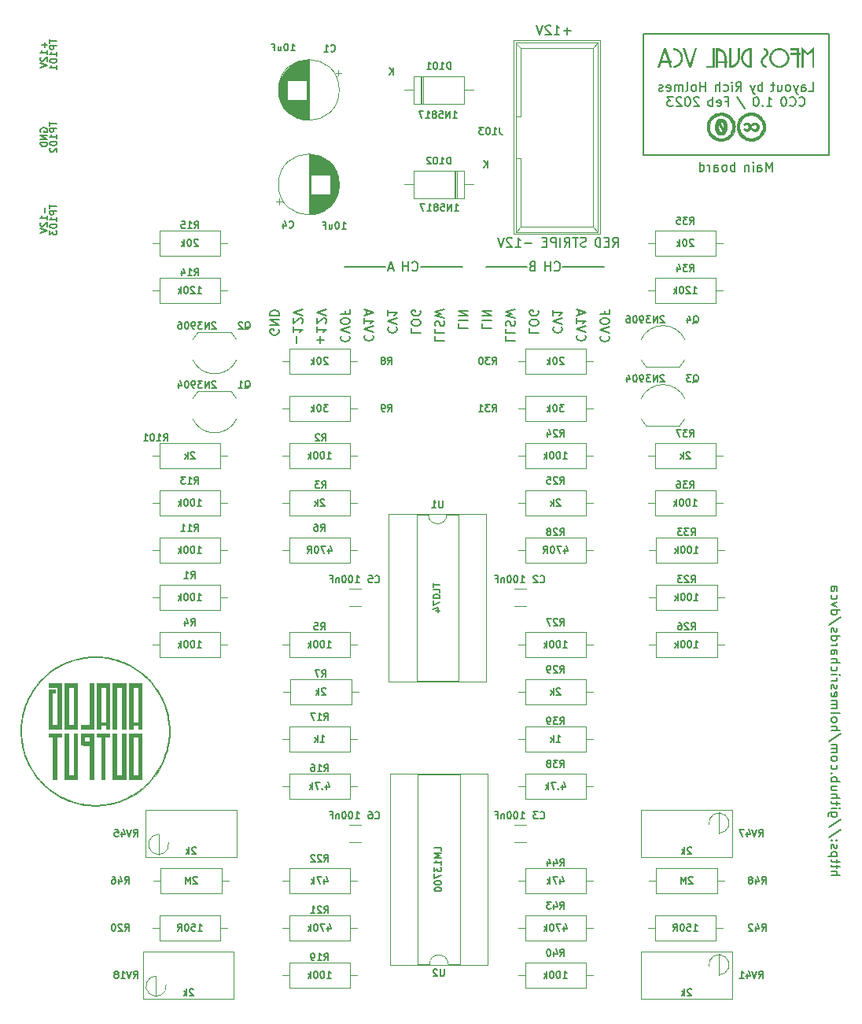
<source format=gbo>
G04 #@! TF.GenerationSoftware,KiCad,Pcbnew,7.0.0-rc2-unknown-90e759e738~164~ubuntu22.04.1*
G04 #@! TF.CreationDate,2023-02-04T08:16:57-05:00*
G04 #@! TF.ProjectId,dualvca_b1,6475616c-7663-4615-9f62-312e6b696361,rev?*
G04 #@! TF.SameCoordinates,Original*
G04 #@! TF.FileFunction,Legend,Bot*
G04 #@! TF.FilePolarity,Positive*
%FSLAX46Y46*%
G04 Gerber Fmt 4.6, Leading zero omitted, Abs format (unit mm)*
G04 Created by KiCad (PCBNEW 7.0.0-rc2-unknown-90e759e738~164~ubuntu22.04.1) date 2023-02-04 08:16:57*
%MOMM*%
%LPD*%
G01*
G04 APERTURE LIST*
%ADD10C,0.150000*%
%ADD11C,0.120000*%
%ADD12C,0.010000*%
%ADD13C,0.100000*%
G04 APERTURE END LIST*
D10*
X172000000Y-25500000D02*
X192000000Y-25500000D01*
X192000000Y-25500000D02*
X192000000Y-38500000D01*
X192000000Y-38500000D02*
X172000000Y-38500000D01*
X172000000Y-38500000D02*
X172000000Y-25500000D01*
X167780000Y-50590000D02*
X163335000Y-50590000D01*
X144285000Y-50590000D02*
X139840000Y-50590000D01*
X152540000Y-50590000D02*
X148095000Y-50590000D01*
X159525000Y-50590000D02*
X155080000Y-50590000D01*
X157202619Y-58035000D02*
X157202619Y-58511190D01*
X157202619Y-58511190D02*
X158202619Y-58511190D01*
X157202619Y-57225476D02*
X157202619Y-57701666D01*
X157202619Y-57701666D02*
X158202619Y-57701666D01*
X157250238Y-56939761D02*
X157202619Y-56796904D01*
X157202619Y-56796904D02*
X157202619Y-56558809D01*
X157202619Y-56558809D02*
X157250238Y-56463571D01*
X157250238Y-56463571D02*
X157297857Y-56415952D01*
X157297857Y-56415952D02*
X157393095Y-56368333D01*
X157393095Y-56368333D02*
X157488333Y-56368333D01*
X157488333Y-56368333D02*
X157583571Y-56415952D01*
X157583571Y-56415952D02*
X157631190Y-56463571D01*
X157631190Y-56463571D02*
X157678809Y-56558809D01*
X157678809Y-56558809D02*
X157726428Y-56749285D01*
X157726428Y-56749285D02*
X157774047Y-56844523D01*
X157774047Y-56844523D02*
X157821666Y-56892142D01*
X157821666Y-56892142D02*
X157916904Y-56939761D01*
X157916904Y-56939761D02*
X158012142Y-56939761D01*
X158012142Y-56939761D02*
X158107380Y-56892142D01*
X158107380Y-56892142D02*
X158155000Y-56844523D01*
X158155000Y-56844523D02*
X158202619Y-56749285D01*
X158202619Y-56749285D02*
X158202619Y-56511190D01*
X158202619Y-56511190D02*
X158155000Y-56368333D01*
X158202619Y-56034999D02*
X157202619Y-55796904D01*
X157202619Y-55796904D02*
X157916904Y-55606428D01*
X157916904Y-55606428D02*
X157202619Y-55415952D01*
X157202619Y-55415952D02*
X158202619Y-55177857D01*
X134723571Y-58796904D02*
X134723571Y-58035000D01*
X134342619Y-57035000D02*
X134342619Y-57606428D01*
X134342619Y-57320714D02*
X135342619Y-57320714D01*
X135342619Y-57320714D02*
X135199761Y-57415952D01*
X135199761Y-57415952D02*
X135104523Y-57511190D01*
X135104523Y-57511190D02*
X135056904Y-57606428D01*
X135247380Y-56654047D02*
X135295000Y-56606428D01*
X135295000Y-56606428D02*
X135342619Y-56511190D01*
X135342619Y-56511190D02*
X135342619Y-56273095D01*
X135342619Y-56273095D02*
X135295000Y-56177857D01*
X135295000Y-56177857D02*
X135247380Y-56130238D01*
X135247380Y-56130238D02*
X135152142Y-56082619D01*
X135152142Y-56082619D02*
X135056904Y-56082619D01*
X135056904Y-56082619D02*
X134914047Y-56130238D01*
X134914047Y-56130238D02*
X134342619Y-56701666D01*
X134342619Y-56701666D02*
X134342619Y-56082619D01*
X135342619Y-55796904D02*
X134342619Y-55463571D01*
X134342619Y-55463571D02*
X135342619Y-55130238D01*
G36*
X189303349Y-29160000D02*
G01*
X189303349Y-27445903D01*
X189747871Y-27794682D01*
X190192393Y-27445903D01*
X190192393Y-29160000D01*
X190423446Y-29160000D01*
X190423446Y-26971584D01*
X189747871Y-27500614D01*
X189072784Y-26971584D01*
X189072784Y-29160000D01*
X189303349Y-29160000D01*
G37*
G36*
X188566224Y-27753161D02*
G01*
X188566224Y-29160000D01*
X188796789Y-29160000D01*
X188796789Y-27753161D01*
X188946266Y-27753161D01*
X188946266Y-27534319D01*
X188796789Y-27534319D01*
X188796789Y-27034110D01*
X187871109Y-27034110D01*
X187871109Y-27252951D01*
X188566224Y-27252951D01*
X188566224Y-27534319D01*
X187846196Y-27534319D01*
X187846196Y-27753161D01*
X188566224Y-27753161D01*
G37*
G36*
X186686203Y-27034446D02*
G01*
X186713062Y-27035453D01*
X186739753Y-27037132D01*
X186766276Y-27039483D01*
X186792632Y-27042506D01*
X186818819Y-27046200D01*
X186844838Y-27050566D01*
X186870690Y-27055603D01*
X186896374Y-27061312D01*
X186921889Y-27067693D01*
X186947237Y-27074746D01*
X186972417Y-27082470D01*
X186997429Y-27090866D01*
X187022273Y-27099933D01*
X187046949Y-27109672D01*
X187071458Y-27120083D01*
X187095697Y-27131002D01*
X187119566Y-27142386D01*
X187143065Y-27154235D01*
X187166193Y-27166550D01*
X187188952Y-27179331D01*
X187211340Y-27192578D01*
X187233358Y-27206290D01*
X187255006Y-27220467D01*
X187276284Y-27235110D01*
X187297191Y-27250219D01*
X187317729Y-27265793D01*
X187337896Y-27281833D01*
X187357693Y-27298339D01*
X187377120Y-27315310D01*
X187396177Y-27332746D01*
X187414863Y-27350648D01*
X187433074Y-27368972D01*
X187450828Y-27387674D01*
X187468123Y-27406754D01*
X187484961Y-27426211D01*
X187501340Y-27446046D01*
X187517262Y-27466259D01*
X187532726Y-27486850D01*
X187547731Y-27507819D01*
X187562279Y-27529165D01*
X187576369Y-27550889D01*
X187590000Y-27572992D01*
X187603174Y-27595471D01*
X187615890Y-27618329D01*
X187628148Y-27641565D01*
X187639948Y-27665178D01*
X187651290Y-27689169D01*
X187661997Y-27713425D01*
X187672013Y-27737834D01*
X187681338Y-27762396D01*
X187689972Y-27787110D01*
X187697916Y-27811977D01*
X187705169Y-27836997D01*
X187711731Y-27862169D01*
X187717602Y-27887494D01*
X187722783Y-27912972D01*
X187727273Y-27938602D01*
X187731072Y-27964385D01*
X187734180Y-27990321D01*
X187736598Y-28016409D01*
X187738325Y-28042650D01*
X187739361Y-28069043D01*
X187739706Y-28095589D01*
X187739366Y-28122485D01*
X187738347Y-28149193D01*
X187736649Y-28175714D01*
X187734272Y-28202049D01*
X187731215Y-28228196D01*
X187727479Y-28254156D01*
X187723063Y-28279930D01*
X187717968Y-28305516D01*
X187712194Y-28330915D01*
X187705741Y-28356128D01*
X187698608Y-28381153D01*
X187690796Y-28405991D01*
X187682305Y-28430643D01*
X187673135Y-28455107D01*
X187663285Y-28479384D01*
X187652756Y-28503475D01*
X187641591Y-28527294D01*
X187629957Y-28550759D01*
X187617854Y-28573868D01*
X187605281Y-28596623D01*
X187592239Y-28619023D01*
X187578727Y-28641067D01*
X187564746Y-28662757D01*
X187550296Y-28684092D01*
X187535376Y-28705072D01*
X187519987Y-28725698D01*
X187504128Y-28745968D01*
X187487800Y-28765883D01*
X187471003Y-28785444D01*
X187453736Y-28804649D01*
X187436000Y-28823500D01*
X187417794Y-28841995D01*
X187399102Y-28860077D01*
X187380028Y-28877685D01*
X187360572Y-28894820D01*
X187340735Y-28911482D01*
X187320517Y-28927671D01*
X187299916Y-28943387D01*
X187278934Y-28958629D01*
X187257571Y-28973398D01*
X187235825Y-28987694D01*
X187213699Y-29001516D01*
X187191190Y-29014866D01*
X187168300Y-29027742D01*
X187145028Y-29040145D01*
X187121375Y-29052075D01*
X187097340Y-29063531D01*
X187072923Y-29074515D01*
X187048237Y-29084866D01*
X187023395Y-29094550D01*
X186998397Y-29103566D01*
X186973241Y-29111914D01*
X186947930Y-29119594D01*
X186922462Y-29126607D01*
X186896837Y-29132952D01*
X186871056Y-29138628D01*
X186845119Y-29143637D01*
X186819025Y-29147978D01*
X186792775Y-29151651D01*
X186766368Y-29154657D01*
X186739804Y-29156994D01*
X186713085Y-29158664D01*
X186686208Y-29159666D01*
X186659176Y-29160000D01*
X186632143Y-29159660D01*
X186605267Y-29158641D01*
X186578547Y-29156943D01*
X186551984Y-29154565D01*
X186525577Y-29151508D01*
X186499326Y-29147772D01*
X186473232Y-29143357D01*
X186447295Y-29138262D01*
X186421514Y-29132488D01*
X186395890Y-29126034D01*
X186370422Y-29118902D01*
X186345110Y-29111090D01*
X186319955Y-29102599D01*
X186294956Y-29093428D01*
X186270114Y-29083578D01*
X186245428Y-29073049D01*
X186221014Y-29061890D01*
X186196984Y-29050273D01*
X186173340Y-29038199D01*
X186150082Y-29025666D01*
X186127209Y-29012675D01*
X186104722Y-28999227D01*
X186082619Y-28985320D01*
X186060903Y-28970956D01*
X186039572Y-28956133D01*
X186018626Y-28940853D01*
X185998066Y-28925114D01*
X185977891Y-28908918D01*
X185958101Y-28892264D01*
X185938697Y-28875151D01*
X185919679Y-28857581D01*
X185901046Y-28839553D01*
X185882783Y-28821057D01*
X185864997Y-28802207D01*
X185847688Y-28783001D01*
X185830857Y-28763441D01*
X185814502Y-28743525D01*
X185798624Y-28723255D01*
X185783224Y-28702630D01*
X185768300Y-28681650D01*
X185753853Y-28660315D01*
X185739884Y-28638625D01*
X185726391Y-28616580D01*
X185713376Y-28594180D01*
X185700837Y-28571426D01*
X185688776Y-28548316D01*
X185677192Y-28524852D01*
X185666084Y-28501032D01*
X185655496Y-28476894D01*
X185645591Y-28452596D01*
X185636369Y-28428137D01*
X185627830Y-28403518D01*
X185619974Y-28378739D01*
X185612801Y-28353800D01*
X185606312Y-28328700D01*
X185600505Y-28303440D01*
X185595382Y-28278019D01*
X185590941Y-28252439D01*
X185587184Y-28226698D01*
X185584110Y-28200797D01*
X185581719Y-28174735D01*
X185580012Y-28148514D01*
X185578987Y-28122132D01*
X185578645Y-28095589D01*
X185809211Y-28095589D01*
X185809480Y-28116535D01*
X185810287Y-28137362D01*
X185811632Y-28158071D01*
X185813515Y-28178662D01*
X185815937Y-28199135D01*
X185818896Y-28219489D01*
X185822394Y-28239725D01*
X185826430Y-28259842D01*
X185831004Y-28279842D01*
X185836115Y-28299723D01*
X185841766Y-28319485D01*
X185847954Y-28339130D01*
X185854680Y-28358656D01*
X185861944Y-28378064D01*
X185869747Y-28397353D01*
X185878087Y-28416524D01*
X185886886Y-28435440D01*
X185896062Y-28454084D01*
X185905616Y-28472458D01*
X185915548Y-28490560D01*
X185925858Y-28508392D01*
X185936545Y-28525953D01*
X185947610Y-28543242D01*
X185959054Y-28560261D01*
X185970875Y-28577009D01*
X185983073Y-28593486D01*
X185995650Y-28609692D01*
X186008604Y-28625627D01*
X186021937Y-28641291D01*
X186035647Y-28656684D01*
X186049734Y-28671806D01*
X186064200Y-28686657D01*
X186078937Y-28701123D01*
X186093960Y-28715210D01*
X186109269Y-28728920D01*
X186124864Y-28742253D01*
X186140745Y-28755207D01*
X186156913Y-28767784D01*
X186173367Y-28779982D01*
X186190107Y-28791803D01*
X186207134Y-28803247D01*
X186224446Y-28814312D01*
X186242045Y-28824999D01*
X186259930Y-28835309D01*
X186278102Y-28845241D01*
X186296559Y-28854795D01*
X186315303Y-28863971D01*
X186334333Y-28872770D01*
X186353576Y-28881051D01*
X186372961Y-28888798D01*
X186392487Y-28896011D01*
X186412155Y-28902690D01*
X186431963Y-28908834D01*
X186451913Y-28914444D01*
X186472004Y-28919520D01*
X186492236Y-28924061D01*
X186512609Y-28928068D01*
X186533124Y-28931541D01*
X186553779Y-28934479D01*
X186574576Y-28936884D01*
X186595514Y-28938754D01*
X186616593Y-28940089D01*
X186637814Y-28940891D01*
X186659176Y-28941158D01*
X186680247Y-28940891D01*
X186701208Y-28940089D01*
X186722059Y-28938754D01*
X186742798Y-28936884D01*
X186763427Y-28934479D01*
X186783946Y-28931541D01*
X186804353Y-28928068D01*
X186824650Y-28924061D01*
X186844837Y-28919520D01*
X186864912Y-28914444D01*
X186884877Y-28908834D01*
X186904731Y-28902690D01*
X186924475Y-28896011D01*
X186944108Y-28888798D01*
X186963630Y-28881051D01*
X186983042Y-28872770D01*
X187002192Y-28863975D01*
X187021052Y-28854810D01*
X187039622Y-28845275D01*
X187057902Y-28835370D01*
X187075892Y-28825095D01*
X187093592Y-28814449D01*
X187111002Y-28803434D01*
X187128122Y-28792048D01*
X187144952Y-28780292D01*
X187161492Y-28768165D01*
X187177741Y-28755669D01*
X187193701Y-28742802D01*
X187209371Y-28729565D01*
X187224751Y-28715958D01*
X187239840Y-28701981D01*
X187254640Y-28687634D01*
X187269046Y-28672954D01*
X187283079Y-28657981D01*
X187296737Y-28642714D01*
X187310022Y-28627153D01*
X187322932Y-28611298D01*
X187335469Y-28595150D01*
X187347631Y-28578707D01*
X187359420Y-28561971D01*
X187370834Y-28544941D01*
X187381875Y-28527617D01*
X187392542Y-28509999D01*
X187402834Y-28492087D01*
X187412753Y-28473881D01*
X187422297Y-28455382D01*
X187431468Y-28436588D01*
X187440264Y-28417501D01*
X187448605Y-28398212D01*
X187456407Y-28378812D01*
X187463672Y-28359301D01*
X187470398Y-28339679D01*
X187476586Y-28319947D01*
X187482236Y-28300104D01*
X187487348Y-28280151D01*
X187491922Y-28260087D01*
X187495957Y-28239912D01*
X187499455Y-28219626D01*
X187502415Y-28199230D01*
X187504836Y-28178723D01*
X187506719Y-28158106D01*
X187508065Y-28137378D01*
X187508872Y-28116539D01*
X187509141Y-28095589D01*
X187508872Y-28074640D01*
X187508065Y-28053801D01*
X187506719Y-28033073D01*
X187504836Y-28012455D01*
X187502415Y-27991948D01*
X187499455Y-27971552D01*
X187495957Y-27951266D01*
X187491922Y-27931092D01*
X187487348Y-27911027D01*
X187482236Y-27891074D01*
X187476586Y-27871231D01*
X187470398Y-27851499D01*
X187463672Y-27831877D01*
X187456407Y-27812367D01*
X187448605Y-27792967D01*
X187440264Y-27773677D01*
X187431462Y-27754596D01*
X187422274Y-27735819D01*
X187412701Y-27717349D01*
X187402743Y-27699183D01*
X187392398Y-27681323D01*
X187381669Y-27663768D01*
X187370554Y-27646518D01*
X187359054Y-27629574D01*
X187347168Y-27612935D01*
X187334896Y-27596601D01*
X187322240Y-27580573D01*
X187309198Y-27564849D01*
X187295770Y-27549432D01*
X187281957Y-27534319D01*
X187267758Y-27519512D01*
X187253174Y-27505010D01*
X187238260Y-27490842D01*
X187223071Y-27477037D01*
X187207608Y-27463594D01*
X187191869Y-27450513D01*
X187175856Y-27437795D01*
X187159568Y-27425440D01*
X187143006Y-27413448D01*
X187126168Y-27401817D01*
X187109056Y-27390550D01*
X187091669Y-27379645D01*
X187074007Y-27369102D01*
X187056070Y-27358922D01*
X187037859Y-27349105D01*
X187019373Y-27339650D01*
X187000612Y-27330558D01*
X186981576Y-27321828D01*
X186962342Y-27313487D01*
X186942986Y-27305685D01*
X186923508Y-27298421D01*
X186903907Y-27291694D01*
X186884184Y-27285506D01*
X186864340Y-27279856D01*
X186844373Y-27274744D01*
X186824284Y-27270170D01*
X186804073Y-27266135D01*
X186783740Y-27262637D01*
X186763284Y-27259678D01*
X186742707Y-27257256D01*
X186722007Y-27255373D01*
X186701185Y-27254028D01*
X186680242Y-27253220D01*
X186659176Y-27252951D01*
X186638106Y-27253220D01*
X186617151Y-27254028D01*
X186596310Y-27255373D01*
X186575584Y-27257256D01*
X186554972Y-27259678D01*
X186534474Y-27262637D01*
X186514092Y-27266135D01*
X186493823Y-27270170D01*
X186473669Y-27274744D01*
X186453630Y-27279856D01*
X186433705Y-27285506D01*
X186413895Y-27291694D01*
X186394199Y-27298421D01*
X186374618Y-27305685D01*
X186355151Y-27313487D01*
X186335798Y-27321828D01*
X186316591Y-27330558D01*
X186297681Y-27339650D01*
X186279069Y-27349105D01*
X186260755Y-27358922D01*
X186242738Y-27369102D01*
X186225019Y-27379645D01*
X186207597Y-27390550D01*
X186190474Y-27401817D01*
X186173648Y-27413448D01*
X186157119Y-27425440D01*
X186140889Y-27437795D01*
X186124956Y-27450513D01*
X186109320Y-27463594D01*
X186093983Y-27477037D01*
X186078942Y-27490842D01*
X186064200Y-27505010D01*
X186049734Y-27519512D01*
X186035647Y-27534319D01*
X186021937Y-27549432D01*
X186008604Y-27564849D01*
X185995650Y-27580573D01*
X185983073Y-27596601D01*
X185970875Y-27612935D01*
X185959054Y-27629574D01*
X185947610Y-27646518D01*
X185936545Y-27663768D01*
X185925858Y-27681323D01*
X185915548Y-27699183D01*
X185905616Y-27717349D01*
X185896062Y-27735819D01*
X185886886Y-27754596D01*
X185878087Y-27773677D01*
X185869747Y-27792967D01*
X185861944Y-27812367D01*
X185854680Y-27831877D01*
X185847954Y-27851499D01*
X185841766Y-27871231D01*
X185836115Y-27891074D01*
X185831004Y-27911027D01*
X185826430Y-27931092D01*
X185822394Y-27951266D01*
X185818896Y-27971552D01*
X185815937Y-27991948D01*
X185813515Y-28012455D01*
X185811632Y-28033073D01*
X185810287Y-28053801D01*
X185809480Y-28074640D01*
X185809211Y-28095589D01*
X185578645Y-28095589D01*
X185578993Y-28069398D01*
X185580034Y-28043336D01*
X185581771Y-28017405D01*
X185584202Y-27991603D01*
X185587327Y-27965931D01*
X185591148Y-27940388D01*
X185595662Y-27914975D01*
X185600871Y-27889692D01*
X185606775Y-27864539D01*
X185613374Y-27839516D01*
X185620667Y-27814622D01*
X185628654Y-27789858D01*
X185637336Y-27765224D01*
X185646713Y-27740720D01*
X185656784Y-27716345D01*
X185667550Y-27692100D01*
X185678835Y-27668109D01*
X185690585Y-27644496D01*
X185702801Y-27621260D01*
X185715482Y-27598402D01*
X185728630Y-27575922D01*
X185742242Y-27553820D01*
X185756321Y-27532096D01*
X185770864Y-27510750D01*
X185785874Y-27489781D01*
X185801349Y-27469190D01*
X185817290Y-27448977D01*
X185833696Y-27429142D01*
X185850568Y-27409685D01*
X185867905Y-27390605D01*
X185885708Y-27371903D01*
X185903977Y-27353579D01*
X185922610Y-27335671D01*
X185941628Y-27318218D01*
X185961032Y-27301218D01*
X185980822Y-27284672D01*
X186000997Y-27268581D01*
X186021557Y-27252944D01*
X186042503Y-27237761D01*
X186063834Y-27223032D01*
X186085550Y-27208757D01*
X186107652Y-27194936D01*
X186130140Y-27181569D01*
X186153013Y-27168657D01*
X186176271Y-27156199D01*
X186199915Y-27144195D01*
X186223945Y-27132645D01*
X186248359Y-27121549D01*
X186273033Y-27110960D01*
X186297841Y-27101055D01*
X186322783Y-27091833D01*
X186347858Y-27083294D01*
X186373066Y-27075438D01*
X186398408Y-27068266D01*
X186423884Y-27061776D01*
X186449493Y-27055969D01*
X186475236Y-27050846D01*
X186501112Y-27046406D01*
X186527122Y-27042649D01*
X186553266Y-27039575D01*
X186579543Y-27037184D01*
X186605954Y-27035476D01*
X186632498Y-27034451D01*
X186659176Y-27034110D01*
X186686203Y-27034446D01*
G37*
G36*
X184664689Y-28477096D02*
G01*
X184665161Y-28503067D01*
X184666578Y-28528771D01*
X184668939Y-28554209D01*
X184672245Y-28579381D01*
X184676495Y-28604286D01*
X184681690Y-28628926D01*
X184687830Y-28653299D01*
X184694914Y-28677406D01*
X184702942Y-28701247D01*
X184711915Y-28724822D01*
X184718422Y-28740390D01*
X184728740Y-28763305D01*
X184739728Y-28785705D01*
X184751386Y-28807590D01*
X184763714Y-28828959D01*
X184776711Y-28849813D01*
X184790378Y-28870152D01*
X184804715Y-28889976D01*
X184819722Y-28909284D01*
X184835398Y-28928078D01*
X184851744Y-28946356D01*
X184863014Y-28958255D01*
X184880416Y-28975493D01*
X184898368Y-28992035D01*
X184916869Y-29007882D01*
X184935920Y-29023033D01*
X184955521Y-29037488D01*
X184975671Y-29051248D01*
X184996370Y-29064313D01*
X185017620Y-29076682D01*
X185039418Y-29088356D01*
X185061766Y-29099334D01*
X185076971Y-29106266D01*
X185100093Y-29115869D01*
X185123482Y-29124527D01*
X185147136Y-29132241D01*
X185171057Y-29139010D01*
X185195245Y-29144834D01*
X185219698Y-29149715D01*
X185244418Y-29153650D01*
X185269403Y-29156641D01*
X185294655Y-29158688D01*
X185320173Y-29159790D01*
X185337333Y-29160000D01*
X185337333Y-28941158D01*
X185315016Y-28940601D01*
X185293003Y-28938929D01*
X185271296Y-28936143D01*
X185249894Y-28932243D01*
X185228798Y-28927228D01*
X185208007Y-28921099D01*
X185187521Y-28913856D01*
X185167340Y-28905498D01*
X185147503Y-28896187D01*
X185128292Y-28886081D01*
X185109707Y-28875182D01*
X185091747Y-28863489D01*
X185074414Y-28851002D01*
X185057706Y-28837721D01*
X185041624Y-28823647D01*
X185026168Y-28808778D01*
X185011422Y-28793200D01*
X184997470Y-28776996D01*
X184984311Y-28760166D01*
X184971946Y-28742711D01*
X184960375Y-28724629D01*
X184949598Y-28705922D01*
X184939614Y-28686588D01*
X184930425Y-28666629D01*
X184922182Y-28646197D01*
X184915038Y-28625443D01*
X184908993Y-28604370D01*
X184904047Y-28582976D01*
X184900200Y-28561261D01*
X184897452Y-28539226D01*
X184895803Y-28516870D01*
X184895254Y-28494193D01*
X184895719Y-28472318D01*
X184897116Y-28450657D01*
X184899444Y-28429210D01*
X184902703Y-28407976D01*
X184906894Y-28386956D01*
X184912015Y-28366149D01*
X184918068Y-28345556D01*
X184925051Y-28325177D01*
X184932936Y-28305127D01*
X184941935Y-28285763D01*
X184952048Y-28267086D01*
X184963276Y-28249096D01*
X184975617Y-28231793D01*
X184989074Y-28215177D01*
X185003644Y-28199247D01*
X185019329Y-28184005D01*
X185034101Y-28171195D01*
X185048925Y-28158411D01*
X185063800Y-28145653D01*
X185078726Y-28132920D01*
X185093704Y-28120213D01*
X185108734Y-28107532D01*
X185123815Y-28094877D01*
X185138947Y-28082247D01*
X185154131Y-28069644D01*
X185169367Y-28057066D01*
X185179553Y-28048695D01*
X185194715Y-28036099D01*
X185209612Y-28023410D01*
X185229059Y-28006343D01*
X185248034Y-27989109D01*
X185266535Y-27971707D01*
X185284564Y-27954136D01*
X185302119Y-27936398D01*
X185319200Y-27918492D01*
X185327564Y-27909476D01*
X185343684Y-27891043D01*
X185359071Y-27872137D01*
X185373726Y-27852758D01*
X185387647Y-27832906D01*
X185400837Y-27812580D01*
X185413293Y-27791782D01*
X185425017Y-27770510D01*
X185436008Y-27748764D01*
X185445854Y-27726309D01*
X185454387Y-27703152D01*
X185461607Y-27679293D01*
X185467515Y-27654731D01*
X185472110Y-27629467D01*
X185474694Y-27610058D01*
X185476540Y-27590255D01*
X185477648Y-27570056D01*
X185478017Y-27549462D01*
X185477661Y-27529782D01*
X185476077Y-27503861D01*
X185473226Y-27478307D01*
X185469109Y-27453120D01*
X185463724Y-27428299D01*
X185457072Y-27403844D01*
X185449153Y-27379755D01*
X185439967Y-27356033D01*
X185437473Y-27350160D01*
X185426757Y-27326980D01*
X185415125Y-27304578D01*
X185402577Y-27282955D01*
X185389113Y-27262110D01*
X185374733Y-27242044D01*
X185359437Y-27222757D01*
X185343226Y-27204248D01*
X185326098Y-27186517D01*
X185308162Y-27169504D01*
X185289523Y-27153392D01*
X185270182Y-27138180D01*
X185250139Y-27123869D01*
X185229393Y-27110459D01*
X185207946Y-27097949D01*
X185185796Y-27086340D01*
X185162944Y-27075631D01*
X185139451Y-27065899D01*
X185115622Y-27057465D01*
X185091457Y-27050329D01*
X185066957Y-27044490D01*
X185042120Y-27039949D01*
X185016948Y-27036705D01*
X184991440Y-27034759D01*
X184965596Y-27034110D01*
X184965596Y-27252951D01*
X184987430Y-27253651D01*
X185008604Y-27255751D01*
X185029116Y-27259250D01*
X185048967Y-27264148D01*
X185068156Y-27270447D01*
X185086685Y-27278145D01*
X185104552Y-27287242D01*
X185121759Y-27297739D01*
X185138304Y-27309636D01*
X185154188Y-27322933D01*
X185164409Y-27332575D01*
X185178726Y-27347856D01*
X185191635Y-27363841D01*
X185203135Y-27380531D01*
X185213228Y-27397925D01*
X185221912Y-27416023D01*
X185229187Y-27434824D01*
X185235055Y-27454331D01*
X185239514Y-27474541D01*
X185242565Y-27495455D01*
X185244208Y-27517073D01*
X185244521Y-27531877D01*
X185243937Y-27552158D01*
X185242186Y-27572337D01*
X185239266Y-27592413D01*
X185235179Y-27612385D01*
X185229924Y-27632255D01*
X185227913Y-27638855D01*
X185220711Y-27657820D01*
X185211930Y-27675514D01*
X185199688Y-27694551D01*
X185185296Y-27711859D01*
X185171248Y-27725317D01*
X184867410Y-27987145D01*
X184849355Y-28004071D01*
X184832193Y-28021692D01*
X184815925Y-28040009D01*
X184800549Y-28059021D01*
X184786066Y-28078729D01*
X184772476Y-28099133D01*
X184759779Y-28120231D01*
X184747975Y-28142026D01*
X184737065Y-28164516D01*
X184727047Y-28187701D01*
X184720864Y-28203545D01*
X184712236Y-28227696D01*
X184704304Y-28252156D01*
X184697067Y-28276926D01*
X184690525Y-28302005D01*
X184684679Y-28327393D01*
X184679528Y-28353090D01*
X184675073Y-28379096D01*
X184671314Y-28405411D01*
X184668250Y-28432036D01*
X184665881Y-28458969D01*
X184664689Y-28477096D01*
G37*
G36*
X183694068Y-29160000D02*
G01*
X183578785Y-29160000D01*
X183552130Y-29159664D01*
X183525654Y-29158656D01*
X183499358Y-29156977D01*
X183473241Y-29154626D01*
X183447304Y-29151604D01*
X183421546Y-29147909D01*
X183395967Y-29143544D01*
X183370568Y-29138506D01*
X183345348Y-29132797D01*
X183320307Y-29126416D01*
X183295446Y-29119364D01*
X183270764Y-29111639D01*
X183246262Y-29103244D01*
X183221938Y-29094176D01*
X183197795Y-29084437D01*
X183173830Y-29074026D01*
X183150093Y-29062989D01*
X183126752Y-29051495D01*
X183103809Y-29039542D01*
X183081262Y-29027131D01*
X183059112Y-29014263D01*
X183037360Y-29000936D01*
X183016004Y-28987152D01*
X182995045Y-28972909D01*
X182974482Y-28958209D01*
X182954317Y-28943051D01*
X182934549Y-28927435D01*
X182915177Y-28911360D01*
X182896202Y-28894828D01*
X182877625Y-28877838D01*
X182859444Y-28860390D01*
X182841660Y-28842484D01*
X182824300Y-28824101D01*
X182807390Y-28805344D01*
X182790930Y-28786213D01*
X182774921Y-28766707D01*
X182759362Y-28746828D01*
X182744253Y-28726575D01*
X182729595Y-28705948D01*
X182715386Y-28684947D01*
X182701629Y-28663572D01*
X182688321Y-28641823D01*
X182675464Y-28619700D01*
X182663057Y-28597203D01*
X182651101Y-28574332D01*
X182639595Y-28551087D01*
X182628539Y-28527468D01*
X182617934Y-28503475D01*
X182607878Y-28479213D01*
X182598470Y-28454786D01*
X182589712Y-28430196D01*
X182581602Y-28405442D01*
X182574142Y-28380523D01*
X182567329Y-28355441D01*
X182561166Y-28330194D01*
X182555652Y-28304783D01*
X182550786Y-28279208D01*
X182546569Y-28253469D01*
X182543001Y-28227566D01*
X182540081Y-28201499D01*
X182537810Y-28175268D01*
X182536189Y-28148872D01*
X182535215Y-28122313D01*
X182534932Y-28099009D01*
X182768387Y-28099009D01*
X182768597Y-28118002D01*
X182769699Y-28146278D01*
X182771745Y-28174296D01*
X182774737Y-28202057D01*
X182778672Y-28229560D01*
X182783552Y-28256806D01*
X182789377Y-28283794D01*
X182796146Y-28310524D01*
X182803860Y-28336997D01*
X182812518Y-28363212D01*
X182822121Y-28389169D01*
X182828931Y-28406279D01*
X182839726Y-28431537D01*
X182851216Y-28456305D01*
X182863402Y-28480584D01*
X182876283Y-28504373D01*
X182889860Y-28527673D01*
X182904133Y-28550484D01*
X182919101Y-28572805D01*
X182934764Y-28594636D01*
X182951123Y-28615979D01*
X182968178Y-28636831D01*
X182979911Y-28650373D01*
X182998005Y-28670179D01*
X183016691Y-28689374D01*
X183035969Y-28707960D01*
X183055840Y-28725936D01*
X183076303Y-28743303D01*
X183097359Y-28760059D01*
X183119008Y-28776207D01*
X183141249Y-28791744D01*
X183164082Y-28806672D01*
X183187508Y-28820990D01*
X183203410Y-28830129D01*
X183227593Y-28843070D01*
X183252171Y-28855093D01*
X183277144Y-28866197D01*
X183302512Y-28876382D01*
X183328275Y-28885648D01*
X183354433Y-28893996D01*
X183380985Y-28901425D01*
X183407933Y-28907935D01*
X183435276Y-28913527D01*
X183463014Y-28918199D01*
X183463014Y-27283237D01*
X183444478Y-27286250D01*
X183417004Y-27291536D01*
X183389924Y-27297739D01*
X183363240Y-27304862D01*
X183336950Y-27312903D01*
X183311056Y-27321864D01*
X183285556Y-27331743D01*
X183260452Y-27342540D01*
X183235742Y-27354257D01*
X183211427Y-27366892D01*
X183187508Y-27380446D01*
X183171825Y-27389867D01*
X183148794Y-27404520D01*
X183126356Y-27419800D01*
X183104510Y-27435707D01*
X183083256Y-27452240D01*
X183062595Y-27469401D01*
X183042527Y-27487188D01*
X183023051Y-27505602D01*
X183004167Y-27524643D01*
X182985876Y-27544311D01*
X182968178Y-27564605D01*
X182956731Y-27578453D01*
X182940140Y-27599632D01*
X182924245Y-27621300D01*
X182909045Y-27643458D01*
X182894540Y-27666105D01*
X182880732Y-27689242D01*
X182867618Y-27712868D01*
X182855201Y-27736984D01*
X182843478Y-27761589D01*
X182832452Y-27786684D01*
X182822121Y-27812267D01*
X182815614Y-27829530D01*
X182806641Y-27855590D01*
X182798612Y-27881846D01*
X182791528Y-27908300D01*
X182785389Y-27934952D01*
X182780194Y-27961801D01*
X182775943Y-27988847D01*
X182772638Y-28016091D01*
X182770276Y-28043533D01*
X182768859Y-28071172D01*
X182768387Y-28099009D01*
X182534932Y-28099009D01*
X182534891Y-28095589D01*
X182535215Y-28069220D01*
X182536189Y-28042993D01*
X182537810Y-28016907D01*
X182540081Y-27990962D01*
X182543001Y-27965158D01*
X182546569Y-27939495D01*
X182550786Y-27913974D01*
X182555652Y-27888593D01*
X182561166Y-27863354D01*
X182567329Y-27838256D01*
X182574142Y-27813300D01*
X182581602Y-27788484D01*
X182589712Y-27763810D01*
X182598470Y-27739277D01*
X182607878Y-27714885D01*
X182617934Y-27690635D01*
X182628539Y-27666643D01*
X182639595Y-27643030D01*
X182651101Y-27619795D01*
X182663057Y-27596937D01*
X182675464Y-27574457D01*
X182688321Y-27552355D01*
X182701629Y-27530631D01*
X182715386Y-27509284D01*
X182729595Y-27488316D01*
X182744253Y-27467725D01*
X182759362Y-27447512D01*
X182774921Y-27427677D01*
X182790930Y-27408219D01*
X182807390Y-27389140D01*
X182824300Y-27370438D01*
X182841660Y-27352114D01*
X182859444Y-27334151D01*
X182877625Y-27316653D01*
X182896202Y-27299621D01*
X182915177Y-27283054D01*
X182934549Y-27266953D01*
X182954317Y-27251318D01*
X182974482Y-27236148D01*
X182995045Y-27221444D01*
X183016004Y-27207205D01*
X183037360Y-27193432D01*
X183059112Y-27180125D01*
X183081262Y-27167283D01*
X183103809Y-27154907D01*
X183126752Y-27142996D01*
X183150093Y-27131551D01*
X183173830Y-27120572D01*
X183197795Y-27110102D01*
X183221938Y-27100307D01*
X183246262Y-27091188D01*
X183270764Y-27082745D01*
X183295446Y-27074977D01*
X183320307Y-27067884D01*
X183345348Y-27061467D01*
X183370568Y-27055725D01*
X183395967Y-27050659D01*
X183421546Y-27046268D01*
X183447304Y-27042553D01*
X183473241Y-27039514D01*
X183499358Y-27037149D01*
X183525654Y-27035461D01*
X183552130Y-27034448D01*
X183578785Y-27034110D01*
X183694068Y-27034110D01*
X183694068Y-29160000D01*
G37*
G36*
X181365456Y-29160000D02*
G01*
X181392107Y-29159664D01*
X181418571Y-29158656D01*
X181444849Y-29156977D01*
X181470939Y-29154626D01*
X181496842Y-29151604D01*
X181522558Y-29147909D01*
X181548087Y-29143544D01*
X181573429Y-29138506D01*
X181598584Y-29132797D01*
X181623552Y-29126416D01*
X181648333Y-29119364D01*
X181672927Y-29111639D01*
X181697335Y-29103244D01*
X181721555Y-29094176D01*
X181745588Y-29084437D01*
X181769434Y-29074026D01*
X181792935Y-29063050D01*
X181816054Y-29051617D01*
X181838791Y-29039725D01*
X181861147Y-29027376D01*
X181883121Y-29014568D01*
X181904714Y-29001303D01*
X181925925Y-28987579D01*
X181946754Y-28973398D01*
X181967202Y-28958759D01*
X181987268Y-28943661D01*
X182006952Y-28928106D01*
X182026255Y-28912093D01*
X182045176Y-28895622D01*
X182063716Y-28878693D01*
X182081874Y-28861306D01*
X182099650Y-28843461D01*
X182117011Y-28825139D01*
X182133921Y-28806443D01*
X182150380Y-28787373D01*
X182166390Y-28767929D01*
X182181949Y-28748111D01*
X182197057Y-28727919D01*
X182211716Y-28707353D01*
X182225924Y-28686413D01*
X182239682Y-28665099D01*
X182252989Y-28643411D01*
X182265846Y-28621349D01*
X182278253Y-28598913D01*
X182290209Y-28576103D01*
X182301715Y-28552919D01*
X182312771Y-28529361D01*
X182323377Y-28505429D01*
X182333433Y-28481239D01*
X182342840Y-28456908D01*
X182351598Y-28432436D01*
X182359708Y-28407823D01*
X182367169Y-28383069D01*
X182373981Y-28358173D01*
X182380144Y-28333136D01*
X182385659Y-28307958D01*
X182390524Y-28282639D01*
X182394741Y-28257179D01*
X182398310Y-28231577D01*
X182401229Y-28205834D01*
X182403500Y-28179950D01*
X182405122Y-28153925D01*
X182406095Y-28127759D01*
X182406419Y-28101451D01*
X182406419Y-27034110D01*
X182175366Y-27034110D01*
X182175366Y-28100474D01*
X182174898Y-28128398D01*
X182173494Y-28156116D01*
X182171154Y-28183627D01*
X182167878Y-28210933D01*
X182163666Y-28238032D01*
X182158518Y-28264926D01*
X182152435Y-28291613D01*
X182145415Y-28318094D01*
X182137460Y-28344370D01*
X182128568Y-28370439D01*
X182122121Y-28387704D01*
X182111702Y-28413288D01*
X182100597Y-28438382D01*
X182088804Y-28462987D01*
X182076325Y-28487103D01*
X182063159Y-28510729D01*
X182049306Y-28533866D01*
X182034766Y-28556513D01*
X182019539Y-28578671D01*
X182003625Y-28600339D01*
X181987024Y-28621518D01*
X181975575Y-28635366D01*
X181957876Y-28655577D01*
X181939585Y-28675179D01*
X181920702Y-28694172D01*
X181901226Y-28712554D01*
X181881157Y-28730327D01*
X181860496Y-28747491D01*
X181839243Y-28764044D01*
X181817397Y-28779988D01*
X181794959Y-28795323D01*
X181771928Y-28810047D01*
X181756245Y-28819525D01*
X181732325Y-28833079D01*
X181708011Y-28845714D01*
X181683301Y-28857431D01*
X181658197Y-28868229D01*
X181632697Y-28878107D01*
X181606803Y-28887068D01*
X181580513Y-28895109D01*
X181553829Y-28902232D01*
X181526749Y-28908436D01*
X181499275Y-28913721D01*
X181480739Y-28916734D01*
X181480739Y-27034110D01*
X181247243Y-27034110D01*
X181247243Y-29160000D01*
X181365456Y-29160000D01*
G37*
G36*
X179969143Y-27034444D02*
G01*
X179995590Y-27035445D01*
X180021838Y-27037115D01*
X180047888Y-27039453D01*
X180073740Y-27042458D01*
X180099393Y-27046131D01*
X180124848Y-27050472D01*
X180150104Y-27055481D01*
X180175162Y-27061158D01*
X180200021Y-27067502D01*
X180224682Y-27074515D01*
X180249144Y-27082195D01*
X180273408Y-27090543D01*
X180297474Y-27099559D01*
X180321341Y-27109243D01*
X180345010Y-27119595D01*
X180368339Y-27130519D01*
X180391309Y-27141920D01*
X180413920Y-27153798D01*
X180436173Y-27166154D01*
X180458067Y-27178986D01*
X180479603Y-27192295D01*
X180500779Y-27206082D01*
X180521597Y-27220345D01*
X180542056Y-27235085D01*
X180562157Y-27250303D01*
X180581898Y-27265997D01*
X180601281Y-27282169D01*
X180620306Y-27298817D01*
X180638971Y-27315943D01*
X180657278Y-27333546D01*
X180675226Y-27351625D01*
X180692764Y-27370134D01*
X180709840Y-27389025D01*
X180726454Y-27408297D01*
X180742606Y-27427951D01*
X180758297Y-27447987D01*
X180773526Y-27468404D01*
X180788293Y-27489203D01*
X180802599Y-27510383D01*
X180816442Y-27531945D01*
X180829824Y-27553889D01*
X180842744Y-27576214D01*
X180855202Y-27598921D01*
X180867199Y-27622010D01*
X180878734Y-27645480D01*
X180889807Y-27669332D01*
X180900418Y-27693565D01*
X180910474Y-27718013D01*
X180919881Y-27742628D01*
X180928639Y-27767411D01*
X180936749Y-27792362D01*
X180944210Y-27817481D01*
X180951022Y-27842767D01*
X180957185Y-27868222D01*
X180962700Y-27893845D01*
X180967566Y-27919635D01*
X180971783Y-27945594D01*
X180975351Y-27971720D01*
X180978270Y-27998014D01*
X180980541Y-28024476D01*
X180982163Y-28051106D01*
X180983136Y-28077904D01*
X180983460Y-28104870D01*
X180983460Y-28440949D01*
X181118771Y-28440949D01*
X181118771Y-28659790D01*
X180983460Y-28659790D01*
X180983460Y-29160000D01*
X180749964Y-29160000D01*
X180749964Y-28659790D01*
X180054849Y-28659790D01*
X180054849Y-29160000D01*
X179824284Y-29160000D01*
X179824284Y-27293007D01*
X180054849Y-27293007D01*
X180054849Y-28440949D01*
X180749964Y-28440949D01*
X180749964Y-28108778D01*
X180749756Y-28090199D01*
X180748664Y-28062494D01*
X180746636Y-28034986D01*
X180743673Y-28007677D01*
X180739773Y-27980564D01*
X180734937Y-27953649D01*
X180729165Y-27926932D01*
X180722458Y-27900412D01*
X180714814Y-27874090D01*
X180706235Y-27847965D01*
X180696719Y-27822037D01*
X180689850Y-27804927D01*
X180678974Y-27779669D01*
X180667410Y-27754901D01*
X180655160Y-27730622D01*
X180642223Y-27706833D01*
X180628598Y-27683533D01*
X180614287Y-27660722D01*
X180599289Y-27638401D01*
X180583604Y-27616570D01*
X180567232Y-27595228D01*
X180550174Y-27574375D01*
X180538440Y-27560776D01*
X180520347Y-27540899D01*
X180501661Y-27521649D01*
X180482382Y-27503026D01*
X180462511Y-27485030D01*
X180442048Y-27467660D01*
X180420992Y-27450918D01*
X180399344Y-27434802D01*
X180377103Y-27419313D01*
X180354269Y-27404451D01*
X180330844Y-27390216D01*
X180314882Y-27381078D01*
X180290617Y-27368136D01*
X180265967Y-27356113D01*
X180240929Y-27345009D01*
X180215506Y-27334824D01*
X180189696Y-27325558D01*
X180163499Y-27317210D01*
X180136916Y-27309781D01*
X180109947Y-27303271D01*
X180082591Y-27297680D01*
X180054849Y-27293007D01*
X179824284Y-27293007D01*
X179824284Y-27034110D01*
X179942497Y-27034110D01*
X179969143Y-27034444D01*
G37*
G36*
X179696301Y-29160000D02*
G01*
X179696301Y-27034110D01*
X179462804Y-27034110D01*
X179462804Y-28941158D01*
X178781855Y-28941158D01*
X178781855Y-29160000D01*
X179696301Y-29160000D01*
G37*
G36*
X176923656Y-29160000D02*
G01*
X177142986Y-29160000D01*
X177812700Y-27034110D01*
X177567968Y-27034110D01*
X177033077Y-28761884D01*
X176498673Y-27034110D01*
X176253942Y-27034110D01*
X176923656Y-29160000D01*
G37*
G36*
X175234472Y-29160000D02*
G01*
X175261490Y-29159669D01*
X175288320Y-29158679D01*
X175314964Y-29157029D01*
X175341420Y-29154718D01*
X175367690Y-29151747D01*
X175393772Y-29148116D01*
X175419668Y-29143824D01*
X175445376Y-29138872D01*
X175470897Y-29133261D01*
X175496232Y-29126989D01*
X175521379Y-29120056D01*
X175546340Y-29112464D01*
X175571113Y-29104211D01*
X175595700Y-29095298D01*
X175620099Y-29085725D01*
X175644312Y-29075491D01*
X175668179Y-29064638D01*
X175691664Y-29053326D01*
X175714768Y-29041557D01*
X175737490Y-29029330D01*
X175759831Y-29016644D01*
X175781790Y-29003501D01*
X175803367Y-28989900D01*
X175824563Y-28975840D01*
X175845377Y-28961323D01*
X175865810Y-28946348D01*
X175885860Y-28930915D01*
X175905530Y-28915024D01*
X175924817Y-28898675D01*
X175943723Y-28881868D01*
X175962247Y-28864603D01*
X175980390Y-28846880D01*
X175998052Y-28828675D01*
X176015256Y-28810083D01*
X176032002Y-28791107D01*
X176048289Y-28771745D01*
X176064119Y-28751998D01*
X176079491Y-28731865D01*
X176094406Y-28711346D01*
X176108862Y-28690443D01*
X176122860Y-28669153D01*
X176136400Y-28647479D01*
X176149482Y-28625419D01*
X176162107Y-28602973D01*
X176174273Y-28580142D01*
X176185981Y-28556926D01*
X176197232Y-28533324D01*
X176208024Y-28509337D01*
X176218258Y-28485052D01*
X176227831Y-28460557D01*
X176236744Y-28435852D01*
X176244997Y-28410937D01*
X176252589Y-28385813D01*
X176259521Y-28360478D01*
X176265793Y-28334934D01*
X176271405Y-28309180D01*
X176276357Y-28283215D01*
X176280648Y-28257041D01*
X176284280Y-28230657D01*
X176287251Y-28204064D01*
X176289561Y-28177260D01*
X176291212Y-28150246D01*
X176292202Y-28123023D01*
X176292532Y-28095589D01*
X176292202Y-28068511D01*
X176291212Y-28041619D01*
X176289561Y-28014915D01*
X176287251Y-27988397D01*
X176284280Y-27962067D01*
X176280648Y-27935923D01*
X176276357Y-27909967D01*
X176271405Y-27884197D01*
X176265793Y-27858614D01*
X176259521Y-27833219D01*
X176252589Y-27808010D01*
X176244997Y-27782989D01*
X176236744Y-27758154D01*
X176227831Y-27733507D01*
X176218258Y-27709046D01*
X176208024Y-27684773D01*
X176197226Y-27660787D01*
X176185958Y-27637191D01*
X176174221Y-27613984D01*
X176162015Y-27591167D01*
X176149339Y-27568738D01*
X176136194Y-27546699D01*
X176122579Y-27525049D01*
X176108495Y-27503789D01*
X176093942Y-27482917D01*
X176078919Y-27462435D01*
X176063427Y-27442343D01*
X176047465Y-27422639D01*
X176031034Y-27403325D01*
X176014134Y-27384400D01*
X175996764Y-27365864D01*
X175978924Y-27347718D01*
X175960610Y-27329937D01*
X175941937Y-27312623D01*
X175922905Y-27295774D01*
X175903515Y-27279391D01*
X175883765Y-27263473D01*
X175863657Y-27248021D01*
X175843190Y-27233034D01*
X175822365Y-27218513D01*
X175801181Y-27204458D01*
X175779638Y-27190868D01*
X175757736Y-27177744D01*
X175735475Y-27165085D01*
X175712856Y-27152892D01*
X175689878Y-27141164D01*
X175666542Y-27129903D01*
X175642846Y-27119106D01*
X175618811Y-27108814D01*
X175594578Y-27099185D01*
X175570146Y-27090221D01*
X175545516Y-27081920D01*
X175520687Y-27074284D01*
X175495659Y-27067312D01*
X175470434Y-27061003D01*
X175445010Y-27055359D01*
X175419387Y-27050379D01*
X175393566Y-27046062D01*
X175367546Y-27042410D01*
X175341329Y-27039422D01*
X175314912Y-27037098D01*
X175288297Y-27035438D01*
X175261484Y-27034442D01*
X175234472Y-27034110D01*
X175234472Y-27252951D01*
X175255527Y-27253211D01*
X175276436Y-27253989D01*
X175297201Y-27255287D01*
X175317820Y-27257103D01*
X175338295Y-27259439D01*
X175358624Y-27262294D01*
X175378808Y-27265667D01*
X175398848Y-27269560D01*
X175418742Y-27273971D01*
X175438491Y-27278902D01*
X175458096Y-27284352D01*
X175477555Y-27290321D01*
X175496869Y-27296808D01*
X175516039Y-27303815D01*
X175535063Y-27311341D01*
X175553942Y-27319385D01*
X175572602Y-27327821D01*
X175590968Y-27336643D01*
X175609040Y-27345849D01*
X175626818Y-27355442D01*
X175644302Y-27365419D01*
X175661493Y-27375783D01*
X175678389Y-27386531D01*
X175694992Y-27397665D01*
X175711301Y-27409185D01*
X175727316Y-27421090D01*
X175743037Y-27433380D01*
X175758465Y-27446056D01*
X175773598Y-27459117D01*
X175788438Y-27472564D01*
X175802984Y-27486396D01*
X175817236Y-27500614D01*
X175831098Y-27515116D01*
X175844599Y-27529923D01*
X175857736Y-27545035D01*
X175870511Y-27560453D01*
X175882924Y-27576176D01*
X175894974Y-27592205D01*
X175906661Y-27608538D01*
X175917986Y-27625177D01*
X175928948Y-27642122D01*
X175939548Y-27659371D01*
X175949785Y-27676926D01*
X175959660Y-27694787D01*
X175969172Y-27712952D01*
X175978322Y-27731423D01*
X175987109Y-27750199D01*
X175995533Y-27769281D01*
X176003519Y-27788587D01*
X176010989Y-27808039D01*
X176017944Y-27827636D01*
X176024384Y-27847377D01*
X176030309Y-27867264D01*
X176035719Y-27887296D01*
X176040613Y-27907473D01*
X176044992Y-27927794D01*
X176048856Y-27948261D01*
X176052205Y-27968873D01*
X176055039Y-27989630D01*
X176057357Y-28010532D01*
X176059160Y-28031578D01*
X176060448Y-28052770D01*
X176061221Y-28074107D01*
X176061479Y-28095589D01*
X176061221Y-28117071D01*
X176060448Y-28138408D01*
X176059160Y-28159600D01*
X176057357Y-28180647D01*
X176055039Y-28201549D01*
X176052205Y-28222305D01*
X176048856Y-28242917D01*
X176044992Y-28263384D01*
X176040613Y-28283706D01*
X176035719Y-28303883D01*
X176030309Y-28323914D01*
X176024384Y-28343801D01*
X176017944Y-28363543D01*
X176010989Y-28383139D01*
X176003519Y-28402591D01*
X175995533Y-28421898D01*
X175987109Y-28440981D01*
X175978322Y-28459763D01*
X175969172Y-28478243D01*
X175959660Y-28496422D01*
X175949785Y-28514300D01*
X175939548Y-28531876D01*
X175928948Y-28549150D01*
X175917986Y-28566123D01*
X175906661Y-28582794D01*
X175894974Y-28599164D01*
X175882924Y-28615233D01*
X175870511Y-28631000D01*
X175857736Y-28646466D01*
X175844599Y-28661630D01*
X175831098Y-28676492D01*
X175817236Y-28691053D01*
X175802984Y-28705219D01*
X175788438Y-28719019D01*
X175773598Y-28732452D01*
X175758465Y-28745519D01*
X175743037Y-28758220D01*
X175727316Y-28770554D01*
X175711301Y-28782522D01*
X175694992Y-28794124D01*
X175678389Y-28805359D01*
X175661493Y-28816228D01*
X175644302Y-28826730D01*
X175626818Y-28836866D01*
X175609040Y-28846636D01*
X175590968Y-28856039D01*
X175572602Y-28865076D01*
X175553942Y-28873747D01*
X175535063Y-28881910D01*
X175516039Y-28889546D01*
X175496869Y-28896656D01*
X175477555Y-28903239D01*
X175458096Y-28909296D01*
X175438491Y-28914825D01*
X175418742Y-28919829D01*
X175398848Y-28924305D01*
X175378808Y-28928255D01*
X175358624Y-28931678D01*
X175338295Y-28934575D01*
X175317820Y-28936945D01*
X175297201Y-28938788D01*
X175276436Y-28940105D01*
X175255527Y-28940895D01*
X175234472Y-28941158D01*
X175234472Y-29160000D01*
G37*
G36*
X174870062Y-28409685D02*
G01*
X175066922Y-28409685D01*
X175066922Y-28659790D01*
X174943335Y-28659790D01*
X175106489Y-29160000D01*
X174861758Y-29160000D01*
X174701046Y-28659790D01*
X173969783Y-28659790D01*
X173809071Y-29160000D01*
X173567271Y-29160000D01*
X173799675Y-28409685D01*
X174045498Y-28409685D01*
X174625331Y-28409685D01*
X174335659Y-27481074D01*
X174045498Y-28409685D01*
X173799675Y-28409685D01*
X174225749Y-27034110D01*
X174445079Y-27034110D01*
X174870062Y-28409685D01*
G37*
X192217619Y-116023810D02*
X193217619Y-116023810D01*
X192217619Y-115595239D02*
X192741428Y-115595239D01*
X192741428Y-115595239D02*
X192836666Y-115642858D01*
X192836666Y-115642858D02*
X192884285Y-115738096D01*
X192884285Y-115738096D02*
X192884285Y-115880953D01*
X192884285Y-115880953D02*
X192836666Y-115976191D01*
X192836666Y-115976191D02*
X192789047Y-116023810D01*
X192884285Y-115261905D02*
X192884285Y-114880953D01*
X193217619Y-115119048D02*
X192360476Y-115119048D01*
X192360476Y-115119048D02*
X192265238Y-115071429D01*
X192265238Y-115071429D02*
X192217619Y-114976191D01*
X192217619Y-114976191D02*
X192217619Y-114880953D01*
X192884285Y-114690476D02*
X192884285Y-114309524D01*
X193217619Y-114547619D02*
X192360476Y-114547619D01*
X192360476Y-114547619D02*
X192265238Y-114500000D01*
X192265238Y-114500000D02*
X192217619Y-114404762D01*
X192217619Y-114404762D02*
X192217619Y-114309524D01*
X192884285Y-113976190D02*
X191884285Y-113976190D01*
X192836666Y-113976190D02*
X192884285Y-113880952D01*
X192884285Y-113880952D02*
X192884285Y-113690476D01*
X192884285Y-113690476D02*
X192836666Y-113595238D01*
X192836666Y-113595238D02*
X192789047Y-113547619D01*
X192789047Y-113547619D02*
X192693809Y-113500000D01*
X192693809Y-113500000D02*
X192408095Y-113500000D01*
X192408095Y-113500000D02*
X192312857Y-113547619D01*
X192312857Y-113547619D02*
X192265238Y-113595238D01*
X192265238Y-113595238D02*
X192217619Y-113690476D01*
X192217619Y-113690476D02*
X192217619Y-113880952D01*
X192217619Y-113880952D02*
X192265238Y-113976190D01*
X192265238Y-113119047D02*
X192217619Y-113023809D01*
X192217619Y-113023809D02*
X192217619Y-112833333D01*
X192217619Y-112833333D02*
X192265238Y-112738095D01*
X192265238Y-112738095D02*
X192360476Y-112690476D01*
X192360476Y-112690476D02*
X192408095Y-112690476D01*
X192408095Y-112690476D02*
X192503333Y-112738095D01*
X192503333Y-112738095D02*
X192550952Y-112833333D01*
X192550952Y-112833333D02*
X192550952Y-112976190D01*
X192550952Y-112976190D02*
X192598571Y-113071428D01*
X192598571Y-113071428D02*
X192693809Y-113119047D01*
X192693809Y-113119047D02*
X192741428Y-113119047D01*
X192741428Y-113119047D02*
X192836666Y-113071428D01*
X192836666Y-113071428D02*
X192884285Y-112976190D01*
X192884285Y-112976190D02*
X192884285Y-112833333D01*
X192884285Y-112833333D02*
X192836666Y-112738095D01*
X192312857Y-112261904D02*
X192265238Y-112214285D01*
X192265238Y-112214285D02*
X192217619Y-112261904D01*
X192217619Y-112261904D02*
X192265238Y-112309523D01*
X192265238Y-112309523D02*
X192312857Y-112261904D01*
X192312857Y-112261904D02*
X192217619Y-112261904D01*
X192836666Y-112261904D02*
X192789047Y-112214285D01*
X192789047Y-112214285D02*
X192741428Y-112261904D01*
X192741428Y-112261904D02*
X192789047Y-112309523D01*
X192789047Y-112309523D02*
X192836666Y-112261904D01*
X192836666Y-112261904D02*
X192741428Y-112261904D01*
X193265238Y-111071429D02*
X191979523Y-111928571D01*
X193265238Y-110023810D02*
X191979523Y-110880952D01*
X192884285Y-109261905D02*
X192074761Y-109261905D01*
X192074761Y-109261905D02*
X191979523Y-109309524D01*
X191979523Y-109309524D02*
X191931904Y-109357143D01*
X191931904Y-109357143D02*
X191884285Y-109452381D01*
X191884285Y-109452381D02*
X191884285Y-109595238D01*
X191884285Y-109595238D02*
X191931904Y-109690476D01*
X192265238Y-109261905D02*
X192217619Y-109357143D01*
X192217619Y-109357143D02*
X192217619Y-109547619D01*
X192217619Y-109547619D02*
X192265238Y-109642857D01*
X192265238Y-109642857D02*
X192312857Y-109690476D01*
X192312857Y-109690476D02*
X192408095Y-109738095D01*
X192408095Y-109738095D02*
X192693809Y-109738095D01*
X192693809Y-109738095D02*
X192789047Y-109690476D01*
X192789047Y-109690476D02*
X192836666Y-109642857D01*
X192836666Y-109642857D02*
X192884285Y-109547619D01*
X192884285Y-109547619D02*
X192884285Y-109357143D01*
X192884285Y-109357143D02*
X192836666Y-109261905D01*
X192217619Y-108785714D02*
X192884285Y-108785714D01*
X193217619Y-108785714D02*
X193170000Y-108833333D01*
X193170000Y-108833333D02*
X193122380Y-108785714D01*
X193122380Y-108785714D02*
X193170000Y-108738095D01*
X193170000Y-108738095D02*
X193217619Y-108785714D01*
X193217619Y-108785714D02*
X193122380Y-108785714D01*
X192884285Y-108452381D02*
X192884285Y-108071429D01*
X193217619Y-108309524D02*
X192360476Y-108309524D01*
X192360476Y-108309524D02*
X192265238Y-108261905D01*
X192265238Y-108261905D02*
X192217619Y-108166667D01*
X192217619Y-108166667D02*
X192217619Y-108071429D01*
X192217619Y-107738095D02*
X193217619Y-107738095D01*
X192217619Y-107309524D02*
X192741428Y-107309524D01*
X192741428Y-107309524D02*
X192836666Y-107357143D01*
X192836666Y-107357143D02*
X192884285Y-107452381D01*
X192884285Y-107452381D02*
X192884285Y-107595238D01*
X192884285Y-107595238D02*
X192836666Y-107690476D01*
X192836666Y-107690476D02*
X192789047Y-107738095D01*
X192884285Y-106404762D02*
X192217619Y-106404762D01*
X192884285Y-106833333D02*
X192360476Y-106833333D01*
X192360476Y-106833333D02*
X192265238Y-106785714D01*
X192265238Y-106785714D02*
X192217619Y-106690476D01*
X192217619Y-106690476D02*
X192217619Y-106547619D01*
X192217619Y-106547619D02*
X192265238Y-106452381D01*
X192265238Y-106452381D02*
X192312857Y-106404762D01*
X192217619Y-105928571D02*
X193217619Y-105928571D01*
X192836666Y-105928571D02*
X192884285Y-105833333D01*
X192884285Y-105833333D02*
X192884285Y-105642857D01*
X192884285Y-105642857D02*
X192836666Y-105547619D01*
X192836666Y-105547619D02*
X192789047Y-105500000D01*
X192789047Y-105500000D02*
X192693809Y-105452381D01*
X192693809Y-105452381D02*
X192408095Y-105452381D01*
X192408095Y-105452381D02*
X192312857Y-105500000D01*
X192312857Y-105500000D02*
X192265238Y-105547619D01*
X192265238Y-105547619D02*
X192217619Y-105642857D01*
X192217619Y-105642857D02*
X192217619Y-105833333D01*
X192217619Y-105833333D02*
X192265238Y-105928571D01*
X192312857Y-105023809D02*
X192265238Y-104976190D01*
X192265238Y-104976190D02*
X192217619Y-105023809D01*
X192217619Y-105023809D02*
X192265238Y-105071428D01*
X192265238Y-105071428D02*
X192312857Y-105023809D01*
X192312857Y-105023809D02*
X192217619Y-105023809D01*
X192265238Y-104119048D02*
X192217619Y-104214286D01*
X192217619Y-104214286D02*
X192217619Y-104404762D01*
X192217619Y-104404762D02*
X192265238Y-104500000D01*
X192265238Y-104500000D02*
X192312857Y-104547619D01*
X192312857Y-104547619D02*
X192408095Y-104595238D01*
X192408095Y-104595238D02*
X192693809Y-104595238D01*
X192693809Y-104595238D02*
X192789047Y-104547619D01*
X192789047Y-104547619D02*
X192836666Y-104500000D01*
X192836666Y-104500000D02*
X192884285Y-104404762D01*
X192884285Y-104404762D02*
X192884285Y-104214286D01*
X192884285Y-104214286D02*
X192836666Y-104119048D01*
X192217619Y-103547619D02*
X192265238Y-103642857D01*
X192265238Y-103642857D02*
X192312857Y-103690476D01*
X192312857Y-103690476D02*
X192408095Y-103738095D01*
X192408095Y-103738095D02*
X192693809Y-103738095D01*
X192693809Y-103738095D02*
X192789047Y-103690476D01*
X192789047Y-103690476D02*
X192836666Y-103642857D01*
X192836666Y-103642857D02*
X192884285Y-103547619D01*
X192884285Y-103547619D02*
X192884285Y-103404762D01*
X192884285Y-103404762D02*
X192836666Y-103309524D01*
X192836666Y-103309524D02*
X192789047Y-103261905D01*
X192789047Y-103261905D02*
X192693809Y-103214286D01*
X192693809Y-103214286D02*
X192408095Y-103214286D01*
X192408095Y-103214286D02*
X192312857Y-103261905D01*
X192312857Y-103261905D02*
X192265238Y-103309524D01*
X192265238Y-103309524D02*
X192217619Y-103404762D01*
X192217619Y-103404762D02*
X192217619Y-103547619D01*
X192217619Y-102785714D02*
X192884285Y-102785714D01*
X192789047Y-102785714D02*
X192836666Y-102738095D01*
X192836666Y-102738095D02*
X192884285Y-102642857D01*
X192884285Y-102642857D02*
X192884285Y-102500000D01*
X192884285Y-102500000D02*
X192836666Y-102404762D01*
X192836666Y-102404762D02*
X192741428Y-102357143D01*
X192741428Y-102357143D02*
X192217619Y-102357143D01*
X192741428Y-102357143D02*
X192836666Y-102309524D01*
X192836666Y-102309524D02*
X192884285Y-102214286D01*
X192884285Y-102214286D02*
X192884285Y-102071429D01*
X192884285Y-102071429D02*
X192836666Y-101976190D01*
X192836666Y-101976190D02*
X192741428Y-101928571D01*
X192741428Y-101928571D02*
X192217619Y-101928571D01*
X193265238Y-100738096D02*
X191979523Y-101595238D01*
X192217619Y-100404762D02*
X193217619Y-100404762D01*
X192217619Y-99976191D02*
X192741428Y-99976191D01*
X192741428Y-99976191D02*
X192836666Y-100023810D01*
X192836666Y-100023810D02*
X192884285Y-100119048D01*
X192884285Y-100119048D02*
X192884285Y-100261905D01*
X192884285Y-100261905D02*
X192836666Y-100357143D01*
X192836666Y-100357143D02*
X192789047Y-100404762D01*
X192217619Y-99357143D02*
X192265238Y-99452381D01*
X192265238Y-99452381D02*
X192312857Y-99500000D01*
X192312857Y-99500000D02*
X192408095Y-99547619D01*
X192408095Y-99547619D02*
X192693809Y-99547619D01*
X192693809Y-99547619D02*
X192789047Y-99500000D01*
X192789047Y-99500000D02*
X192836666Y-99452381D01*
X192836666Y-99452381D02*
X192884285Y-99357143D01*
X192884285Y-99357143D02*
X192884285Y-99214286D01*
X192884285Y-99214286D02*
X192836666Y-99119048D01*
X192836666Y-99119048D02*
X192789047Y-99071429D01*
X192789047Y-99071429D02*
X192693809Y-99023810D01*
X192693809Y-99023810D02*
X192408095Y-99023810D01*
X192408095Y-99023810D02*
X192312857Y-99071429D01*
X192312857Y-99071429D02*
X192265238Y-99119048D01*
X192265238Y-99119048D02*
X192217619Y-99214286D01*
X192217619Y-99214286D02*
X192217619Y-99357143D01*
X192217619Y-98452381D02*
X192265238Y-98547619D01*
X192265238Y-98547619D02*
X192360476Y-98595238D01*
X192360476Y-98595238D02*
X193217619Y-98595238D01*
X192217619Y-98071428D02*
X192884285Y-98071428D01*
X192789047Y-98071428D02*
X192836666Y-98023809D01*
X192836666Y-98023809D02*
X192884285Y-97928571D01*
X192884285Y-97928571D02*
X192884285Y-97785714D01*
X192884285Y-97785714D02*
X192836666Y-97690476D01*
X192836666Y-97690476D02*
X192741428Y-97642857D01*
X192741428Y-97642857D02*
X192217619Y-97642857D01*
X192741428Y-97642857D02*
X192836666Y-97595238D01*
X192836666Y-97595238D02*
X192884285Y-97500000D01*
X192884285Y-97500000D02*
X192884285Y-97357143D01*
X192884285Y-97357143D02*
X192836666Y-97261904D01*
X192836666Y-97261904D02*
X192741428Y-97214285D01*
X192741428Y-97214285D02*
X192217619Y-97214285D01*
X192265238Y-96357143D02*
X192217619Y-96452381D01*
X192217619Y-96452381D02*
X192217619Y-96642857D01*
X192217619Y-96642857D02*
X192265238Y-96738095D01*
X192265238Y-96738095D02*
X192360476Y-96785714D01*
X192360476Y-96785714D02*
X192741428Y-96785714D01*
X192741428Y-96785714D02*
X192836666Y-96738095D01*
X192836666Y-96738095D02*
X192884285Y-96642857D01*
X192884285Y-96642857D02*
X192884285Y-96452381D01*
X192884285Y-96452381D02*
X192836666Y-96357143D01*
X192836666Y-96357143D02*
X192741428Y-96309524D01*
X192741428Y-96309524D02*
X192646190Y-96309524D01*
X192646190Y-96309524D02*
X192550952Y-96785714D01*
X192265238Y-95928571D02*
X192217619Y-95833333D01*
X192217619Y-95833333D02*
X192217619Y-95642857D01*
X192217619Y-95642857D02*
X192265238Y-95547619D01*
X192265238Y-95547619D02*
X192360476Y-95500000D01*
X192360476Y-95500000D02*
X192408095Y-95500000D01*
X192408095Y-95500000D02*
X192503333Y-95547619D01*
X192503333Y-95547619D02*
X192550952Y-95642857D01*
X192550952Y-95642857D02*
X192550952Y-95785714D01*
X192550952Y-95785714D02*
X192598571Y-95880952D01*
X192598571Y-95880952D02*
X192693809Y-95928571D01*
X192693809Y-95928571D02*
X192741428Y-95928571D01*
X192741428Y-95928571D02*
X192836666Y-95880952D01*
X192836666Y-95880952D02*
X192884285Y-95785714D01*
X192884285Y-95785714D02*
X192884285Y-95642857D01*
X192884285Y-95642857D02*
X192836666Y-95547619D01*
X192217619Y-95071428D02*
X192884285Y-95071428D01*
X192693809Y-95071428D02*
X192789047Y-95023809D01*
X192789047Y-95023809D02*
X192836666Y-94976190D01*
X192836666Y-94976190D02*
X192884285Y-94880952D01*
X192884285Y-94880952D02*
X192884285Y-94785714D01*
X192217619Y-94452380D02*
X192884285Y-94452380D01*
X193217619Y-94452380D02*
X193170000Y-94499999D01*
X193170000Y-94499999D02*
X193122380Y-94452380D01*
X193122380Y-94452380D02*
X193170000Y-94404761D01*
X193170000Y-94404761D02*
X193217619Y-94452380D01*
X193217619Y-94452380D02*
X193122380Y-94452380D01*
X192265238Y-93547619D02*
X192217619Y-93642857D01*
X192217619Y-93642857D02*
X192217619Y-93833333D01*
X192217619Y-93833333D02*
X192265238Y-93928571D01*
X192265238Y-93928571D02*
X192312857Y-93976190D01*
X192312857Y-93976190D02*
X192408095Y-94023809D01*
X192408095Y-94023809D02*
X192693809Y-94023809D01*
X192693809Y-94023809D02*
X192789047Y-93976190D01*
X192789047Y-93976190D02*
X192836666Y-93928571D01*
X192836666Y-93928571D02*
X192884285Y-93833333D01*
X192884285Y-93833333D02*
X192884285Y-93642857D01*
X192884285Y-93642857D02*
X192836666Y-93547619D01*
X192217619Y-93119047D02*
X193217619Y-93119047D01*
X192217619Y-92690476D02*
X192741428Y-92690476D01*
X192741428Y-92690476D02*
X192836666Y-92738095D01*
X192836666Y-92738095D02*
X192884285Y-92833333D01*
X192884285Y-92833333D02*
X192884285Y-92976190D01*
X192884285Y-92976190D02*
X192836666Y-93071428D01*
X192836666Y-93071428D02*
X192789047Y-93119047D01*
X192217619Y-91785714D02*
X192741428Y-91785714D01*
X192741428Y-91785714D02*
X192836666Y-91833333D01*
X192836666Y-91833333D02*
X192884285Y-91928571D01*
X192884285Y-91928571D02*
X192884285Y-92119047D01*
X192884285Y-92119047D02*
X192836666Y-92214285D01*
X192265238Y-91785714D02*
X192217619Y-91880952D01*
X192217619Y-91880952D02*
X192217619Y-92119047D01*
X192217619Y-92119047D02*
X192265238Y-92214285D01*
X192265238Y-92214285D02*
X192360476Y-92261904D01*
X192360476Y-92261904D02*
X192455714Y-92261904D01*
X192455714Y-92261904D02*
X192550952Y-92214285D01*
X192550952Y-92214285D02*
X192598571Y-92119047D01*
X192598571Y-92119047D02*
X192598571Y-91880952D01*
X192598571Y-91880952D02*
X192646190Y-91785714D01*
X192217619Y-91309523D02*
X192884285Y-91309523D01*
X192693809Y-91309523D02*
X192789047Y-91261904D01*
X192789047Y-91261904D02*
X192836666Y-91214285D01*
X192836666Y-91214285D02*
X192884285Y-91119047D01*
X192884285Y-91119047D02*
X192884285Y-91023809D01*
X192217619Y-90261904D02*
X193217619Y-90261904D01*
X192265238Y-90261904D02*
X192217619Y-90357142D01*
X192217619Y-90357142D02*
X192217619Y-90547618D01*
X192217619Y-90547618D02*
X192265238Y-90642856D01*
X192265238Y-90642856D02*
X192312857Y-90690475D01*
X192312857Y-90690475D02*
X192408095Y-90738094D01*
X192408095Y-90738094D02*
X192693809Y-90738094D01*
X192693809Y-90738094D02*
X192789047Y-90690475D01*
X192789047Y-90690475D02*
X192836666Y-90642856D01*
X192836666Y-90642856D02*
X192884285Y-90547618D01*
X192884285Y-90547618D02*
X192884285Y-90357142D01*
X192884285Y-90357142D02*
X192836666Y-90261904D01*
X192265238Y-89833332D02*
X192217619Y-89738094D01*
X192217619Y-89738094D02*
X192217619Y-89547618D01*
X192217619Y-89547618D02*
X192265238Y-89452380D01*
X192265238Y-89452380D02*
X192360476Y-89404761D01*
X192360476Y-89404761D02*
X192408095Y-89404761D01*
X192408095Y-89404761D02*
X192503333Y-89452380D01*
X192503333Y-89452380D02*
X192550952Y-89547618D01*
X192550952Y-89547618D02*
X192550952Y-89690475D01*
X192550952Y-89690475D02*
X192598571Y-89785713D01*
X192598571Y-89785713D02*
X192693809Y-89833332D01*
X192693809Y-89833332D02*
X192741428Y-89833332D01*
X192741428Y-89833332D02*
X192836666Y-89785713D01*
X192836666Y-89785713D02*
X192884285Y-89690475D01*
X192884285Y-89690475D02*
X192884285Y-89547618D01*
X192884285Y-89547618D02*
X192836666Y-89452380D01*
X193265238Y-88261904D02*
X191979523Y-89119046D01*
X192217619Y-87499999D02*
X193217619Y-87499999D01*
X192265238Y-87499999D02*
X192217619Y-87595237D01*
X192217619Y-87595237D02*
X192217619Y-87785713D01*
X192217619Y-87785713D02*
X192265238Y-87880951D01*
X192265238Y-87880951D02*
X192312857Y-87928570D01*
X192312857Y-87928570D02*
X192408095Y-87976189D01*
X192408095Y-87976189D02*
X192693809Y-87976189D01*
X192693809Y-87976189D02*
X192789047Y-87928570D01*
X192789047Y-87928570D02*
X192836666Y-87880951D01*
X192836666Y-87880951D02*
X192884285Y-87785713D01*
X192884285Y-87785713D02*
X192884285Y-87595237D01*
X192884285Y-87595237D02*
X192836666Y-87499999D01*
X192884285Y-87119046D02*
X192217619Y-86880951D01*
X192217619Y-86880951D02*
X192884285Y-86642856D01*
X192265238Y-85833332D02*
X192217619Y-85928570D01*
X192217619Y-85928570D02*
X192217619Y-86119046D01*
X192217619Y-86119046D02*
X192265238Y-86214284D01*
X192265238Y-86214284D02*
X192312857Y-86261903D01*
X192312857Y-86261903D02*
X192408095Y-86309522D01*
X192408095Y-86309522D02*
X192693809Y-86309522D01*
X192693809Y-86309522D02*
X192789047Y-86261903D01*
X192789047Y-86261903D02*
X192836666Y-86214284D01*
X192836666Y-86214284D02*
X192884285Y-86119046D01*
X192884285Y-86119046D02*
X192884285Y-85928570D01*
X192884285Y-85928570D02*
X192836666Y-85833332D01*
X192217619Y-84976189D02*
X192741428Y-84976189D01*
X192741428Y-84976189D02*
X192836666Y-85023808D01*
X192836666Y-85023808D02*
X192884285Y-85119046D01*
X192884285Y-85119046D02*
X192884285Y-85309522D01*
X192884285Y-85309522D02*
X192836666Y-85404760D01*
X192265238Y-84976189D02*
X192217619Y-85071427D01*
X192217619Y-85071427D02*
X192217619Y-85309522D01*
X192217619Y-85309522D02*
X192265238Y-85404760D01*
X192265238Y-85404760D02*
X192360476Y-85452379D01*
X192360476Y-85452379D02*
X192455714Y-85452379D01*
X192455714Y-85452379D02*
X192550952Y-85404760D01*
X192550952Y-85404760D02*
X192598571Y-85309522D01*
X192598571Y-85309522D02*
X192598571Y-85071427D01*
X192598571Y-85071427D02*
X192646190Y-84976189D01*
X162444285Y-50912142D02*
X162491904Y-50959761D01*
X162491904Y-50959761D02*
X162634761Y-51007380D01*
X162634761Y-51007380D02*
X162729999Y-51007380D01*
X162729999Y-51007380D02*
X162872856Y-50959761D01*
X162872856Y-50959761D02*
X162968094Y-50864523D01*
X162968094Y-50864523D02*
X163015713Y-50769285D01*
X163015713Y-50769285D02*
X163063332Y-50578809D01*
X163063332Y-50578809D02*
X163063332Y-50435952D01*
X163063332Y-50435952D02*
X163015713Y-50245476D01*
X163015713Y-50245476D02*
X162968094Y-50150238D01*
X162968094Y-50150238D02*
X162872856Y-50055000D01*
X162872856Y-50055000D02*
X162729999Y-50007380D01*
X162729999Y-50007380D02*
X162634761Y-50007380D01*
X162634761Y-50007380D02*
X162491904Y-50055000D01*
X162491904Y-50055000D02*
X162444285Y-50102619D01*
X162015713Y-51007380D02*
X162015713Y-50007380D01*
X162015713Y-50483571D02*
X161444285Y-50483571D01*
X161444285Y-51007380D02*
X161444285Y-50007380D01*
X160034761Y-50483571D02*
X159891904Y-50531190D01*
X159891904Y-50531190D02*
X159844285Y-50578809D01*
X159844285Y-50578809D02*
X159796666Y-50674047D01*
X159796666Y-50674047D02*
X159796666Y-50816904D01*
X159796666Y-50816904D02*
X159844285Y-50912142D01*
X159844285Y-50912142D02*
X159891904Y-50959761D01*
X159891904Y-50959761D02*
X159987142Y-51007380D01*
X159987142Y-51007380D02*
X160368094Y-51007380D01*
X160368094Y-51007380D02*
X160368094Y-50007380D01*
X160368094Y-50007380D02*
X160034761Y-50007380D01*
X160034761Y-50007380D02*
X159939523Y-50055000D01*
X159939523Y-50055000D02*
X159891904Y-50102619D01*
X159891904Y-50102619D02*
X159844285Y-50197857D01*
X159844285Y-50197857D02*
X159844285Y-50293095D01*
X159844285Y-50293095D02*
X159891904Y-50388333D01*
X159891904Y-50388333D02*
X159939523Y-50435952D01*
X159939523Y-50435952D02*
X160034761Y-50483571D01*
X160034761Y-50483571D02*
X160368094Y-50483571D01*
X189804762Y-31662380D02*
X190280952Y-31662380D01*
X190280952Y-31662380D02*
X190280952Y-30662380D01*
X189042857Y-31662380D02*
X189042857Y-31138571D01*
X189042857Y-31138571D02*
X189090476Y-31043333D01*
X189090476Y-31043333D02*
X189185714Y-30995714D01*
X189185714Y-30995714D02*
X189376190Y-30995714D01*
X189376190Y-30995714D02*
X189471428Y-31043333D01*
X189042857Y-31614761D02*
X189138095Y-31662380D01*
X189138095Y-31662380D02*
X189376190Y-31662380D01*
X189376190Y-31662380D02*
X189471428Y-31614761D01*
X189471428Y-31614761D02*
X189519047Y-31519523D01*
X189519047Y-31519523D02*
X189519047Y-31424285D01*
X189519047Y-31424285D02*
X189471428Y-31329047D01*
X189471428Y-31329047D02*
X189376190Y-31281428D01*
X189376190Y-31281428D02*
X189138095Y-31281428D01*
X189138095Y-31281428D02*
X189042857Y-31233809D01*
X188661904Y-30995714D02*
X188423809Y-31662380D01*
X188185714Y-30995714D02*
X188423809Y-31662380D01*
X188423809Y-31662380D02*
X188519047Y-31900476D01*
X188519047Y-31900476D02*
X188566666Y-31948095D01*
X188566666Y-31948095D02*
X188661904Y-31995714D01*
X187661904Y-31662380D02*
X187757142Y-31614761D01*
X187757142Y-31614761D02*
X187804761Y-31567142D01*
X187804761Y-31567142D02*
X187852380Y-31471904D01*
X187852380Y-31471904D02*
X187852380Y-31186190D01*
X187852380Y-31186190D02*
X187804761Y-31090952D01*
X187804761Y-31090952D02*
X187757142Y-31043333D01*
X187757142Y-31043333D02*
X187661904Y-30995714D01*
X187661904Y-30995714D02*
X187519047Y-30995714D01*
X187519047Y-30995714D02*
X187423809Y-31043333D01*
X187423809Y-31043333D02*
X187376190Y-31090952D01*
X187376190Y-31090952D02*
X187328571Y-31186190D01*
X187328571Y-31186190D02*
X187328571Y-31471904D01*
X187328571Y-31471904D02*
X187376190Y-31567142D01*
X187376190Y-31567142D02*
X187423809Y-31614761D01*
X187423809Y-31614761D02*
X187519047Y-31662380D01*
X187519047Y-31662380D02*
X187661904Y-31662380D01*
X186471428Y-30995714D02*
X186471428Y-31662380D01*
X186899999Y-30995714D02*
X186899999Y-31519523D01*
X186899999Y-31519523D02*
X186852380Y-31614761D01*
X186852380Y-31614761D02*
X186757142Y-31662380D01*
X186757142Y-31662380D02*
X186614285Y-31662380D01*
X186614285Y-31662380D02*
X186519047Y-31614761D01*
X186519047Y-31614761D02*
X186471428Y-31567142D01*
X186138094Y-30995714D02*
X185757142Y-30995714D01*
X185995237Y-30662380D02*
X185995237Y-31519523D01*
X185995237Y-31519523D02*
X185947618Y-31614761D01*
X185947618Y-31614761D02*
X185852380Y-31662380D01*
X185852380Y-31662380D02*
X185757142Y-31662380D01*
X184823808Y-31662380D02*
X184823808Y-30662380D01*
X184823808Y-31043333D02*
X184728570Y-30995714D01*
X184728570Y-30995714D02*
X184538094Y-30995714D01*
X184538094Y-30995714D02*
X184442856Y-31043333D01*
X184442856Y-31043333D02*
X184395237Y-31090952D01*
X184395237Y-31090952D02*
X184347618Y-31186190D01*
X184347618Y-31186190D02*
X184347618Y-31471904D01*
X184347618Y-31471904D02*
X184395237Y-31567142D01*
X184395237Y-31567142D02*
X184442856Y-31614761D01*
X184442856Y-31614761D02*
X184538094Y-31662380D01*
X184538094Y-31662380D02*
X184728570Y-31662380D01*
X184728570Y-31662380D02*
X184823808Y-31614761D01*
X184014284Y-30995714D02*
X183776189Y-31662380D01*
X183538094Y-30995714D02*
X183776189Y-31662380D01*
X183776189Y-31662380D02*
X183871427Y-31900476D01*
X183871427Y-31900476D02*
X183919046Y-31948095D01*
X183919046Y-31948095D02*
X184014284Y-31995714D01*
X181985713Y-31662380D02*
X182319046Y-31186190D01*
X182557141Y-31662380D02*
X182557141Y-30662380D01*
X182557141Y-30662380D02*
X182176189Y-30662380D01*
X182176189Y-30662380D02*
X182080951Y-30710000D01*
X182080951Y-30710000D02*
X182033332Y-30757619D01*
X182033332Y-30757619D02*
X181985713Y-30852857D01*
X181985713Y-30852857D02*
X181985713Y-30995714D01*
X181985713Y-30995714D02*
X182033332Y-31090952D01*
X182033332Y-31090952D02*
X182080951Y-31138571D01*
X182080951Y-31138571D02*
X182176189Y-31186190D01*
X182176189Y-31186190D02*
X182557141Y-31186190D01*
X181557141Y-31662380D02*
X181557141Y-30995714D01*
X181557141Y-30662380D02*
X181604760Y-30710000D01*
X181604760Y-30710000D02*
X181557141Y-30757619D01*
X181557141Y-30757619D02*
X181509522Y-30710000D01*
X181509522Y-30710000D02*
X181557141Y-30662380D01*
X181557141Y-30662380D02*
X181557141Y-30757619D01*
X180652380Y-31614761D02*
X180747618Y-31662380D01*
X180747618Y-31662380D02*
X180938094Y-31662380D01*
X180938094Y-31662380D02*
X181033332Y-31614761D01*
X181033332Y-31614761D02*
X181080951Y-31567142D01*
X181080951Y-31567142D02*
X181128570Y-31471904D01*
X181128570Y-31471904D02*
X181128570Y-31186190D01*
X181128570Y-31186190D02*
X181080951Y-31090952D01*
X181080951Y-31090952D02*
X181033332Y-31043333D01*
X181033332Y-31043333D02*
X180938094Y-30995714D01*
X180938094Y-30995714D02*
X180747618Y-30995714D01*
X180747618Y-30995714D02*
X180652380Y-31043333D01*
X180223808Y-31662380D02*
X180223808Y-30662380D01*
X179795237Y-31662380D02*
X179795237Y-31138571D01*
X179795237Y-31138571D02*
X179842856Y-31043333D01*
X179842856Y-31043333D02*
X179938094Y-30995714D01*
X179938094Y-30995714D02*
X180080951Y-30995714D01*
X180080951Y-30995714D02*
X180176189Y-31043333D01*
X180176189Y-31043333D02*
X180223808Y-31090952D01*
X178719046Y-31662380D02*
X178719046Y-30662380D01*
X178719046Y-31138571D02*
X178147618Y-31138571D01*
X178147618Y-31662380D02*
X178147618Y-30662380D01*
X177528570Y-31662380D02*
X177623808Y-31614761D01*
X177623808Y-31614761D02*
X177671427Y-31567142D01*
X177671427Y-31567142D02*
X177719046Y-31471904D01*
X177719046Y-31471904D02*
X177719046Y-31186190D01*
X177719046Y-31186190D02*
X177671427Y-31090952D01*
X177671427Y-31090952D02*
X177623808Y-31043333D01*
X177623808Y-31043333D02*
X177528570Y-30995714D01*
X177528570Y-30995714D02*
X177385713Y-30995714D01*
X177385713Y-30995714D02*
X177290475Y-31043333D01*
X177290475Y-31043333D02*
X177242856Y-31090952D01*
X177242856Y-31090952D02*
X177195237Y-31186190D01*
X177195237Y-31186190D02*
X177195237Y-31471904D01*
X177195237Y-31471904D02*
X177242856Y-31567142D01*
X177242856Y-31567142D02*
X177290475Y-31614761D01*
X177290475Y-31614761D02*
X177385713Y-31662380D01*
X177385713Y-31662380D02*
X177528570Y-31662380D01*
X176623808Y-31662380D02*
X176719046Y-31614761D01*
X176719046Y-31614761D02*
X176766665Y-31519523D01*
X176766665Y-31519523D02*
X176766665Y-30662380D01*
X176242855Y-31662380D02*
X176242855Y-30995714D01*
X176242855Y-31090952D02*
X176195236Y-31043333D01*
X176195236Y-31043333D02*
X176099998Y-30995714D01*
X176099998Y-30995714D02*
X175957141Y-30995714D01*
X175957141Y-30995714D02*
X175861903Y-31043333D01*
X175861903Y-31043333D02*
X175814284Y-31138571D01*
X175814284Y-31138571D02*
X175814284Y-31662380D01*
X175814284Y-31138571D02*
X175766665Y-31043333D01*
X175766665Y-31043333D02*
X175671427Y-30995714D01*
X175671427Y-30995714D02*
X175528570Y-30995714D01*
X175528570Y-30995714D02*
X175433331Y-31043333D01*
X175433331Y-31043333D02*
X175385712Y-31138571D01*
X175385712Y-31138571D02*
X175385712Y-31662380D01*
X174528570Y-31614761D02*
X174623808Y-31662380D01*
X174623808Y-31662380D02*
X174814284Y-31662380D01*
X174814284Y-31662380D02*
X174909522Y-31614761D01*
X174909522Y-31614761D02*
X174957141Y-31519523D01*
X174957141Y-31519523D02*
X174957141Y-31138571D01*
X174957141Y-31138571D02*
X174909522Y-31043333D01*
X174909522Y-31043333D02*
X174814284Y-30995714D01*
X174814284Y-30995714D02*
X174623808Y-30995714D01*
X174623808Y-30995714D02*
X174528570Y-31043333D01*
X174528570Y-31043333D02*
X174480951Y-31138571D01*
X174480951Y-31138571D02*
X174480951Y-31233809D01*
X174480951Y-31233809D02*
X174957141Y-31329047D01*
X174099998Y-31614761D02*
X174004760Y-31662380D01*
X174004760Y-31662380D02*
X173814284Y-31662380D01*
X173814284Y-31662380D02*
X173719046Y-31614761D01*
X173719046Y-31614761D02*
X173671427Y-31519523D01*
X173671427Y-31519523D02*
X173671427Y-31471904D01*
X173671427Y-31471904D02*
X173719046Y-31376666D01*
X173719046Y-31376666D02*
X173814284Y-31329047D01*
X173814284Y-31329047D02*
X173957141Y-31329047D01*
X173957141Y-31329047D02*
X174052379Y-31281428D01*
X174052379Y-31281428D02*
X174099998Y-31186190D01*
X174099998Y-31186190D02*
X174099998Y-31138571D01*
X174099998Y-31138571D02*
X174052379Y-31043333D01*
X174052379Y-31043333D02*
X173957141Y-30995714D01*
X173957141Y-30995714D02*
X173814284Y-30995714D01*
X173814284Y-30995714D02*
X173719046Y-31043333D01*
X188795238Y-33187142D02*
X188842857Y-33234761D01*
X188842857Y-33234761D02*
X188985714Y-33282380D01*
X188985714Y-33282380D02*
X189080952Y-33282380D01*
X189080952Y-33282380D02*
X189223809Y-33234761D01*
X189223809Y-33234761D02*
X189319047Y-33139523D01*
X189319047Y-33139523D02*
X189366666Y-33044285D01*
X189366666Y-33044285D02*
X189414285Y-32853809D01*
X189414285Y-32853809D02*
X189414285Y-32710952D01*
X189414285Y-32710952D02*
X189366666Y-32520476D01*
X189366666Y-32520476D02*
X189319047Y-32425238D01*
X189319047Y-32425238D02*
X189223809Y-32330000D01*
X189223809Y-32330000D02*
X189080952Y-32282380D01*
X189080952Y-32282380D02*
X188985714Y-32282380D01*
X188985714Y-32282380D02*
X188842857Y-32330000D01*
X188842857Y-32330000D02*
X188795238Y-32377619D01*
X187795238Y-33187142D02*
X187842857Y-33234761D01*
X187842857Y-33234761D02*
X187985714Y-33282380D01*
X187985714Y-33282380D02*
X188080952Y-33282380D01*
X188080952Y-33282380D02*
X188223809Y-33234761D01*
X188223809Y-33234761D02*
X188319047Y-33139523D01*
X188319047Y-33139523D02*
X188366666Y-33044285D01*
X188366666Y-33044285D02*
X188414285Y-32853809D01*
X188414285Y-32853809D02*
X188414285Y-32710952D01*
X188414285Y-32710952D02*
X188366666Y-32520476D01*
X188366666Y-32520476D02*
X188319047Y-32425238D01*
X188319047Y-32425238D02*
X188223809Y-32330000D01*
X188223809Y-32330000D02*
X188080952Y-32282380D01*
X188080952Y-32282380D02*
X187985714Y-32282380D01*
X187985714Y-32282380D02*
X187842857Y-32330000D01*
X187842857Y-32330000D02*
X187795238Y-32377619D01*
X187176190Y-32282380D02*
X187080952Y-32282380D01*
X187080952Y-32282380D02*
X186985714Y-32330000D01*
X186985714Y-32330000D02*
X186938095Y-32377619D01*
X186938095Y-32377619D02*
X186890476Y-32472857D01*
X186890476Y-32472857D02*
X186842857Y-32663333D01*
X186842857Y-32663333D02*
X186842857Y-32901428D01*
X186842857Y-32901428D02*
X186890476Y-33091904D01*
X186890476Y-33091904D02*
X186938095Y-33187142D01*
X186938095Y-33187142D02*
X186985714Y-33234761D01*
X186985714Y-33234761D02*
X187080952Y-33282380D01*
X187080952Y-33282380D02*
X187176190Y-33282380D01*
X187176190Y-33282380D02*
X187271428Y-33234761D01*
X187271428Y-33234761D02*
X187319047Y-33187142D01*
X187319047Y-33187142D02*
X187366666Y-33091904D01*
X187366666Y-33091904D02*
X187414285Y-32901428D01*
X187414285Y-32901428D02*
X187414285Y-32663333D01*
X187414285Y-32663333D02*
X187366666Y-32472857D01*
X187366666Y-32472857D02*
X187319047Y-32377619D01*
X187319047Y-32377619D02*
X187271428Y-32330000D01*
X187271428Y-32330000D02*
X187176190Y-32282380D01*
X185290476Y-33282380D02*
X185861904Y-33282380D01*
X185576190Y-33282380D02*
X185576190Y-32282380D01*
X185576190Y-32282380D02*
X185671428Y-32425238D01*
X185671428Y-32425238D02*
X185766666Y-32520476D01*
X185766666Y-32520476D02*
X185861904Y-32568095D01*
X184861904Y-33187142D02*
X184814285Y-33234761D01*
X184814285Y-33234761D02*
X184861904Y-33282380D01*
X184861904Y-33282380D02*
X184909523Y-33234761D01*
X184909523Y-33234761D02*
X184861904Y-33187142D01*
X184861904Y-33187142D02*
X184861904Y-33282380D01*
X184195238Y-32282380D02*
X184100000Y-32282380D01*
X184100000Y-32282380D02*
X184004762Y-32330000D01*
X184004762Y-32330000D02*
X183957143Y-32377619D01*
X183957143Y-32377619D02*
X183909524Y-32472857D01*
X183909524Y-32472857D02*
X183861905Y-32663333D01*
X183861905Y-32663333D02*
X183861905Y-32901428D01*
X183861905Y-32901428D02*
X183909524Y-33091904D01*
X183909524Y-33091904D02*
X183957143Y-33187142D01*
X183957143Y-33187142D02*
X184004762Y-33234761D01*
X184004762Y-33234761D02*
X184100000Y-33282380D01*
X184100000Y-33282380D02*
X184195238Y-33282380D01*
X184195238Y-33282380D02*
X184290476Y-33234761D01*
X184290476Y-33234761D02*
X184338095Y-33187142D01*
X184338095Y-33187142D02*
X184385714Y-33091904D01*
X184385714Y-33091904D02*
X184433333Y-32901428D01*
X184433333Y-32901428D02*
X184433333Y-32663333D01*
X184433333Y-32663333D02*
X184385714Y-32472857D01*
X184385714Y-32472857D02*
X184338095Y-32377619D01*
X184338095Y-32377619D02*
X184290476Y-32330000D01*
X184290476Y-32330000D02*
X184195238Y-32282380D01*
X182119048Y-32234761D02*
X182976190Y-33520476D01*
X180852381Y-32758571D02*
X181185714Y-32758571D01*
X181185714Y-33282380D02*
X181185714Y-32282380D01*
X181185714Y-32282380D02*
X180709524Y-32282380D01*
X179947619Y-33234761D02*
X180042857Y-33282380D01*
X180042857Y-33282380D02*
X180233333Y-33282380D01*
X180233333Y-33282380D02*
X180328571Y-33234761D01*
X180328571Y-33234761D02*
X180376190Y-33139523D01*
X180376190Y-33139523D02*
X180376190Y-32758571D01*
X180376190Y-32758571D02*
X180328571Y-32663333D01*
X180328571Y-32663333D02*
X180233333Y-32615714D01*
X180233333Y-32615714D02*
X180042857Y-32615714D01*
X180042857Y-32615714D02*
X179947619Y-32663333D01*
X179947619Y-32663333D02*
X179900000Y-32758571D01*
X179900000Y-32758571D02*
X179900000Y-32853809D01*
X179900000Y-32853809D02*
X180376190Y-32949047D01*
X179471428Y-33282380D02*
X179471428Y-32282380D01*
X179471428Y-32663333D02*
X179376190Y-32615714D01*
X179376190Y-32615714D02*
X179185714Y-32615714D01*
X179185714Y-32615714D02*
X179090476Y-32663333D01*
X179090476Y-32663333D02*
X179042857Y-32710952D01*
X179042857Y-32710952D02*
X178995238Y-32806190D01*
X178995238Y-32806190D02*
X178995238Y-33091904D01*
X178995238Y-33091904D02*
X179042857Y-33187142D01*
X179042857Y-33187142D02*
X179090476Y-33234761D01*
X179090476Y-33234761D02*
X179185714Y-33282380D01*
X179185714Y-33282380D02*
X179376190Y-33282380D01*
X179376190Y-33282380D02*
X179471428Y-33234761D01*
X178014285Y-32377619D02*
X177966666Y-32330000D01*
X177966666Y-32330000D02*
X177871428Y-32282380D01*
X177871428Y-32282380D02*
X177633333Y-32282380D01*
X177633333Y-32282380D02*
X177538095Y-32330000D01*
X177538095Y-32330000D02*
X177490476Y-32377619D01*
X177490476Y-32377619D02*
X177442857Y-32472857D01*
X177442857Y-32472857D02*
X177442857Y-32568095D01*
X177442857Y-32568095D02*
X177490476Y-32710952D01*
X177490476Y-32710952D02*
X178061904Y-33282380D01*
X178061904Y-33282380D02*
X177442857Y-33282380D01*
X176823809Y-32282380D02*
X176728571Y-32282380D01*
X176728571Y-32282380D02*
X176633333Y-32330000D01*
X176633333Y-32330000D02*
X176585714Y-32377619D01*
X176585714Y-32377619D02*
X176538095Y-32472857D01*
X176538095Y-32472857D02*
X176490476Y-32663333D01*
X176490476Y-32663333D02*
X176490476Y-32901428D01*
X176490476Y-32901428D02*
X176538095Y-33091904D01*
X176538095Y-33091904D02*
X176585714Y-33187142D01*
X176585714Y-33187142D02*
X176633333Y-33234761D01*
X176633333Y-33234761D02*
X176728571Y-33282380D01*
X176728571Y-33282380D02*
X176823809Y-33282380D01*
X176823809Y-33282380D02*
X176919047Y-33234761D01*
X176919047Y-33234761D02*
X176966666Y-33187142D01*
X176966666Y-33187142D02*
X177014285Y-33091904D01*
X177014285Y-33091904D02*
X177061904Y-32901428D01*
X177061904Y-32901428D02*
X177061904Y-32663333D01*
X177061904Y-32663333D02*
X177014285Y-32472857D01*
X177014285Y-32472857D02*
X176966666Y-32377619D01*
X176966666Y-32377619D02*
X176919047Y-32330000D01*
X176919047Y-32330000D02*
X176823809Y-32282380D01*
X176109523Y-32377619D02*
X176061904Y-32330000D01*
X176061904Y-32330000D02*
X175966666Y-32282380D01*
X175966666Y-32282380D02*
X175728571Y-32282380D01*
X175728571Y-32282380D02*
X175633333Y-32330000D01*
X175633333Y-32330000D02*
X175585714Y-32377619D01*
X175585714Y-32377619D02*
X175538095Y-32472857D01*
X175538095Y-32472857D02*
X175538095Y-32568095D01*
X175538095Y-32568095D02*
X175585714Y-32710952D01*
X175585714Y-32710952D02*
X176157142Y-33282380D01*
X176157142Y-33282380D02*
X175538095Y-33282380D01*
X175204761Y-32282380D02*
X174585714Y-32282380D01*
X174585714Y-32282380D02*
X174919047Y-32663333D01*
X174919047Y-32663333D02*
X174776190Y-32663333D01*
X174776190Y-32663333D02*
X174680952Y-32710952D01*
X174680952Y-32710952D02*
X174633333Y-32758571D01*
X174633333Y-32758571D02*
X174585714Y-32853809D01*
X174585714Y-32853809D02*
X174585714Y-33091904D01*
X174585714Y-33091904D02*
X174633333Y-33187142D01*
X174633333Y-33187142D02*
X174680952Y-33234761D01*
X174680952Y-33234761D02*
X174776190Y-33282380D01*
X174776190Y-33282380D02*
X175061904Y-33282380D01*
X175061904Y-33282380D02*
X175157142Y-33234761D01*
X175157142Y-33234761D02*
X175204761Y-33187142D01*
X147132857Y-50912142D02*
X147180476Y-50959761D01*
X147180476Y-50959761D02*
X147323333Y-51007380D01*
X147323333Y-51007380D02*
X147418571Y-51007380D01*
X147418571Y-51007380D02*
X147561428Y-50959761D01*
X147561428Y-50959761D02*
X147656666Y-50864523D01*
X147656666Y-50864523D02*
X147704285Y-50769285D01*
X147704285Y-50769285D02*
X147751904Y-50578809D01*
X147751904Y-50578809D02*
X147751904Y-50435952D01*
X147751904Y-50435952D02*
X147704285Y-50245476D01*
X147704285Y-50245476D02*
X147656666Y-50150238D01*
X147656666Y-50150238D02*
X147561428Y-50055000D01*
X147561428Y-50055000D02*
X147418571Y-50007380D01*
X147418571Y-50007380D02*
X147323333Y-50007380D01*
X147323333Y-50007380D02*
X147180476Y-50055000D01*
X147180476Y-50055000D02*
X147132857Y-50102619D01*
X146704285Y-51007380D02*
X146704285Y-50007380D01*
X146704285Y-50483571D02*
X146132857Y-50483571D01*
X146132857Y-51007380D02*
X146132857Y-50007380D01*
X145104285Y-50721666D02*
X144628095Y-50721666D01*
X145199523Y-51007380D02*
X144866190Y-50007380D01*
X144866190Y-50007380D02*
X144532857Y-51007380D01*
X167457857Y-57987381D02*
X167410238Y-58035000D01*
X167410238Y-58035000D02*
X167362619Y-58177857D01*
X167362619Y-58177857D02*
X167362619Y-58273095D01*
X167362619Y-58273095D02*
X167410238Y-58415952D01*
X167410238Y-58415952D02*
X167505476Y-58511190D01*
X167505476Y-58511190D02*
X167600714Y-58558809D01*
X167600714Y-58558809D02*
X167791190Y-58606428D01*
X167791190Y-58606428D02*
X167934047Y-58606428D01*
X167934047Y-58606428D02*
X168124523Y-58558809D01*
X168124523Y-58558809D02*
X168219761Y-58511190D01*
X168219761Y-58511190D02*
X168315000Y-58415952D01*
X168315000Y-58415952D02*
X168362619Y-58273095D01*
X168362619Y-58273095D02*
X168362619Y-58177857D01*
X168362619Y-58177857D02*
X168315000Y-58035000D01*
X168315000Y-58035000D02*
X168267380Y-57987381D01*
X168362619Y-57701666D02*
X167362619Y-57368333D01*
X167362619Y-57368333D02*
X168362619Y-57035000D01*
X168362619Y-56511190D02*
X168362619Y-56320714D01*
X168362619Y-56320714D02*
X168315000Y-56225476D01*
X168315000Y-56225476D02*
X168219761Y-56130238D01*
X168219761Y-56130238D02*
X168029285Y-56082619D01*
X168029285Y-56082619D02*
X167695952Y-56082619D01*
X167695952Y-56082619D02*
X167505476Y-56130238D01*
X167505476Y-56130238D02*
X167410238Y-56225476D01*
X167410238Y-56225476D02*
X167362619Y-56320714D01*
X167362619Y-56320714D02*
X167362619Y-56511190D01*
X167362619Y-56511190D02*
X167410238Y-56606428D01*
X167410238Y-56606428D02*
X167505476Y-56701666D01*
X167505476Y-56701666D02*
X167695952Y-56749285D01*
X167695952Y-56749285D02*
X168029285Y-56749285D01*
X168029285Y-56749285D02*
X168219761Y-56701666D01*
X168219761Y-56701666D02*
X168315000Y-56606428D01*
X168315000Y-56606428D02*
X168362619Y-56511190D01*
X167886428Y-55320714D02*
X167886428Y-55654047D01*
X167362619Y-55654047D02*
X168362619Y-55654047D01*
X168362619Y-55654047D02*
X168362619Y-55177857D01*
X164917857Y-57892143D02*
X164870238Y-57939762D01*
X164870238Y-57939762D02*
X164822619Y-58082619D01*
X164822619Y-58082619D02*
X164822619Y-58177857D01*
X164822619Y-58177857D02*
X164870238Y-58320714D01*
X164870238Y-58320714D02*
X164965476Y-58415952D01*
X164965476Y-58415952D02*
X165060714Y-58463571D01*
X165060714Y-58463571D02*
X165251190Y-58511190D01*
X165251190Y-58511190D02*
X165394047Y-58511190D01*
X165394047Y-58511190D02*
X165584523Y-58463571D01*
X165584523Y-58463571D02*
X165679761Y-58415952D01*
X165679761Y-58415952D02*
X165775000Y-58320714D01*
X165775000Y-58320714D02*
X165822619Y-58177857D01*
X165822619Y-58177857D02*
X165822619Y-58082619D01*
X165822619Y-58082619D02*
X165775000Y-57939762D01*
X165775000Y-57939762D02*
X165727380Y-57892143D01*
X165822619Y-57606428D02*
X164822619Y-57273095D01*
X164822619Y-57273095D02*
X165822619Y-56939762D01*
X164822619Y-56082619D02*
X164822619Y-56654047D01*
X164822619Y-56368333D02*
X165822619Y-56368333D01*
X165822619Y-56368333D02*
X165679761Y-56463571D01*
X165679761Y-56463571D02*
X165584523Y-56558809D01*
X165584523Y-56558809D02*
X165536904Y-56654047D01*
X165108333Y-55701666D02*
X165108333Y-55225476D01*
X164822619Y-55796904D02*
X165822619Y-55463571D01*
X165822619Y-55463571D02*
X164822619Y-55130238D01*
X147042619Y-57177857D02*
X147042619Y-57654047D01*
X147042619Y-57654047D02*
X148042619Y-57654047D01*
X148042619Y-56654047D02*
X148042619Y-56463571D01*
X148042619Y-56463571D02*
X147995000Y-56368333D01*
X147995000Y-56368333D02*
X147899761Y-56273095D01*
X147899761Y-56273095D02*
X147709285Y-56225476D01*
X147709285Y-56225476D02*
X147375952Y-56225476D01*
X147375952Y-56225476D02*
X147185476Y-56273095D01*
X147185476Y-56273095D02*
X147090238Y-56368333D01*
X147090238Y-56368333D02*
X147042619Y-56463571D01*
X147042619Y-56463571D02*
X147042619Y-56654047D01*
X147042619Y-56654047D02*
X147090238Y-56749285D01*
X147090238Y-56749285D02*
X147185476Y-56844523D01*
X147185476Y-56844523D02*
X147375952Y-56892142D01*
X147375952Y-56892142D02*
X147709285Y-56892142D01*
X147709285Y-56892142D02*
X147899761Y-56844523D01*
X147899761Y-56844523D02*
X147995000Y-56749285D01*
X147995000Y-56749285D02*
X148042619Y-56654047D01*
X147995000Y-55273095D02*
X148042619Y-55368333D01*
X148042619Y-55368333D02*
X148042619Y-55511190D01*
X148042619Y-55511190D02*
X147995000Y-55654047D01*
X147995000Y-55654047D02*
X147899761Y-55749285D01*
X147899761Y-55749285D02*
X147804523Y-55796904D01*
X147804523Y-55796904D02*
X147614047Y-55844523D01*
X147614047Y-55844523D02*
X147471190Y-55844523D01*
X147471190Y-55844523D02*
X147280714Y-55796904D01*
X147280714Y-55796904D02*
X147185476Y-55749285D01*
X147185476Y-55749285D02*
X147090238Y-55654047D01*
X147090238Y-55654047D02*
X147042619Y-55511190D01*
X147042619Y-55511190D02*
X147042619Y-55415952D01*
X147042619Y-55415952D02*
X147090238Y-55273095D01*
X147090238Y-55273095D02*
X147137857Y-55225476D01*
X147137857Y-55225476D02*
X147471190Y-55225476D01*
X147471190Y-55225476D02*
X147471190Y-55415952D01*
X152122619Y-56654047D02*
X152122619Y-57130237D01*
X152122619Y-57130237D02*
X153122619Y-57130237D01*
X152122619Y-56320713D02*
X153122619Y-56320713D01*
X152122619Y-55844523D02*
X153122619Y-55844523D01*
X153122619Y-55844523D02*
X152122619Y-55273095D01*
X152122619Y-55273095D02*
X153122619Y-55273095D01*
X159742619Y-57177857D02*
X159742619Y-57654047D01*
X159742619Y-57654047D02*
X160742619Y-57654047D01*
X160742619Y-56654047D02*
X160742619Y-56463571D01*
X160742619Y-56463571D02*
X160695000Y-56368333D01*
X160695000Y-56368333D02*
X160599761Y-56273095D01*
X160599761Y-56273095D02*
X160409285Y-56225476D01*
X160409285Y-56225476D02*
X160075952Y-56225476D01*
X160075952Y-56225476D02*
X159885476Y-56273095D01*
X159885476Y-56273095D02*
X159790238Y-56368333D01*
X159790238Y-56368333D02*
X159742619Y-56463571D01*
X159742619Y-56463571D02*
X159742619Y-56654047D01*
X159742619Y-56654047D02*
X159790238Y-56749285D01*
X159790238Y-56749285D02*
X159885476Y-56844523D01*
X159885476Y-56844523D02*
X160075952Y-56892142D01*
X160075952Y-56892142D02*
X160409285Y-56892142D01*
X160409285Y-56892142D02*
X160599761Y-56844523D01*
X160599761Y-56844523D02*
X160695000Y-56749285D01*
X160695000Y-56749285D02*
X160742619Y-56654047D01*
X160695000Y-55273095D02*
X160742619Y-55368333D01*
X160742619Y-55368333D02*
X160742619Y-55511190D01*
X160742619Y-55511190D02*
X160695000Y-55654047D01*
X160695000Y-55654047D02*
X160599761Y-55749285D01*
X160599761Y-55749285D02*
X160504523Y-55796904D01*
X160504523Y-55796904D02*
X160314047Y-55844523D01*
X160314047Y-55844523D02*
X160171190Y-55844523D01*
X160171190Y-55844523D02*
X159980714Y-55796904D01*
X159980714Y-55796904D02*
X159885476Y-55749285D01*
X159885476Y-55749285D02*
X159790238Y-55654047D01*
X159790238Y-55654047D02*
X159742619Y-55511190D01*
X159742619Y-55511190D02*
X159742619Y-55415952D01*
X159742619Y-55415952D02*
X159790238Y-55273095D01*
X159790238Y-55273095D02*
X159837857Y-55225476D01*
X159837857Y-55225476D02*
X160171190Y-55225476D01*
X160171190Y-55225476D02*
X160171190Y-55415952D01*
X132755000Y-57320714D02*
X132802619Y-57415952D01*
X132802619Y-57415952D02*
X132802619Y-57558809D01*
X132802619Y-57558809D02*
X132755000Y-57701666D01*
X132755000Y-57701666D02*
X132659761Y-57796904D01*
X132659761Y-57796904D02*
X132564523Y-57844523D01*
X132564523Y-57844523D02*
X132374047Y-57892142D01*
X132374047Y-57892142D02*
X132231190Y-57892142D01*
X132231190Y-57892142D02*
X132040714Y-57844523D01*
X132040714Y-57844523D02*
X131945476Y-57796904D01*
X131945476Y-57796904D02*
X131850238Y-57701666D01*
X131850238Y-57701666D02*
X131802619Y-57558809D01*
X131802619Y-57558809D02*
X131802619Y-57463571D01*
X131802619Y-57463571D02*
X131850238Y-57320714D01*
X131850238Y-57320714D02*
X131897857Y-57273095D01*
X131897857Y-57273095D02*
X132231190Y-57273095D01*
X132231190Y-57273095D02*
X132231190Y-57463571D01*
X131802619Y-56844523D02*
X132802619Y-56844523D01*
X132802619Y-56844523D02*
X131802619Y-56273095D01*
X131802619Y-56273095D02*
X132802619Y-56273095D01*
X131802619Y-55796904D02*
X132802619Y-55796904D01*
X132802619Y-55796904D02*
X132802619Y-55558809D01*
X132802619Y-55558809D02*
X132755000Y-55415952D01*
X132755000Y-55415952D02*
X132659761Y-55320714D01*
X132659761Y-55320714D02*
X132564523Y-55273095D01*
X132564523Y-55273095D02*
X132374047Y-55225476D01*
X132374047Y-55225476D02*
X132231190Y-55225476D01*
X132231190Y-55225476D02*
X132040714Y-55273095D01*
X132040714Y-55273095D02*
X131945476Y-55320714D01*
X131945476Y-55320714D02*
X131850238Y-55415952D01*
X131850238Y-55415952D02*
X131802619Y-55558809D01*
X131802619Y-55558809D02*
X131802619Y-55796904D01*
X137263571Y-58796904D02*
X137263571Y-58035000D01*
X136882619Y-58415952D02*
X137644523Y-58415952D01*
X136882619Y-57035000D02*
X136882619Y-57606428D01*
X136882619Y-57320714D02*
X137882619Y-57320714D01*
X137882619Y-57320714D02*
X137739761Y-57415952D01*
X137739761Y-57415952D02*
X137644523Y-57511190D01*
X137644523Y-57511190D02*
X137596904Y-57606428D01*
X137787380Y-56654047D02*
X137835000Y-56606428D01*
X137835000Y-56606428D02*
X137882619Y-56511190D01*
X137882619Y-56511190D02*
X137882619Y-56273095D01*
X137882619Y-56273095D02*
X137835000Y-56177857D01*
X137835000Y-56177857D02*
X137787380Y-56130238D01*
X137787380Y-56130238D02*
X137692142Y-56082619D01*
X137692142Y-56082619D02*
X137596904Y-56082619D01*
X137596904Y-56082619D02*
X137454047Y-56130238D01*
X137454047Y-56130238D02*
X136882619Y-56701666D01*
X136882619Y-56701666D02*
X136882619Y-56082619D01*
X137882619Y-55796904D02*
X136882619Y-55463571D01*
X136882619Y-55463571D02*
X137882619Y-55130238D01*
X144597857Y-57035000D02*
X144550238Y-57082619D01*
X144550238Y-57082619D02*
X144502619Y-57225476D01*
X144502619Y-57225476D02*
X144502619Y-57320714D01*
X144502619Y-57320714D02*
X144550238Y-57463571D01*
X144550238Y-57463571D02*
X144645476Y-57558809D01*
X144645476Y-57558809D02*
X144740714Y-57606428D01*
X144740714Y-57606428D02*
X144931190Y-57654047D01*
X144931190Y-57654047D02*
X145074047Y-57654047D01*
X145074047Y-57654047D02*
X145264523Y-57606428D01*
X145264523Y-57606428D02*
X145359761Y-57558809D01*
X145359761Y-57558809D02*
X145455000Y-57463571D01*
X145455000Y-57463571D02*
X145502619Y-57320714D01*
X145502619Y-57320714D02*
X145502619Y-57225476D01*
X145502619Y-57225476D02*
X145455000Y-57082619D01*
X145455000Y-57082619D02*
X145407380Y-57035000D01*
X145502619Y-56749285D02*
X144502619Y-56415952D01*
X144502619Y-56415952D02*
X145502619Y-56082619D01*
X144502619Y-55225476D02*
X144502619Y-55796904D01*
X144502619Y-55511190D02*
X145502619Y-55511190D01*
X145502619Y-55511190D02*
X145359761Y-55606428D01*
X145359761Y-55606428D02*
X145264523Y-55701666D01*
X145264523Y-55701666D02*
X145216904Y-55796904D01*
X139517857Y-57987381D02*
X139470238Y-58035000D01*
X139470238Y-58035000D02*
X139422619Y-58177857D01*
X139422619Y-58177857D02*
X139422619Y-58273095D01*
X139422619Y-58273095D02*
X139470238Y-58415952D01*
X139470238Y-58415952D02*
X139565476Y-58511190D01*
X139565476Y-58511190D02*
X139660714Y-58558809D01*
X139660714Y-58558809D02*
X139851190Y-58606428D01*
X139851190Y-58606428D02*
X139994047Y-58606428D01*
X139994047Y-58606428D02*
X140184523Y-58558809D01*
X140184523Y-58558809D02*
X140279761Y-58511190D01*
X140279761Y-58511190D02*
X140375000Y-58415952D01*
X140375000Y-58415952D02*
X140422619Y-58273095D01*
X140422619Y-58273095D02*
X140422619Y-58177857D01*
X140422619Y-58177857D02*
X140375000Y-58035000D01*
X140375000Y-58035000D02*
X140327380Y-57987381D01*
X140422619Y-57701666D02*
X139422619Y-57368333D01*
X139422619Y-57368333D02*
X140422619Y-57035000D01*
X140422619Y-56511190D02*
X140422619Y-56320714D01*
X140422619Y-56320714D02*
X140375000Y-56225476D01*
X140375000Y-56225476D02*
X140279761Y-56130238D01*
X140279761Y-56130238D02*
X140089285Y-56082619D01*
X140089285Y-56082619D02*
X139755952Y-56082619D01*
X139755952Y-56082619D02*
X139565476Y-56130238D01*
X139565476Y-56130238D02*
X139470238Y-56225476D01*
X139470238Y-56225476D02*
X139422619Y-56320714D01*
X139422619Y-56320714D02*
X139422619Y-56511190D01*
X139422619Y-56511190D02*
X139470238Y-56606428D01*
X139470238Y-56606428D02*
X139565476Y-56701666D01*
X139565476Y-56701666D02*
X139755952Y-56749285D01*
X139755952Y-56749285D02*
X140089285Y-56749285D01*
X140089285Y-56749285D02*
X140279761Y-56701666D01*
X140279761Y-56701666D02*
X140375000Y-56606428D01*
X140375000Y-56606428D02*
X140422619Y-56511190D01*
X139946428Y-55320714D02*
X139946428Y-55654047D01*
X139422619Y-55654047D02*
X140422619Y-55654047D01*
X140422619Y-55654047D02*
X140422619Y-55177857D01*
X142057857Y-57892143D02*
X142010238Y-57939762D01*
X142010238Y-57939762D02*
X141962619Y-58082619D01*
X141962619Y-58082619D02*
X141962619Y-58177857D01*
X141962619Y-58177857D02*
X142010238Y-58320714D01*
X142010238Y-58320714D02*
X142105476Y-58415952D01*
X142105476Y-58415952D02*
X142200714Y-58463571D01*
X142200714Y-58463571D02*
X142391190Y-58511190D01*
X142391190Y-58511190D02*
X142534047Y-58511190D01*
X142534047Y-58511190D02*
X142724523Y-58463571D01*
X142724523Y-58463571D02*
X142819761Y-58415952D01*
X142819761Y-58415952D02*
X142915000Y-58320714D01*
X142915000Y-58320714D02*
X142962619Y-58177857D01*
X142962619Y-58177857D02*
X142962619Y-58082619D01*
X142962619Y-58082619D02*
X142915000Y-57939762D01*
X142915000Y-57939762D02*
X142867380Y-57892143D01*
X142962619Y-57606428D02*
X141962619Y-57273095D01*
X141962619Y-57273095D02*
X142962619Y-56939762D01*
X141962619Y-56082619D02*
X141962619Y-56654047D01*
X141962619Y-56368333D02*
X142962619Y-56368333D01*
X142962619Y-56368333D02*
X142819761Y-56463571D01*
X142819761Y-56463571D02*
X142724523Y-56558809D01*
X142724523Y-56558809D02*
X142676904Y-56654047D01*
X142248333Y-55701666D02*
X142248333Y-55225476D01*
X141962619Y-55796904D02*
X142962619Y-55463571D01*
X142962619Y-55463571D02*
X141962619Y-55130238D01*
X154662619Y-56654047D02*
X154662619Y-57130237D01*
X154662619Y-57130237D02*
X155662619Y-57130237D01*
X154662619Y-56320713D02*
X155662619Y-56320713D01*
X154662619Y-55844523D02*
X155662619Y-55844523D01*
X155662619Y-55844523D02*
X154662619Y-55273095D01*
X154662619Y-55273095D02*
X155662619Y-55273095D01*
X149582619Y-58035000D02*
X149582619Y-58511190D01*
X149582619Y-58511190D02*
X150582619Y-58511190D01*
X149582619Y-57225476D02*
X149582619Y-57701666D01*
X149582619Y-57701666D02*
X150582619Y-57701666D01*
X149630238Y-56939761D02*
X149582619Y-56796904D01*
X149582619Y-56796904D02*
X149582619Y-56558809D01*
X149582619Y-56558809D02*
X149630238Y-56463571D01*
X149630238Y-56463571D02*
X149677857Y-56415952D01*
X149677857Y-56415952D02*
X149773095Y-56368333D01*
X149773095Y-56368333D02*
X149868333Y-56368333D01*
X149868333Y-56368333D02*
X149963571Y-56415952D01*
X149963571Y-56415952D02*
X150011190Y-56463571D01*
X150011190Y-56463571D02*
X150058809Y-56558809D01*
X150058809Y-56558809D02*
X150106428Y-56749285D01*
X150106428Y-56749285D02*
X150154047Y-56844523D01*
X150154047Y-56844523D02*
X150201666Y-56892142D01*
X150201666Y-56892142D02*
X150296904Y-56939761D01*
X150296904Y-56939761D02*
X150392142Y-56939761D01*
X150392142Y-56939761D02*
X150487380Y-56892142D01*
X150487380Y-56892142D02*
X150535000Y-56844523D01*
X150535000Y-56844523D02*
X150582619Y-56749285D01*
X150582619Y-56749285D02*
X150582619Y-56511190D01*
X150582619Y-56511190D02*
X150535000Y-56368333D01*
X150582619Y-56034999D02*
X149582619Y-55796904D01*
X149582619Y-55796904D02*
X150296904Y-55606428D01*
X150296904Y-55606428D02*
X149582619Y-55415952D01*
X149582619Y-55415952D02*
X150582619Y-55177857D01*
X162377857Y-57035000D02*
X162330238Y-57082619D01*
X162330238Y-57082619D02*
X162282619Y-57225476D01*
X162282619Y-57225476D02*
X162282619Y-57320714D01*
X162282619Y-57320714D02*
X162330238Y-57463571D01*
X162330238Y-57463571D02*
X162425476Y-57558809D01*
X162425476Y-57558809D02*
X162520714Y-57606428D01*
X162520714Y-57606428D02*
X162711190Y-57654047D01*
X162711190Y-57654047D02*
X162854047Y-57654047D01*
X162854047Y-57654047D02*
X163044523Y-57606428D01*
X163044523Y-57606428D02*
X163139761Y-57558809D01*
X163139761Y-57558809D02*
X163235000Y-57463571D01*
X163235000Y-57463571D02*
X163282619Y-57320714D01*
X163282619Y-57320714D02*
X163282619Y-57225476D01*
X163282619Y-57225476D02*
X163235000Y-57082619D01*
X163235000Y-57082619D02*
X163187380Y-57035000D01*
X163282619Y-56749285D02*
X162282619Y-56415952D01*
X162282619Y-56415952D02*
X163282619Y-56082619D01*
X162282619Y-55225476D02*
X162282619Y-55796904D01*
X162282619Y-55511190D02*
X163282619Y-55511190D01*
X163282619Y-55511190D02*
X163139761Y-55606428D01*
X163139761Y-55606428D02*
X163044523Y-55701666D01*
X163044523Y-55701666D02*
X162996904Y-55796904D01*
X185895237Y-40282380D02*
X185895237Y-39282380D01*
X185895237Y-39282380D02*
X185561904Y-39996666D01*
X185561904Y-39996666D02*
X185228571Y-39282380D01*
X185228571Y-39282380D02*
X185228571Y-40282380D01*
X184323809Y-40282380D02*
X184323809Y-39758571D01*
X184323809Y-39758571D02*
X184371428Y-39663333D01*
X184371428Y-39663333D02*
X184466666Y-39615714D01*
X184466666Y-39615714D02*
X184657142Y-39615714D01*
X184657142Y-39615714D02*
X184752380Y-39663333D01*
X184323809Y-40234761D02*
X184419047Y-40282380D01*
X184419047Y-40282380D02*
X184657142Y-40282380D01*
X184657142Y-40282380D02*
X184752380Y-40234761D01*
X184752380Y-40234761D02*
X184799999Y-40139523D01*
X184799999Y-40139523D02*
X184799999Y-40044285D01*
X184799999Y-40044285D02*
X184752380Y-39949047D01*
X184752380Y-39949047D02*
X184657142Y-39901428D01*
X184657142Y-39901428D02*
X184419047Y-39901428D01*
X184419047Y-39901428D02*
X184323809Y-39853809D01*
X183847618Y-40282380D02*
X183847618Y-39615714D01*
X183847618Y-39282380D02*
X183895237Y-39330000D01*
X183895237Y-39330000D02*
X183847618Y-39377619D01*
X183847618Y-39377619D02*
X183799999Y-39330000D01*
X183799999Y-39330000D02*
X183847618Y-39282380D01*
X183847618Y-39282380D02*
X183847618Y-39377619D01*
X183371428Y-39615714D02*
X183371428Y-40282380D01*
X183371428Y-39710952D02*
X183323809Y-39663333D01*
X183323809Y-39663333D02*
X183228571Y-39615714D01*
X183228571Y-39615714D02*
X183085714Y-39615714D01*
X183085714Y-39615714D02*
X182990476Y-39663333D01*
X182990476Y-39663333D02*
X182942857Y-39758571D01*
X182942857Y-39758571D02*
X182942857Y-40282380D01*
X181866666Y-40282380D02*
X181866666Y-39282380D01*
X181866666Y-39663333D02*
X181771428Y-39615714D01*
X181771428Y-39615714D02*
X181580952Y-39615714D01*
X181580952Y-39615714D02*
X181485714Y-39663333D01*
X181485714Y-39663333D02*
X181438095Y-39710952D01*
X181438095Y-39710952D02*
X181390476Y-39806190D01*
X181390476Y-39806190D02*
X181390476Y-40091904D01*
X181390476Y-40091904D02*
X181438095Y-40187142D01*
X181438095Y-40187142D02*
X181485714Y-40234761D01*
X181485714Y-40234761D02*
X181580952Y-40282380D01*
X181580952Y-40282380D02*
X181771428Y-40282380D01*
X181771428Y-40282380D02*
X181866666Y-40234761D01*
X180819047Y-40282380D02*
X180914285Y-40234761D01*
X180914285Y-40234761D02*
X180961904Y-40187142D01*
X180961904Y-40187142D02*
X181009523Y-40091904D01*
X181009523Y-40091904D02*
X181009523Y-39806190D01*
X181009523Y-39806190D02*
X180961904Y-39710952D01*
X180961904Y-39710952D02*
X180914285Y-39663333D01*
X180914285Y-39663333D02*
X180819047Y-39615714D01*
X180819047Y-39615714D02*
X180676190Y-39615714D01*
X180676190Y-39615714D02*
X180580952Y-39663333D01*
X180580952Y-39663333D02*
X180533333Y-39710952D01*
X180533333Y-39710952D02*
X180485714Y-39806190D01*
X180485714Y-39806190D02*
X180485714Y-40091904D01*
X180485714Y-40091904D02*
X180533333Y-40187142D01*
X180533333Y-40187142D02*
X180580952Y-40234761D01*
X180580952Y-40234761D02*
X180676190Y-40282380D01*
X180676190Y-40282380D02*
X180819047Y-40282380D01*
X179628571Y-40282380D02*
X179628571Y-39758571D01*
X179628571Y-39758571D02*
X179676190Y-39663333D01*
X179676190Y-39663333D02*
X179771428Y-39615714D01*
X179771428Y-39615714D02*
X179961904Y-39615714D01*
X179961904Y-39615714D02*
X180057142Y-39663333D01*
X179628571Y-40234761D02*
X179723809Y-40282380D01*
X179723809Y-40282380D02*
X179961904Y-40282380D01*
X179961904Y-40282380D02*
X180057142Y-40234761D01*
X180057142Y-40234761D02*
X180104761Y-40139523D01*
X180104761Y-40139523D02*
X180104761Y-40044285D01*
X180104761Y-40044285D02*
X180057142Y-39949047D01*
X180057142Y-39949047D02*
X179961904Y-39901428D01*
X179961904Y-39901428D02*
X179723809Y-39901428D01*
X179723809Y-39901428D02*
X179628571Y-39853809D01*
X179152380Y-40282380D02*
X179152380Y-39615714D01*
X179152380Y-39806190D02*
X179104761Y-39710952D01*
X179104761Y-39710952D02*
X179057142Y-39663333D01*
X179057142Y-39663333D02*
X178961904Y-39615714D01*
X178961904Y-39615714D02*
X178866666Y-39615714D01*
X178104761Y-40282380D02*
X178104761Y-39282380D01*
X178104761Y-40234761D02*
X178199999Y-40282380D01*
X178199999Y-40282380D02*
X178390475Y-40282380D01*
X178390475Y-40282380D02*
X178485713Y-40234761D01*
X178485713Y-40234761D02*
X178533332Y-40187142D01*
X178533332Y-40187142D02*
X178580951Y-40091904D01*
X178580951Y-40091904D02*
X178580951Y-39806190D01*
X178580951Y-39806190D02*
X178533332Y-39710952D01*
X178533332Y-39710952D02*
X178485713Y-39663333D01*
X178485713Y-39663333D02*
X178390475Y-39615714D01*
X178390475Y-39615714D02*
X178199999Y-39615714D01*
X178199999Y-39615714D02*
X178104761Y-39663333D01*
G04 #@! TO.C,TP102*
X108123535Y-34959285D02*
X108123535Y-35387857D01*
X108873535Y-35173571D02*
X108123535Y-35173571D01*
X108873535Y-35637857D02*
X108123535Y-35637857D01*
X108123535Y-35637857D02*
X108123535Y-35923571D01*
X108123535Y-35923571D02*
X108159250Y-35995000D01*
X108159250Y-35995000D02*
X108194964Y-36030714D01*
X108194964Y-36030714D02*
X108266392Y-36066428D01*
X108266392Y-36066428D02*
X108373535Y-36066428D01*
X108373535Y-36066428D02*
X108444964Y-36030714D01*
X108444964Y-36030714D02*
X108480678Y-35995000D01*
X108480678Y-35995000D02*
X108516392Y-35923571D01*
X108516392Y-35923571D02*
X108516392Y-35637857D01*
X108873535Y-36780714D02*
X108873535Y-36352143D01*
X108873535Y-36566428D02*
X108123535Y-36566428D01*
X108123535Y-36566428D02*
X108230678Y-36495000D01*
X108230678Y-36495000D02*
X108302107Y-36423571D01*
X108302107Y-36423571D02*
X108337821Y-36352143D01*
X108123535Y-37245000D02*
X108123535Y-37316429D01*
X108123535Y-37316429D02*
X108159250Y-37387857D01*
X108159250Y-37387857D02*
X108194964Y-37423572D01*
X108194964Y-37423572D02*
X108266392Y-37459286D01*
X108266392Y-37459286D02*
X108409250Y-37495000D01*
X108409250Y-37495000D02*
X108587821Y-37495000D01*
X108587821Y-37495000D02*
X108730678Y-37459286D01*
X108730678Y-37459286D02*
X108802107Y-37423572D01*
X108802107Y-37423572D02*
X108837821Y-37387857D01*
X108837821Y-37387857D02*
X108873535Y-37316429D01*
X108873535Y-37316429D02*
X108873535Y-37245000D01*
X108873535Y-37245000D02*
X108837821Y-37173572D01*
X108837821Y-37173572D02*
X108802107Y-37137857D01*
X108802107Y-37137857D02*
X108730678Y-37102143D01*
X108730678Y-37102143D02*
X108587821Y-37066429D01*
X108587821Y-37066429D02*
X108409250Y-37066429D01*
X108409250Y-37066429D02*
X108266392Y-37102143D01*
X108266392Y-37102143D02*
X108194964Y-37137857D01*
X108194964Y-37137857D02*
X108159250Y-37173572D01*
X108159250Y-37173572D02*
X108123535Y-37245000D01*
X108194964Y-37780715D02*
X108159250Y-37816429D01*
X108159250Y-37816429D02*
X108123535Y-37887858D01*
X108123535Y-37887858D02*
X108123535Y-38066429D01*
X108123535Y-38066429D02*
X108159250Y-38137858D01*
X108159250Y-38137858D02*
X108194964Y-38173572D01*
X108194964Y-38173572D02*
X108266392Y-38209286D01*
X108266392Y-38209286D02*
X108337821Y-38209286D01*
X108337821Y-38209286D02*
X108444964Y-38173572D01*
X108444964Y-38173572D02*
X108873535Y-37745000D01*
X108873535Y-37745000D02*
X108873535Y-38209286D01*
X107143250Y-36048571D02*
X107107535Y-35977143D01*
X107107535Y-35977143D02*
X107107535Y-35870000D01*
X107107535Y-35870000D02*
X107143250Y-35762857D01*
X107143250Y-35762857D02*
X107214678Y-35691428D01*
X107214678Y-35691428D02*
X107286107Y-35655714D01*
X107286107Y-35655714D02*
X107428964Y-35620000D01*
X107428964Y-35620000D02*
X107536107Y-35620000D01*
X107536107Y-35620000D02*
X107678964Y-35655714D01*
X107678964Y-35655714D02*
X107750392Y-35691428D01*
X107750392Y-35691428D02*
X107821821Y-35762857D01*
X107821821Y-35762857D02*
X107857535Y-35870000D01*
X107857535Y-35870000D02*
X107857535Y-35941428D01*
X107857535Y-35941428D02*
X107821821Y-36048571D01*
X107821821Y-36048571D02*
X107786107Y-36084285D01*
X107786107Y-36084285D02*
X107536107Y-36084285D01*
X107536107Y-36084285D02*
X107536107Y-35941428D01*
X107857535Y-36405714D02*
X107107535Y-36405714D01*
X107107535Y-36405714D02*
X107857535Y-36834285D01*
X107857535Y-36834285D02*
X107107535Y-36834285D01*
X107857535Y-37191428D02*
X107107535Y-37191428D01*
X107107535Y-37191428D02*
X107107535Y-37369999D01*
X107107535Y-37369999D02*
X107143250Y-37477142D01*
X107143250Y-37477142D02*
X107214678Y-37548571D01*
X107214678Y-37548571D02*
X107286107Y-37584285D01*
X107286107Y-37584285D02*
X107428964Y-37619999D01*
X107428964Y-37619999D02*
X107536107Y-37619999D01*
X107536107Y-37619999D02*
X107678964Y-37584285D01*
X107678964Y-37584285D02*
X107750392Y-37548571D01*
X107750392Y-37548571D02*
X107821821Y-37477142D01*
X107821821Y-37477142D02*
X107857535Y-37369999D01*
X107857535Y-37369999D02*
X107857535Y-37191428D01*
G04 #@! TO.C,TP101*
X108123535Y-26069285D02*
X108123535Y-26497857D01*
X108873535Y-26283571D02*
X108123535Y-26283571D01*
X108873535Y-26747857D02*
X108123535Y-26747857D01*
X108123535Y-26747857D02*
X108123535Y-27033571D01*
X108123535Y-27033571D02*
X108159250Y-27105000D01*
X108159250Y-27105000D02*
X108194964Y-27140714D01*
X108194964Y-27140714D02*
X108266392Y-27176428D01*
X108266392Y-27176428D02*
X108373535Y-27176428D01*
X108373535Y-27176428D02*
X108444964Y-27140714D01*
X108444964Y-27140714D02*
X108480678Y-27105000D01*
X108480678Y-27105000D02*
X108516392Y-27033571D01*
X108516392Y-27033571D02*
X108516392Y-26747857D01*
X108873535Y-27890714D02*
X108873535Y-27462143D01*
X108873535Y-27676428D02*
X108123535Y-27676428D01*
X108123535Y-27676428D02*
X108230678Y-27605000D01*
X108230678Y-27605000D02*
X108302107Y-27533571D01*
X108302107Y-27533571D02*
X108337821Y-27462143D01*
X108123535Y-28355000D02*
X108123535Y-28426429D01*
X108123535Y-28426429D02*
X108159250Y-28497857D01*
X108159250Y-28497857D02*
X108194964Y-28533572D01*
X108194964Y-28533572D02*
X108266392Y-28569286D01*
X108266392Y-28569286D02*
X108409250Y-28605000D01*
X108409250Y-28605000D02*
X108587821Y-28605000D01*
X108587821Y-28605000D02*
X108730678Y-28569286D01*
X108730678Y-28569286D02*
X108802107Y-28533572D01*
X108802107Y-28533572D02*
X108837821Y-28497857D01*
X108837821Y-28497857D02*
X108873535Y-28426429D01*
X108873535Y-28426429D02*
X108873535Y-28355000D01*
X108873535Y-28355000D02*
X108837821Y-28283572D01*
X108837821Y-28283572D02*
X108802107Y-28247857D01*
X108802107Y-28247857D02*
X108730678Y-28212143D01*
X108730678Y-28212143D02*
X108587821Y-28176429D01*
X108587821Y-28176429D02*
X108409250Y-28176429D01*
X108409250Y-28176429D02*
X108266392Y-28212143D01*
X108266392Y-28212143D02*
X108194964Y-28247857D01*
X108194964Y-28247857D02*
X108159250Y-28283572D01*
X108159250Y-28283572D02*
X108123535Y-28355000D01*
X108873535Y-29319286D02*
X108873535Y-28890715D01*
X108873535Y-29105000D02*
X108123535Y-29105000D01*
X108123535Y-29105000D02*
X108230678Y-29033572D01*
X108230678Y-29033572D02*
X108302107Y-28962143D01*
X108302107Y-28962143D02*
X108337821Y-28890715D01*
X107571821Y-26408571D02*
X107571821Y-26980000D01*
X107857535Y-26694285D02*
X107286107Y-26694285D01*
X107857535Y-27729999D02*
X107857535Y-27301428D01*
X107857535Y-27515713D02*
X107107535Y-27515713D01*
X107107535Y-27515713D02*
X107214678Y-27444285D01*
X107214678Y-27444285D02*
X107286107Y-27372856D01*
X107286107Y-27372856D02*
X107321821Y-27301428D01*
X107178964Y-28015714D02*
X107143250Y-28051428D01*
X107143250Y-28051428D02*
X107107535Y-28122857D01*
X107107535Y-28122857D02*
X107107535Y-28301428D01*
X107107535Y-28301428D02*
X107143250Y-28372857D01*
X107143250Y-28372857D02*
X107178964Y-28408571D01*
X107178964Y-28408571D02*
X107250392Y-28444285D01*
X107250392Y-28444285D02*
X107321821Y-28444285D01*
X107321821Y-28444285D02*
X107428964Y-28408571D01*
X107428964Y-28408571D02*
X107857535Y-27979999D01*
X107857535Y-27979999D02*
X107857535Y-28444285D01*
X107107535Y-28658571D02*
X107857535Y-28908571D01*
X107857535Y-28908571D02*
X107107535Y-29158571D01*
G04 #@! TO.C,TP103*
X108123535Y-43849285D02*
X108123535Y-44277857D01*
X108873535Y-44063571D02*
X108123535Y-44063571D01*
X108873535Y-44527857D02*
X108123535Y-44527857D01*
X108123535Y-44527857D02*
X108123535Y-44813571D01*
X108123535Y-44813571D02*
X108159250Y-44885000D01*
X108159250Y-44885000D02*
X108194964Y-44920714D01*
X108194964Y-44920714D02*
X108266392Y-44956428D01*
X108266392Y-44956428D02*
X108373535Y-44956428D01*
X108373535Y-44956428D02*
X108444964Y-44920714D01*
X108444964Y-44920714D02*
X108480678Y-44885000D01*
X108480678Y-44885000D02*
X108516392Y-44813571D01*
X108516392Y-44813571D02*
X108516392Y-44527857D01*
X108873535Y-45670714D02*
X108873535Y-45242143D01*
X108873535Y-45456428D02*
X108123535Y-45456428D01*
X108123535Y-45456428D02*
X108230678Y-45385000D01*
X108230678Y-45385000D02*
X108302107Y-45313571D01*
X108302107Y-45313571D02*
X108337821Y-45242143D01*
X108123535Y-46135000D02*
X108123535Y-46206429D01*
X108123535Y-46206429D02*
X108159250Y-46277857D01*
X108159250Y-46277857D02*
X108194964Y-46313572D01*
X108194964Y-46313572D02*
X108266392Y-46349286D01*
X108266392Y-46349286D02*
X108409250Y-46385000D01*
X108409250Y-46385000D02*
X108587821Y-46385000D01*
X108587821Y-46385000D02*
X108730678Y-46349286D01*
X108730678Y-46349286D02*
X108802107Y-46313572D01*
X108802107Y-46313572D02*
X108837821Y-46277857D01*
X108837821Y-46277857D02*
X108873535Y-46206429D01*
X108873535Y-46206429D02*
X108873535Y-46135000D01*
X108873535Y-46135000D02*
X108837821Y-46063572D01*
X108837821Y-46063572D02*
X108802107Y-46027857D01*
X108802107Y-46027857D02*
X108730678Y-45992143D01*
X108730678Y-45992143D02*
X108587821Y-45956429D01*
X108587821Y-45956429D02*
X108409250Y-45956429D01*
X108409250Y-45956429D02*
X108266392Y-45992143D01*
X108266392Y-45992143D02*
X108194964Y-46027857D01*
X108194964Y-46027857D02*
X108159250Y-46063572D01*
X108159250Y-46063572D02*
X108123535Y-46135000D01*
X108123535Y-46635000D02*
X108123535Y-47099286D01*
X108123535Y-47099286D02*
X108409250Y-46849286D01*
X108409250Y-46849286D02*
X108409250Y-46956429D01*
X108409250Y-46956429D02*
X108444964Y-47027858D01*
X108444964Y-47027858D02*
X108480678Y-47063572D01*
X108480678Y-47063572D02*
X108552107Y-47099286D01*
X108552107Y-47099286D02*
X108730678Y-47099286D01*
X108730678Y-47099286D02*
X108802107Y-47063572D01*
X108802107Y-47063572D02*
X108837821Y-47027858D01*
X108837821Y-47027858D02*
X108873535Y-46956429D01*
X108873535Y-46956429D02*
X108873535Y-46742143D01*
X108873535Y-46742143D02*
X108837821Y-46670715D01*
X108837821Y-46670715D02*
X108802107Y-46635000D01*
X107571821Y-44188571D02*
X107571821Y-44760000D01*
X107857535Y-45509999D02*
X107857535Y-45081428D01*
X107857535Y-45295713D02*
X107107535Y-45295713D01*
X107107535Y-45295713D02*
X107214678Y-45224285D01*
X107214678Y-45224285D02*
X107286107Y-45152856D01*
X107286107Y-45152856D02*
X107321821Y-45081428D01*
X107178964Y-45795714D02*
X107143250Y-45831428D01*
X107143250Y-45831428D02*
X107107535Y-45902857D01*
X107107535Y-45902857D02*
X107107535Y-46081428D01*
X107107535Y-46081428D02*
X107143250Y-46152857D01*
X107143250Y-46152857D02*
X107178964Y-46188571D01*
X107178964Y-46188571D02*
X107250392Y-46224285D01*
X107250392Y-46224285D02*
X107321821Y-46224285D01*
X107321821Y-46224285D02*
X107428964Y-46188571D01*
X107428964Y-46188571D02*
X107857535Y-45759999D01*
X107857535Y-45759999D02*
X107857535Y-46224285D01*
X107107535Y-46438571D02*
X107857535Y-46688571D01*
X107857535Y-46688571D02*
X107107535Y-46938571D01*
G04 #@! TO.C,R9*
X144507143Y-66105535D02*
X144757143Y-65748392D01*
X144935714Y-66105535D02*
X144935714Y-65355535D01*
X144935714Y-65355535D02*
X144650000Y-65355535D01*
X144650000Y-65355535D02*
X144578571Y-65391250D01*
X144578571Y-65391250D02*
X144542857Y-65426964D01*
X144542857Y-65426964D02*
X144507143Y-65498392D01*
X144507143Y-65498392D02*
X144507143Y-65605535D01*
X144507143Y-65605535D02*
X144542857Y-65676964D01*
X144542857Y-65676964D02*
X144578571Y-65712678D01*
X144578571Y-65712678D02*
X144650000Y-65748392D01*
X144650000Y-65748392D02*
X144935714Y-65748392D01*
X144150000Y-66105535D02*
X144007143Y-66105535D01*
X144007143Y-66105535D02*
X143935714Y-66069821D01*
X143935714Y-66069821D02*
X143900000Y-66034107D01*
X143900000Y-66034107D02*
X143828571Y-65926964D01*
X143828571Y-65926964D02*
X143792857Y-65784107D01*
X143792857Y-65784107D02*
X143792857Y-65498392D01*
X143792857Y-65498392D02*
X143828571Y-65426964D01*
X143828571Y-65426964D02*
X143864286Y-65391250D01*
X143864286Y-65391250D02*
X143935714Y-65355535D01*
X143935714Y-65355535D02*
X144078571Y-65355535D01*
X144078571Y-65355535D02*
X144150000Y-65391250D01*
X144150000Y-65391250D02*
X144185714Y-65426964D01*
X144185714Y-65426964D02*
X144221428Y-65498392D01*
X144221428Y-65498392D02*
X144221428Y-65676964D01*
X144221428Y-65676964D02*
X144185714Y-65748392D01*
X144185714Y-65748392D02*
X144150000Y-65784107D01*
X144150000Y-65784107D02*
X144078571Y-65819821D01*
X144078571Y-65819821D02*
X143935714Y-65819821D01*
X143935714Y-65819821D02*
X143864286Y-65784107D01*
X143864286Y-65784107D02*
X143828571Y-65748392D01*
X143828571Y-65748392D02*
X143792857Y-65676964D01*
X138075714Y-65355535D02*
X137611428Y-65355535D01*
X137611428Y-65355535D02*
X137861428Y-65641250D01*
X137861428Y-65641250D02*
X137754285Y-65641250D01*
X137754285Y-65641250D02*
X137682857Y-65676964D01*
X137682857Y-65676964D02*
X137647142Y-65712678D01*
X137647142Y-65712678D02*
X137611428Y-65784107D01*
X137611428Y-65784107D02*
X137611428Y-65962678D01*
X137611428Y-65962678D02*
X137647142Y-66034107D01*
X137647142Y-66034107D02*
X137682857Y-66069821D01*
X137682857Y-66069821D02*
X137754285Y-66105535D01*
X137754285Y-66105535D02*
X137968571Y-66105535D01*
X137968571Y-66105535D02*
X138039999Y-66069821D01*
X138039999Y-66069821D02*
X138075714Y-66034107D01*
X137147142Y-65355535D02*
X137075713Y-65355535D01*
X137075713Y-65355535D02*
X137004285Y-65391250D01*
X137004285Y-65391250D02*
X136968571Y-65426964D01*
X136968571Y-65426964D02*
X136932856Y-65498392D01*
X136932856Y-65498392D02*
X136897142Y-65641250D01*
X136897142Y-65641250D02*
X136897142Y-65819821D01*
X136897142Y-65819821D02*
X136932856Y-65962678D01*
X136932856Y-65962678D02*
X136968571Y-66034107D01*
X136968571Y-66034107D02*
X137004285Y-66069821D01*
X137004285Y-66069821D02*
X137075713Y-66105535D01*
X137075713Y-66105535D02*
X137147142Y-66105535D01*
X137147142Y-66105535D02*
X137218571Y-66069821D01*
X137218571Y-66069821D02*
X137254285Y-66034107D01*
X137254285Y-66034107D02*
X137289999Y-65962678D01*
X137289999Y-65962678D02*
X137325713Y-65819821D01*
X137325713Y-65819821D02*
X137325713Y-65641250D01*
X137325713Y-65641250D02*
X137289999Y-65498392D01*
X137289999Y-65498392D02*
X137254285Y-65426964D01*
X137254285Y-65426964D02*
X137218571Y-65391250D01*
X137218571Y-65391250D02*
X137147142Y-65355535D01*
X136575713Y-66105535D02*
X136575713Y-65355535D01*
X136504285Y-65819821D02*
X136289999Y-66105535D01*
X136289999Y-65605535D02*
X136575713Y-65891250D01*
G04 #@! TO.C,Q2*
X129116428Y-57286964D02*
X129187857Y-57251250D01*
X129187857Y-57251250D02*
X129259285Y-57179821D01*
X129259285Y-57179821D02*
X129366428Y-57072678D01*
X129366428Y-57072678D02*
X129437857Y-57036964D01*
X129437857Y-57036964D02*
X129509285Y-57036964D01*
X129473571Y-57215535D02*
X129545000Y-57179821D01*
X129545000Y-57179821D02*
X129616428Y-57108392D01*
X129616428Y-57108392D02*
X129652142Y-56965535D01*
X129652142Y-56965535D02*
X129652142Y-56715535D01*
X129652142Y-56715535D02*
X129616428Y-56572678D01*
X129616428Y-56572678D02*
X129545000Y-56501250D01*
X129545000Y-56501250D02*
X129473571Y-56465535D01*
X129473571Y-56465535D02*
X129330714Y-56465535D01*
X129330714Y-56465535D02*
X129259285Y-56501250D01*
X129259285Y-56501250D02*
X129187857Y-56572678D01*
X129187857Y-56572678D02*
X129152142Y-56715535D01*
X129152142Y-56715535D02*
X129152142Y-56965535D01*
X129152142Y-56965535D02*
X129187857Y-57108392D01*
X129187857Y-57108392D02*
X129259285Y-57179821D01*
X129259285Y-57179821D02*
X129330714Y-57215535D01*
X129330714Y-57215535D02*
X129473571Y-57215535D01*
X128866428Y-56536964D02*
X128830714Y-56501250D01*
X128830714Y-56501250D02*
X128759286Y-56465535D01*
X128759286Y-56465535D02*
X128580714Y-56465535D01*
X128580714Y-56465535D02*
X128509286Y-56501250D01*
X128509286Y-56501250D02*
X128473571Y-56536964D01*
X128473571Y-56536964D02*
X128437857Y-56608392D01*
X128437857Y-56608392D02*
X128437857Y-56679821D01*
X128437857Y-56679821D02*
X128473571Y-56786964D01*
X128473571Y-56786964D02*
X128902143Y-57215535D01*
X128902143Y-57215535D02*
X128437857Y-57215535D01*
X126000714Y-56536964D02*
X125965000Y-56501250D01*
X125965000Y-56501250D02*
X125893572Y-56465535D01*
X125893572Y-56465535D02*
X125715000Y-56465535D01*
X125715000Y-56465535D02*
X125643572Y-56501250D01*
X125643572Y-56501250D02*
X125607857Y-56536964D01*
X125607857Y-56536964D02*
X125572143Y-56608392D01*
X125572143Y-56608392D02*
X125572143Y-56679821D01*
X125572143Y-56679821D02*
X125607857Y-56786964D01*
X125607857Y-56786964D02*
X126036429Y-57215535D01*
X126036429Y-57215535D02*
X125572143Y-57215535D01*
X125250714Y-57215535D02*
X125250714Y-56465535D01*
X125250714Y-56465535D02*
X124822143Y-57215535D01*
X124822143Y-57215535D02*
X124822143Y-56465535D01*
X124536429Y-56465535D02*
X124072143Y-56465535D01*
X124072143Y-56465535D02*
X124322143Y-56751250D01*
X124322143Y-56751250D02*
X124215000Y-56751250D01*
X124215000Y-56751250D02*
X124143572Y-56786964D01*
X124143572Y-56786964D02*
X124107857Y-56822678D01*
X124107857Y-56822678D02*
X124072143Y-56894107D01*
X124072143Y-56894107D02*
X124072143Y-57072678D01*
X124072143Y-57072678D02*
X124107857Y-57144107D01*
X124107857Y-57144107D02*
X124143572Y-57179821D01*
X124143572Y-57179821D02*
X124215000Y-57215535D01*
X124215000Y-57215535D02*
X124429286Y-57215535D01*
X124429286Y-57215535D02*
X124500714Y-57179821D01*
X124500714Y-57179821D02*
X124536429Y-57144107D01*
X123715000Y-57215535D02*
X123572143Y-57215535D01*
X123572143Y-57215535D02*
X123500714Y-57179821D01*
X123500714Y-57179821D02*
X123465000Y-57144107D01*
X123465000Y-57144107D02*
X123393571Y-57036964D01*
X123393571Y-57036964D02*
X123357857Y-56894107D01*
X123357857Y-56894107D02*
X123357857Y-56608392D01*
X123357857Y-56608392D02*
X123393571Y-56536964D01*
X123393571Y-56536964D02*
X123429286Y-56501250D01*
X123429286Y-56501250D02*
X123500714Y-56465535D01*
X123500714Y-56465535D02*
X123643571Y-56465535D01*
X123643571Y-56465535D02*
X123715000Y-56501250D01*
X123715000Y-56501250D02*
X123750714Y-56536964D01*
X123750714Y-56536964D02*
X123786428Y-56608392D01*
X123786428Y-56608392D02*
X123786428Y-56786964D01*
X123786428Y-56786964D02*
X123750714Y-56858392D01*
X123750714Y-56858392D02*
X123715000Y-56894107D01*
X123715000Y-56894107D02*
X123643571Y-56929821D01*
X123643571Y-56929821D02*
X123500714Y-56929821D01*
X123500714Y-56929821D02*
X123429286Y-56894107D01*
X123429286Y-56894107D02*
X123393571Y-56858392D01*
X123393571Y-56858392D02*
X123357857Y-56786964D01*
X122893571Y-56465535D02*
X122822142Y-56465535D01*
X122822142Y-56465535D02*
X122750714Y-56501250D01*
X122750714Y-56501250D02*
X122715000Y-56536964D01*
X122715000Y-56536964D02*
X122679285Y-56608392D01*
X122679285Y-56608392D02*
X122643571Y-56751250D01*
X122643571Y-56751250D02*
X122643571Y-56929821D01*
X122643571Y-56929821D02*
X122679285Y-57072678D01*
X122679285Y-57072678D02*
X122715000Y-57144107D01*
X122715000Y-57144107D02*
X122750714Y-57179821D01*
X122750714Y-57179821D02*
X122822142Y-57215535D01*
X122822142Y-57215535D02*
X122893571Y-57215535D01*
X122893571Y-57215535D02*
X122965000Y-57179821D01*
X122965000Y-57179821D02*
X123000714Y-57144107D01*
X123000714Y-57144107D02*
X123036428Y-57072678D01*
X123036428Y-57072678D02*
X123072142Y-56929821D01*
X123072142Y-56929821D02*
X123072142Y-56751250D01*
X123072142Y-56751250D02*
X123036428Y-56608392D01*
X123036428Y-56608392D02*
X123000714Y-56536964D01*
X123000714Y-56536964D02*
X122965000Y-56501250D01*
X122965000Y-56501250D02*
X122893571Y-56465535D01*
X122000714Y-56465535D02*
X122143571Y-56465535D01*
X122143571Y-56465535D02*
X122214999Y-56501250D01*
X122214999Y-56501250D02*
X122250714Y-56536964D01*
X122250714Y-56536964D02*
X122322142Y-56644107D01*
X122322142Y-56644107D02*
X122357856Y-56786964D01*
X122357856Y-56786964D02*
X122357856Y-57072678D01*
X122357856Y-57072678D02*
X122322142Y-57144107D01*
X122322142Y-57144107D02*
X122286428Y-57179821D01*
X122286428Y-57179821D02*
X122214999Y-57215535D01*
X122214999Y-57215535D02*
X122072142Y-57215535D01*
X122072142Y-57215535D02*
X122000714Y-57179821D01*
X122000714Y-57179821D02*
X121964999Y-57144107D01*
X121964999Y-57144107D02*
X121929285Y-57072678D01*
X121929285Y-57072678D02*
X121929285Y-56894107D01*
X121929285Y-56894107D02*
X121964999Y-56822678D01*
X121964999Y-56822678D02*
X122000714Y-56786964D01*
X122000714Y-56786964D02*
X122072142Y-56751250D01*
X122072142Y-56751250D02*
X122214999Y-56751250D01*
X122214999Y-56751250D02*
X122286428Y-56786964D01*
X122286428Y-56786964D02*
X122322142Y-56822678D01*
X122322142Y-56822678D02*
X122357856Y-56894107D01*
G04 #@! TO.C,R13*
X123677143Y-73895535D02*
X123927143Y-73538392D01*
X124105714Y-73895535D02*
X124105714Y-73145535D01*
X124105714Y-73145535D02*
X123820000Y-73145535D01*
X123820000Y-73145535D02*
X123748571Y-73181250D01*
X123748571Y-73181250D02*
X123712857Y-73216964D01*
X123712857Y-73216964D02*
X123677143Y-73288392D01*
X123677143Y-73288392D02*
X123677143Y-73395535D01*
X123677143Y-73395535D02*
X123712857Y-73466964D01*
X123712857Y-73466964D02*
X123748571Y-73502678D01*
X123748571Y-73502678D02*
X123820000Y-73538392D01*
X123820000Y-73538392D02*
X124105714Y-73538392D01*
X122962857Y-73895535D02*
X123391428Y-73895535D01*
X123177143Y-73895535D02*
X123177143Y-73145535D01*
X123177143Y-73145535D02*
X123248571Y-73252678D01*
X123248571Y-73252678D02*
X123320000Y-73324107D01*
X123320000Y-73324107D02*
X123391428Y-73359821D01*
X122712857Y-73145535D02*
X122248571Y-73145535D01*
X122248571Y-73145535D02*
X122498571Y-73431250D01*
X122498571Y-73431250D02*
X122391428Y-73431250D01*
X122391428Y-73431250D02*
X122320000Y-73466964D01*
X122320000Y-73466964D02*
X122284285Y-73502678D01*
X122284285Y-73502678D02*
X122248571Y-73574107D01*
X122248571Y-73574107D02*
X122248571Y-73752678D01*
X122248571Y-73752678D02*
X122284285Y-73824107D01*
X122284285Y-73824107D02*
X122320000Y-73859821D01*
X122320000Y-73859821D02*
X122391428Y-73895535D01*
X122391428Y-73895535D02*
X122605714Y-73895535D01*
X122605714Y-73895535D02*
X122677142Y-73859821D01*
X122677142Y-73859821D02*
X122712857Y-73824107D01*
X123998571Y-76265535D02*
X124427142Y-76265535D01*
X124212857Y-76265535D02*
X124212857Y-75515535D01*
X124212857Y-75515535D02*
X124284285Y-75622678D01*
X124284285Y-75622678D02*
X124355714Y-75694107D01*
X124355714Y-75694107D02*
X124427142Y-75729821D01*
X123534285Y-75515535D02*
X123462856Y-75515535D01*
X123462856Y-75515535D02*
X123391428Y-75551250D01*
X123391428Y-75551250D02*
X123355714Y-75586964D01*
X123355714Y-75586964D02*
X123319999Y-75658392D01*
X123319999Y-75658392D02*
X123284285Y-75801250D01*
X123284285Y-75801250D02*
X123284285Y-75979821D01*
X123284285Y-75979821D02*
X123319999Y-76122678D01*
X123319999Y-76122678D02*
X123355714Y-76194107D01*
X123355714Y-76194107D02*
X123391428Y-76229821D01*
X123391428Y-76229821D02*
X123462856Y-76265535D01*
X123462856Y-76265535D02*
X123534285Y-76265535D01*
X123534285Y-76265535D02*
X123605714Y-76229821D01*
X123605714Y-76229821D02*
X123641428Y-76194107D01*
X123641428Y-76194107D02*
X123677142Y-76122678D01*
X123677142Y-76122678D02*
X123712856Y-75979821D01*
X123712856Y-75979821D02*
X123712856Y-75801250D01*
X123712856Y-75801250D02*
X123677142Y-75658392D01*
X123677142Y-75658392D02*
X123641428Y-75586964D01*
X123641428Y-75586964D02*
X123605714Y-75551250D01*
X123605714Y-75551250D02*
X123534285Y-75515535D01*
X122819999Y-75515535D02*
X122748570Y-75515535D01*
X122748570Y-75515535D02*
X122677142Y-75551250D01*
X122677142Y-75551250D02*
X122641428Y-75586964D01*
X122641428Y-75586964D02*
X122605713Y-75658392D01*
X122605713Y-75658392D02*
X122569999Y-75801250D01*
X122569999Y-75801250D02*
X122569999Y-75979821D01*
X122569999Y-75979821D02*
X122605713Y-76122678D01*
X122605713Y-76122678D02*
X122641428Y-76194107D01*
X122641428Y-76194107D02*
X122677142Y-76229821D01*
X122677142Y-76229821D02*
X122748570Y-76265535D01*
X122748570Y-76265535D02*
X122819999Y-76265535D01*
X122819999Y-76265535D02*
X122891428Y-76229821D01*
X122891428Y-76229821D02*
X122927142Y-76194107D01*
X122927142Y-76194107D02*
X122962856Y-76122678D01*
X122962856Y-76122678D02*
X122998570Y-75979821D01*
X122998570Y-75979821D02*
X122998570Y-75801250D01*
X122998570Y-75801250D02*
X122962856Y-75658392D01*
X122962856Y-75658392D02*
X122927142Y-75586964D01*
X122927142Y-75586964D02*
X122891428Y-75551250D01*
X122891428Y-75551250D02*
X122819999Y-75515535D01*
X122248570Y-76265535D02*
X122248570Y-75515535D01*
X122177142Y-75979821D02*
X121962856Y-76265535D01*
X121962856Y-75765535D02*
X122248570Y-76051250D01*
G04 #@! TO.C,R17*
X137647143Y-99295535D02*
X137897143Y-98938392D01*
X138075714Y-99295535D02*
X138075714Y-98545535D01*
X138075714Y-98545535D02*
X137790000Y-98545535D01*
X137790000Y-98545535D02*
X137718571Y-98581250D01*
X137718571Y-98581250D02*
X137682857Y-98616964D01*
X137682857Y-98616964D02*
X137647143Y-98688392D01*
X137647143Y-98688392D02*
X137647143Y-98795535D01*
X137647143Y-98795535D02*
X137682857Y-98866964D01*
X137682857Y-98866964D02*
X137718571Y-98902678D01*
X137718571Y-98902678D02*
X137790000Y-98938392D01*
X137790000Y-98938392D02*
X138075714Y-98938392D01*
X136932857Y-99295535D02*
X137361428Y-99295535D01*
X137147143Y-99295535D02*
X137147143Y-98545535D01*
X137147143Y-98545535D02*
X137218571Y-98652678D01*
X137218571Y-98652678D02*
X137290000Y-98724107D01*
X137290000Y-98724107D02*
X137361428Y-98759821D01*
X136682857Y-98545535D02*
X136182857Y-98545535D01*
X136182857Y-98545535D02*
X136504285Y-99295535D01*
X137254285Y-101665535D02*
X137682856Y-101665535D01*
X137468571Y-101665535D02*
X137468571Y-100915535D01*
X137468571Y-100915535D02*
X137539999Y-101022678D01*
X137539999Y-101022678D02*
X137611428Y-101094107D01*
X137611428Y-101094107D02*
X137682856Y-101129821D01*
X136932856Y-101665535D02*
X136932856Y-100915535D01*
X136861428Y-101379821D02*
X136647142Y-101665535D01*
X136647142Y-101165535D02*
X136932856Y-101451250D01*
G04 #@! TO.C,R23*
X177152143Y-84520535D02*
X177402143Y-84163392D01*
X177580714Y-84520535D02*
X177580714Y-83770535D01*
X177580714Y-83770535D02*
X177295000Y-83770535D01*
X177295000Y-83770535D02*
X177223571Y-83806250D01*
X177223571Y-83806250D02*
X177187857Y-83841964D01*
X177187857Y-83841964D02*
X177152143Y-83913392D01*
X177152143Y-83913392D02*
X177152143Y-84020535D01*
X177152143Y-84020535D02*
X177187857Y-84091964D01*
X177187857Y-84091964D02*
X177223571Y-84127678D01*
X177223571Y-84127678D02*
X177295000Y-84163392D01*
X177295000Y-84163392D02*
X177580714Y-84163392D01*
X176866428Y-83841964D02*
X176830714Y-83806250D01*
X176830714Y-83806250D02*
X176759286Y-83770535D01*
X176759286Y-83770535D02*
X176580714Y-83770535D01*
X176580714Y-83770535D02*
X176509286Y-83806250D01*
X176509286Y-83806250D02*
X176473571Y-83841964D01*
X176473571Y-83841964D02*
X176437857Y-83913392D01*
X176437857Y-83913392D02*
X176437857Y-83984821D01*
X176437857Y-83984821D02*
X176473571Y-84091964D01*
X176473571Y-84091964D02*
X176902143Y-84520535D01*
X176902143Y-84520535D02*
X176437857Y-84520535D01*
X176187857Y-83770535D02*
X175723571Y-83770535D01*
X175723571Y-83770535D02*
X175973571Y-84056250D01*
X175973571Y-84056250D02*
X175866428Y-84056250D01*
X175866428Y-84056250D02*
X175795000Y-84091964D01*
X175795000Y-84091964D02*
X175759285Y-84127678D01*
X175759285Y-84127678D02*
X175723571Y-84199107D01*
X175723571Y-84199107D02*
X175723571Y-84377678D01*
X175723571Y-84377678D02*
X175759285Y-84449107D01*
X175759285Y-84449107D02*
X175795000Y-84484821D01*
X175795000Y-84484821D02*
X175866428Y-84520535D01*
X175866428Y-84520535D02*
X176080714Y-84520535D01*
X176080714Y-84520535D02*
X176152142Y-84484821D01*
X176152142Y-84484821D02*
X176187857Y-84449107D01*
X177473571Y-86425535D02*
X177902142Y-86425535D01*
X177687857Y-86425535D02*
X177687857Y-85675535D01*
X177687857Y-85675535D02*
X177759285Y-85782678D01*
X177759285Y-85782678D02*
X177830714Y-85854107D01*
X177830714Y-85854107D02*
X177902142Y-85889821D01*
X177009285Y-85675535D02*
X176937856Y-85675535D01*
X176937856Y-85675535D02*
X176866428Y-85711250D01*
X176866428Y-85711250D02*
X176830714Y-85746964D01*
X176830714Y-85746964D02*
X176794999Y-85818392D01*
X176794999Y-85818392D02*
X176759285Y-85961250D01*
X176759285Y-85961250D02*
X176759285Y-86139821D01*
X176759285Y-86139821D02*
X176794999Y-86282678D01*
X176794999Y-86282678D02*
X176830714Y-86354107D01*
X176830714Y-86354107D02*
X176866428Y-86389821D01*
X176866428Y-86389821D02*
X176937856Y-86425535D01*
X176937856Y-86425535D02*
X177009285Y-86425535D01*
X177009285Y-86425535D02*
X177080714Y-86389821D01*
X177080714Y-86389821D02*
X177116428Y-86354107D01*
X177116428Y-86354107D02*
X177152142Y-86282678D01*
X177152142Y-86282678D02*
X177187856Y-86139821D01*
X177187856Y-86139821D02*
X177187856Y-85961250D01*
X177187856Y-85961250D02*
X177152142Y-85818392D01*
X177152142Y-85818392D02*
X177116428Y-85746964D01*
X177116428Y-85746964D02*
X177080714Y-85711250D01*
X177080714Y-85711250D02*
X177009285Y-85675535D01*
X176294999Y-85675535D02*
X176223570Y-85675535D01*
X176223570Y-85675535D02*
X176152142Y-85711250D01*
X176152142Y-85711250D02*
X176116428Y-85746964D01*
X176116428Y-85746964D02*
X176080713Y-85818392D01*
X176080713Y-85818392D02*
X176044999Y-85961250D01*
X176044999Y-85961250D02*
X176044999Y-86139821D01*
X176044999Y-86139821D02*
X176080713Y-86282678D01*
X176080713Y-86282678D02*
X176116428Y-86354107D01*
X176116428Y-86354107D02*
X176152142Y-86389821D01*
X176152142Y-86389821D02*
X176223570Y-86425535D01*
X176223570Y-86425535D02*
X176294999Y-86425535D01*
X176294999Y-86425535D02*
X176366428Y-86389821D01*
X176366428Y-86389821D02*
X176402142Y-86354107D01*
X176402142Y-86354107D02*
X176437856Y-86282678D01*
X176437856Y-86282678D02*
X176473570Y-86139821D01*
X176473570Y-86139821D02*
X176473570Y-85961250D01*
X176473570Y-85961250D02*
X176437856Y-85818392D01*
X176437856Y-85818392D02*
X176402142Y-85746964D01*
X176402142Y-85746964D02*
X176366428Y-85711250D01*
X176366428Y-85711250D02*
X176294999Y-85675535D01*
X175723570Y-86425535D02*
X175723570Y-85675535D01*
X175652142Y-86139821D02*
X175437856Y-86425535D01*
X175437856Y-85925535D02*
X175723570Y-86211250D01*
G04 #@! TO.C,R11*
X123677143Y-78975535D02*
X123927143Y-78618392D01*
X124105714Y-78975535D02*
X124105714Y-78225535D01*
X124105714Y-78225535D02*
X123820000Y-78225535D01*
X123820000Y-78225535D02*
X123748571Y-78261250D01*
X123748571Y-78261250D02*
X123712857Y-78296964D01*
X123712857Y-78296964D02*
X123677143Y-78368392D01*
X123677143Y-78368392D02*
X123677143Y-78475535D01*
X123677143Y-78475535D02*
X123712857Y-78546964D01*
X123712857Y-78546964D02*
X123748571Y-78582678D01*
X123748571Y-78582678D02*
X123820000Y-78618392D01*
X123820000Y-78618392D02*
X124105714Y-78618392D01*
X122962857Y-78975535D02*
X123391428Y-78975535D01*
X123177143Y-78975535D02*
X123177143Y-78225535D01*
X123177143Y-78225535D02*
X123248571Y-78332678D01*
X123248571Y-78332678D02*
X123320000Y-78404107D01*
X123320000Y-78404107D02*
X123391428Y-78439821D01*
X122248571Y-78975535D02*
X122677142Y-78975535D01*
X122462857Y-78975535D02*
X122462857Y-78225535D01*
X122462857Y-78225535D02*
X122534285Y-78332678D01*
X122534285Y-78332678D02*
X122605714Y-78404107D01*
X122605714Y-78404107D02*
X122677142Y-78439821D01*
X123998571Y-81345535D02*
X124427142Y-81345535D01*
X124212857Y-81345535D02*
X124212857Y-80595535D01*
X124212857Y-80595535D02*
X124284285Y-80702678D01*
X124284285Y-80702678D02*
X124355714Y-80774107D01*
X124355714Y-80774107D02*
X124427142Y-80809821D01*
X123534285Y-80595535D02*
X123462856Y-80595535D01*
X123462856Y-80595535D02*
X123391428Y-80631250D01*
X123391428Y-80631250D02*
X123355714Y-80666964D01*
X123355714Y-80666964D02*
X123319999Y-80738392D01*
X123319999Y-80738392D02*
X123284285Y-80881250D01*
X123284285Y-80881250D02*
X123284285Y-81059821D01*
X123284285Y-81059821D02*
X123319999Y-81202678D01*
X123319999Y-81202678D02*
X123355714Y-81274107D01*
X123355714Y-81274107D02*
X123391428Y-81309821D01*
X123391428Y-81309821D02*
X123462856Y-81345535D01*
X123462856Y-81345535D02*
X123534285Y-81345535D01*
X123534285Y-81345535D02*
X123605714Y-81309821D01*
X123605714Y-81309821D02*
X123641428Y-81274107D01*
X123641428Y-81274107D02*
X123677142Y-81202678D01*
X123677142Y-81202678D02*
X123712856Y-81059821D01*
X123712856Y-81059821D02*
X123712856Y-80881250D01*
X123712856Y-80881250D02*
X123677142Y-80738392D01*
X123677142Y-80738392D02*
X123641428Y-80666964D01*
X123641428Y-80666964D02*
X123605714Y-80631250D01*
X123605714Y-80631250D02*
X123534285Y-80595535D01*
X122819999Y-80595535D02*
X122748570Y-80595535D01*
X122748570Y-80595535D02*
X122677142Y-80631250D01*
X122677142Y-80631250D02*
X122641428Y-80666964D01*
X122641428Y-80666964D02*
X122605713Y-80738392D01*
X122605713Y-80738392D02*
X122569999Y-80881250D01*
X122569999Y-80881250D02*
X122569999Y-81059821D01*
X122569999Y-81059821D02*
X122605713Y-81202678D01*
X122605713Y-81202678D02*
X122641428Y-81274107D01*
X122641428Y-81274107D02*
X122677142Y-81309821D01*
X122677142Y-81309821D02*
X122748570Y-81345535D01*
X122748570Y-81345535D02*
X122819999Y-81345535D01*
X122819999Y-81345535D02*
X122891428Y-81309821D01*
X122891428Y-81309821D02*
X122927142Y-81274107D01*
X122927142Y-81274107D02*
X122962856Y-81202678D01*
X122962856Y-81202678D02*
X122998570Y-81059821D01*
X122998570Y-81059821D02*
X122998570Y-80881250D01*
X122998570Y-80881250D02*
X122962856Y-80738392D01*
X122962856Y-80738392D02*
X122927142Y-80666964D01*
X122927142Y-80666964D02*
X122891428Y-80631250D01*
X122891428Y-80631250D02*
X122819999Y-80595535D01*
X122248570Y-81345535D02*
X122248570Y-80595535D01*
X122177142Y-81059821D02*
X121962856Y-81345535D01*
X121962856Y-80845535D02*
X122248570Y-81131250D01*
G04 #@! TO.C,Q1*
X129116428Y-63636964D02*
X129187857Y-63601250D01*
X129187857Y-63601250D02*
X129259285Y-63529821D01*
X129259285Y-63529821D02*
X129366428Y-63422678D01*
X129366428Y-63422678D02*
X129437857Y-63386964D01*
X129437857Y-63386964D02*
X129509285Y-63386964D01*
X129473571Y-63565535D02*
X129545000Y-63529821D01*
X129545000Y-63529821D02*
X129616428Y-63458392D01*
X129616428Y-63458392D02*
X129652142Y-63315535D01*
X129652142Y-63315535D02*
X129652142Y-63065535D01*
X129652142Y-63065535D02*
X129616428Y-62922678D01*
X129616428Y-62922678D02*
X129545000Y-62851250D01*
X129545000Y-62851250D02*
X129473571Y-62815535D01*
X129473571Y-62815535D02*
X129330714Y-62815535D01*
X129330714Y-62815535D02*
X129259285Y-62851250D01*
X129259285Y-62851250D02*
X129187857Y-62922678D01*
X129187857Y-62922678D02*
X129152142Y-63065535D01*
X129152142Y-63065535D02*
X129152142Y-63315535D01*
X129152142Y-63315535D02*
X129187857Y-63458392D01*
X129187857Y-63458392D02*
X129259285Y-63529821D01*
X129259285Y-63529821D02*
X129330714Y-63565535D01*
X129330714Y-63565535D02*
X129473571Y-63565535D01*
X128437857Y-63565535D02*
X128866428Y-63565535D01*
X128652143Y-63565535D02*
X128652143Y-62815535D01*
X128652143Y-62815535D02*
X128723571Y-62922678D01*
X128723571Y-62922678D02*
X128795000Y-62994107D01*
X128795000Y-62994107D02*
X128866428Y-63029821D01*
X126000714Y-62886964D02*
X125965000Y-62851250D01*
X125965000Y-62851250D02*
X125893572Y-62815535D01*
X125893572Y-62815535D02*
X125715000Y-62815535D01*
X125715000Y-62815535D02*
X125643572Y-62851250D01*
X125643572Y-62851250D02*
X125607857Y-62886964D01*
X125607857Y-62886964D02*
X125572143Y-62958392D01*
X125572143Y-62958392D02*
X125572143Y-63029821D01*
X125572143Y-63029821D02*
X125607857Y-63136964D01*
X125607857Y-63136964D02*
X126036429Y-63565535D01*
X126036429Y-63565535D02*
X125572143Y-63565535D01*
X125250714Y-63565535D02*
X125250714Y-62815535D01*
X125250714Y-62815535D02*
X124822143Y-63565535D01*
X124822143Y-63565535D02*
X124822143Y-62815535D01*
X124536429Y-62815535D02*
X124072143Y-62815535D01*
X124072143Y-62815535D02*
X124322143Y-63101250D01*
X124322143Y-63101250D02*
X124215000Y-63101250D01*
X124215000Y-63101250D02*
X124143572Y-63136964D01*
X124143572Y-63136964D02*
X124107857Y-63172678D01*
X124107857Y-63172678D02*
X124072143Y-63244107D01*
X124072143Y-63244107D02*
X124072143Y-63422678D01*
X124072143Y-63422678D02*
X124107857Y-63494107D01*
X124107857Y-63494107D02*
X124143572Y-63529821D01*
X124143572Y-63529821D02*
X124215000Y-63565535D01*
X124215000Y-63565535D02*
X124429286Y-63565535D01*
X124429286Y-63565535D02*
X124500714Y-63529821D01*
X124500714Y-63529821D02*
X124536429Y-63494107D01*
X123715000Y-63565535D02*
X123572143Y-63565535D01*
X123572143Y-63565535D02*
X123500714Y-63529821D01*
X123500714Y-63529821D02*
X123465000Y-63494107D01*
X123465000Y-63494107D02*
X123393571Y-63386964D01*
X123393571Y-63386964D02*
X123357857Y-63244107D01*
X123357857Y-63244107D02*
X123357857Y-62958392D01*
X123357857Y-62958392D02*
X123393571Y-62886964D01*
X123393571Y-62886964D02*
X123429286Y-62851250D01*
X123429286Y-62851250D02*
X123500714Y-62815535D01*
X123500714Y-62815535D02*
X123643571Y-62815535D01*
X123643571Y-62815535D02*
X123715000Y-62851250D01*
X123715000Y-62851250D02*
X123750714Y-62886964D01*
X123750714Y-62886964D02*
X123786428Y-62958392D01*
X123786428Y-62958392D02*
X123786428Y-63136964D01*
X123786428Y-63136964D02*
X123750714Y-63208392D01*
X123750714Y-63208392D02*
X123715000Y-63244107D01*
X123715000Y-63244107D02*
X123643571Y-63279821D01*
X123643571Y-63279821D02*
X123500714Y-63279821D01*
X123500714Y-63279821D02*
X123429286Y-63244107D01*
X123429286Y-63244107D02*
X123393571Y-63208392D01*
X123393571Y-63208392D02*
X123357857Y-63136964D01*
X122893571Y-62815535D02*
X122822142Y-62815535D01*
X122822142Y-62815535D02*
X122750714Y-62851250D01*
X122750714Y-62851250D02*
X122715000Y-62886964D01*
X122715000Y-62886964D02*
X122679285Y-62958392D01*
X122679285Y-62958392D02*
X122643571Y-63101250D01*
X122643571Y-63101250D02*
X122643571Y-63279821D01*
X122643571Y-63279821D02*
X122679285Y-63422678D01*
X122679285Y-63422678D02*
X122715000Y-63494107D01*
X122715000Y-63494107D02*
X122750714Y-63529821D01*
X122750714Y-63529821D02*
X122822142Y-63565535D01*
X122822142Y-63565535D02*
X122893571Y-63565535D01*
X122893571Y-63565535D02*
X122965000Y-63529821D01*
X122965000Y-63529821D02*
X123000714Y-63494107D01*
X123000714Y-63494107D02*
X123036428Y-63422678D01*
X123036428Y-63422678D02*
X123072142Y-63279821D01*
X123072142Y-63279821D02*
X123072142Y-63101250D01*
X123072142Y-63101250D02*
X123036428Y-62958392D01*
X123036428Y-62958392D02*
X123000714Y-62886964D01*
X123000714Y-62886964D02*
X122965000Y-62851250D01*
X122965000Y-62851250D02*
X122893571Y-62815535D01*
X122000714Y-63065535D02*
X122000714Y-63565535D01*
X122179285Y-62779821D02*
X122357856Y-63315535D01*
X122357856Y-63315535D02*
X121893571Y-63315535D01*
G04 #@! TO.C,D102*
X151267857Y-39505535D02*
X151267857Y-38755535D01*
X151267857Y-38755535D02*
X151089286Y-38755535D01*
X151089286Y-38755535D02*
X150982143Y-38791250D01*
X150982143Y-38791250D02*
X150910714Y-38862678D01*
X150910714Y-38862678D02*
X150875000Y-38934107D01*
X150875000Y-38934107D02*
X150839286Y-39076964D01*
X150839286Y-39076964D02*
X150839286Y-39184107D01*
X150839286Y-39184107D02*
X150875000Y-39326964D01*
X150875000Y-39326964D02*
X150910714Y-39398392D01*
X150910714Y-39398392D02*
X150982143Y-39469821D01*
X150982143Y-39469821D02*
X151089286Y-39505535D01*
X151089286Y-39505535D02*
X151267857Y-39505535D01*
X150125000Y-39505535D02*
X150553571Y-39505535D01*
X150339286Y-39505535D02*
X150339286Y-38755535D01*
X150339286Y-38755535D02*
X150410714Y-38862678D01*
X150410714Y-38862678D02*
X150482143Y-38934107D01*
X150482143Y-38934107D02*
X150553571Y-38969821D01*
X149660714Y-38755535D02*
X149589285Y-38755535D01*
X149589285Y-38755535D02*
X149517857Y-38791250D01*
X149517857Y-38791250D02*
X149482143Y-38826964D01*
X149482143Y-38826964D02*
X149446428Y-38898392D01*
X149446428Y-38898392D02*
X149410714Y-39041250D01*
X149410714Y-39041250D02*
X149410714Y-39219821D01*
X149410714Y-39219821D02*
X149446428Y-39362678D01*
X149446428Y-39362678D02*
X149482143Y-39434107D01*
X149482143Y-39434107D02*
X149517857Y-39469821D01*
X149517857Y-39469821D02*
X149589285Y-39505535D01*
X149589285Y-39505535D02*
X149660714Y-39505535D01*
X149660714Y-39505535D02*
X149732143Y-39469821D01*
X149732143Y-39469821D02*
X149767857Y-39434107D01*
X149767857Y-39434107D02*
X149803571Y-39362678D01*
X149803571Y-39362678D02*
X149839285Y-39219821D01*
X149839285Y-39219821D02*
X149839285Y-39041250D01*
X149839285Y-39041250D02*
X149803571Y-38898392D01*
X149803571Y-38898392D02*
X149767857Y-38826964D01*
X149767857Y-38826964D02*
X149732143Y-38791250D01*
X149732143Y-38791250D02*
X149660714Y-38755535D01*
X149124999Y-38826964D02*
X149089285Y-38791250D01*
X149089285Y-38791250D02*
X149017857Y-38755535D01*
X149017857Y-38755535D02*
X148839285Y-38755535D01*
X148839285Y-38755535D02*
X148767857Y-38791250D01*
X148767857Y-38791250D02*
X148732142Y-38826964D01*
X148732142Y-38826964D02*
X148696428Y-38898392D01*
X148696428Y-38898392D02*
X148696428Y-38969821D01*
X148696428Y-38969821D02*
X148732142Y-39076964D01*
X148732142Y-39076964D02*
X149160714Y-39505535D01*
X149160714Y-39505535D02*
X148696428Y-39505535D01*
X151687143Y-44515535D02*
X152115714Y-44515535D01*
X151901429Y-44515535D02*
X151901429Y-43765535D01*
X151901429Y-43765535D02*
X151972857Y-43872678D01*
X151972857Y-43872678D02*
X152044286Y-43944107D01*
X152044286Y-43944107D02*
X152115714Y-43979821D01*
X151365714Y-44515535D02*
X151365714Y-43765535D01*
X151365714Y-43765535D02*
X150937143Y-44515535D01*
X150937143Y-44515535D02*
X150937143Y-43765535D01*
X150222857Y-43765535D02*
X150580000Y-43765535D01*
X150580000Y-43765535D02*
X150615714Y-44122678D01*
X150615714Y-44122678D02*
X150580000Y-44086964D01*
X150580000Y-44086964D02*
X150508572Y-44051250D01*
X150508572Y-44051250D02*
X150330000Y-44051250D01*
X150330000Y-44051250D02*
X150258572Y-44086964D01*
X150258572Y-44086964D02*
X150222857Y-44122678D01*
X150222857Y-44122678D02*
X150187143Y-44194107D01*
X150187143Y-44194107D02*
X150187143Y-44372678D01*
X150187143Y-44372678D02*
X150222857Y-44444107D01*
X150222857Y-44444107D02*
X150258572Y-44479821D01*
X150258572Y-44479821D02*
X150330000Y-44515535D01*
X150330000Y-44515535D02*
X150508572Y-44515535D01*
X150508572Y-44515535D02*
X150580000Y-44479821D01*
X150580000Y-44479821D02*
X150615714Y-44444107D01*
X149758571Y-44086964D02*
X149830000Y-44051250D01*
X149830000Y-44051250D02*
X149865714Y-44015535D01*
X149865714Y-44015535D02*
X149901428Y-43944107D01*
X149901428Y-43944107D02*
X149901428Y-43908392D01*
X149901428Y-43908392D02*
X149865714Y-43836964D01*
X149865714Y-43836964D02*
X149830000Y-43801250D01*
X149830000Y-43801250D02*
X149758571Y-43765535D01*
X149758571Y-43765535D02*
X149615714Y-43765535D01*
X149615714Y-43765535D02*
X149544286Y-43801250D01*
X149544286Y-43801250D02*
X149508571Y-43836964D01*
X149508571Y-43836964D02*
X149472857Y-43908392D01*
X149472857Y-43908392D02*
X149472857Y-43944107D01*
X149472857Y-43944107D02*
X149508571Y-44015535D01*
X149508571Y-44015535D02*
X149544286Y-44051250D01*
X149544286Y-44051250D02*
X149615714Y-44086964D01*
X149615714Y-44086964D02*
X149758571Y-44086964D01*
X149758571Y-44086964D02*
X149830000Y-44122678D01*
X149830000Y-44122678D02*
X149865714Y-44158392D01*
X149865714Y-44158392D02*
X149901428Y-44229821D01*
X149901428Y-44229821D02*
X149901428Y-44372678D01*
X149901428Y-44372678D02*
X149865714Y-44444107D01*
X149865714Y-44444107D02*
X149830000Y-44479821D01*
X149830000Y-44479821D02*
X149758571Y-44515535D01*
X149758571Y-44515535D02*
X149615714Y-44515535D01*
X149615714Y-44515535D02*
X149544286Y-44479821D01*
X149544286Y-44479821D02*
X149508571Y-44444107D01*
X149508571Y-44444107D02*
X149472857Y-44372678D01*
X149472857Y-44372678D02*
X149472857Y-44229821D01*
X149472857Y-44229821D02*
X149508571Y-44158392D01*
X149508571Y-44158392D02*
X149544286Y-44122678D01*
X149544286Y-44122678D02*
X149615714Y-44086964D01*
X148758571Y-44515535D02*
X149187142Y-44515535D01*
X148972857Y-44515535D02*
X148972857Y-43765535D01*
X148972857Y-43765535D02*
X149044285Y-43872678D01*
X149044285Y-43872678D02*
X149115714Y-43944107D01*
X149115714Y-43944107D02*
X149187142Y-43979821D01*
X148508571Y-43765535D02*
X148008571Y-43765535D01*
X148008571Y-43765535D02*
X148329999Y-44515535D01*
X155276428Y-39875535D02*
X155276428Y-39125535D01*
X154847857Y-39875535D02*
X155169285Y-39446964D01*
X154847857Y-39125535D02*
X155276428Y-39554107D01*
G04 #@! TO.C,R28*
X163047143Y-79440535D02*
X163297143Y-79083392D01*
X163475714Y-79440535D02*
X163475714Y-78690535D01*
X163475714Y-78690535D02*
X163190000Y-78690535D01*
X163190000Y-78690535D02*
X163118571Y-78726250D01*
X163118571Y-78726250D02*
X163082857Y-78761964D01*
X163082857Y-78761964D02*
X163047143Y-78833392D01*
X163047143Y-78833392D02*
X163047143Y-78940535D01*
X163047143Y-78940535D02*
X163082857Y-79011964D01*
X163082857Y-79011964D02*
X163118571Y-79047678D01*
X163118571Y-79047678D02*
X163190000Y-79083392D01*
X163190000Y-79083392D02*
X163475714Y-79083392D01*
X162761428Y-78761964D02*
X162725714Y-78726250D01*
X162725714Y-78726250D02*
X162654286Y-78690535D01*
X162654286Y-78690535D02*
X162475714Y-78690535D01*
X162475714Y-78690535D02*
X162404286Y-78726250D01*
X162404286Y-78726250D02*
X162368571Y-78761964D01*
X162368571Y-78761964D02*
X162332857Y-78833392D01*
X162332857Y-78833392D02*
X162332857Y-78904821D01*
X162332857Y-78904821D02*
X162368571Y-79011964D01*
X162368571Y-79011964D02*
X162797143Y-79440535D01*
X162797143Y-79440535D02*
X162332857Y-79440535D01*
X161904285Y-79011964D02*
X161975714Y-78976250D01*
X161975714Y-78976250D02*
X162011428Y-78940535D01*
X162011428Y-78940535D02*
X162047142Y-78869107D01*
X162047142Y-78869107D02*
X162047142Y-78833392D01*
X162047142Y-78833392D02*
X162011428Y-78761964D01*
X162011428Y-78761964D02*
X161975714Y-78726250D01*
X161975714Y-78726250D02*
X161904285Y-78690535D01*
X161904285Y-78690535D02*
X161761428Y-78690535D01*
X161761428Y-78690535D02*
X161690000Y-78726250D01*
X161690000Y-78726250D02*
X161654285Y-78761964D01*
X161654285Y-78761964D02*
X161618571Y-78833392D01*
X161618571Y-78833392D02*
X161618571Y-78869107D01*
X161618571Y-78869107D02*
X161654285Y-78940535D01*
X161654285Y-78940535D02*
X161690000Y-78976250D01*
X161690000Y-78976250D02*
X161761428Y-79011964D01*
X161761428Y-79011964D02*
X161904285Y-79011964D01*
X161904285Y-79011964D02*
X161975714Y-79047678D01*
X161975714Y-79047678D02*
X162011428Y-79083392D01*
X162011428Y-79083392D02*
X162047142Y-79154821D01*
X162047142Y-79154821D02*
X162047142Y-79297678D01*
X162047142Y-79297678D02*
X162011428Y-79369107D01*
X162011428Y-79369107D02*
X161975714Y-79404821D01*
X161975714Y-79404821D02*
X161904285Y-79440535D01*
X161904285Y-79440535D02*
X161761428Y-79440535D01*
X161761428Y-79440535D02*
X161690000Y-79404821D01*
X161690000Y-79404821D02*
X161654285Y-79369107D01*
X161654285Y-79369107D02*
X161618571Y-79297678D01*
X161618571Y-79297678D02*
X161618571Y-79154821D01*
X161618571Y-79154821D02*
X161654285Y-79083392D01*
X161654285Y-79083392D02*
X161690000Y-79047678D01*
X161690000Y-79047678D02*
X161761428Y-79011964D01*
X163511429Y-80845535D02*
X163511429Y-81345535D01*
X163690000Y-80559821D02*
X163868571Y-81095535D01*
X163868571Y-81095535D02*
X163404286Y-81095535D01*
X163190000Y-80595535D02*
X162690000Y-80595535D01*
X162690000Y-80595535D02*
X163011428Y-81345535D01*
X162261428Y-80595535D02*
X162189999Y-80595535D01*
X162189999Y-80595535D02*
X162118571Y-80631250D01*
X162118571Y-80631250D02*
X162082857Y-80666964D01*
X162082857Y-80666964D02*
X162047142Y-80738392D01*
X162047142Y-80738392D02*
X162011428Y-80881250D01*
X162011428Y-80881250D02*
X162011428Y-81059821D01*
X162011428Y-81059821D02*
X162047142Y-81202678D01*
X162047142Y-81202678D02*
X162082857Y-81274107D01*
X162082857Y-81274107D02*
X162118571Y-81309821D01*
X162118571Y-81309821D02*
X162189999Y-81345535D01*
X162189999Y-81345535D02*
X162261428Y-81345535D01*
X162261428Y-81345535D02*
X162332857Y-81309821D01*
X162332857Y-81309821D02*
X162368571Y-81274107D01*
X162368571Y-81274107D02*
X162404285Y-81202678D01*
X162404285Y-81202678D02*
X162439999Y-81059821D01*
X162439999Y-81059821D02*
X162439999Y-80881250D01*
X162439999Y-80881250D02*
X162404285Y-80738392D01*
X162404285Y-80738392D02*
X162368571Y-80666964D01*
X162368571Y-80666964D02*
X162332857Y-80631250D01*
X162332857Y-80631250D02*
X162261428Y-80595535D01*
X161261428Y-81345535D02*
X161511428Y-80988392D01*
X161689999Y-81345535D02*
X161689999Y-80595535D01*
X161689999Y-80595535D02*
X161404285Y-80595535D01*
X161404285Y-80595535D02*
X161332856Y-80631250D01*
X161332856Y-80631250D02*
X161297142Y-80666964D01*
X161297142Y-80666964D02*
X161261428Y-80738392D01*
X161261428Y-80738392D02*
X161261428Y-80845535D01*
X161261428Y-80845535D02*
X161297142Y-80916964D01*
X161297142Y-80916964D02*
X161332856Y-80952678D01*
X161332856Y-80952678D02*
X161404285Y-80988392D01*
X161404285Y-80988392D02*
X161689999Y-80988392D01*
G04 #@! TO.C,R4*
X123320000Y-89135535D02*
X123570000Y-88778392D01*
X123748571Y-89135535D02*
X123748571Y-88385535D01*
X123748571Y-88385535D02*
X123462857Y-88385535D01*
X123462857Y-88385535D02*
X123391428Y-88421250D01*
X123391428Y-88421250D02*
X123355714Y-88456964D01*
X123355714Y-88456964D02*
X123320000Y-88528392D01*
X123320000Y-88528392D02*
X123320000Y-88635535D01*
X123320000Y-88635535D02*
X123355714Y-88706964D01*
X123355714Y-88706964D02*
X123391428Y-88742678D01*
X123391428Y-88742678D02*
X123462857Y-88778392D01*
X123462857Y-88778392D02*
X123748571Y-88778392D01*
X122677143Y-88635535D02*
X122677143Y-89135535D01*
X122855714Y-88349821D02*
X123034285Y-88885535D01*
X123034285Y-88885535D02*
X122570000Y-88885535D01*
X123998571Y-91505535D02*
X124427142Y-91505535D01*
X124212857Y-91505535D02*
X124212857Y-90755535D01*
X124212857Y-90755535D02*
X124284285Y-90862678D01*
X124284285Y-90862678D02*
X124355714Y-90934107D01*
X124355714Y-90934107D02*
X124427142Y-90969821D01*
X123534285Y-90755535D02*
X123462856Y-90755535D01*
X123462856Y-90755535D02*
X123391428Y-90791250D01*
X123391428Y-90791250D02*
X123355714Y-90826964D01*
X123355714Y-90826964D02*
X123319999Y-90898392D01*
X123319999Y-90898392D02*
X123284285Y-91041250D01*
X123284285Y-91041250D02*
X123284285Y-91219821D01*
X123284285Y-91219821D02*
X123319999Y-91362678D01*
X123319999Y-91362678D02*
X123355714Y-91434107D01*
X123355714Y-91434107D02*
X123391428Y-91469821D01*
X123391428Y-91469821D02*
X123462856Y-91505535D01*
X123462856Y-91505535D02*
X123534285Y-91505535D01*
X123534285Y-91505535D02*
X123605714Y-91469821D01*
X123605714Y-91469821D02*
X123641428Y-91434107D01*
X123641428Y-91434107D02*
X123677142Y-91362678D01*
X123677142Y-91362678D02*
X123712856Y-91219821D01*
X123712856Y-91219821D02*
X123712856Y-91041250D01*
X123712856Y-91041250D02*
X123677142Y-90898392D01*
X123677142Y-90898392D02*
X123641428Y-90826964D01*
X123641428Y-90826964D02*
X123605714Y-90791250D01*
X123605714Y-90791250D02*
X123534285Y-90755535D01*
X122819999Y-90755535D02*
X122748570Y-90755535D01*
X122748570Y-90755535D02*
X122677142Y-90791250D01*
X122677142Y-90791250D02*
X122641428Y-90826964D01*
X122641428Y-90826964D02*
X122605713Y-90898392D01*
X122605713Y-90898392D02*
X122569999Y-91041250D01*
X122569999Y-91041250D02*
X122569999Y-91219821D01*
X122569999Y-91219821D02*
X122605713Y-91362678D01*
X122605713Y-91362678D02*
X122641428Y-91434107D01*
X122641428Y-91434107D02*
X122677142Y-91469821D01*
X122677142Y-91469821D02*
X122748570Y-91505535D01*
X122748570Y-91505535D02*
X122819999Y-91505535D01*
X122819999Y-91505535D02*
X122891428Y-91469821D01*
X122891428Y-91469821D02*
X122927142Y-91434107D01*
X122927142Y-91434107D02*
X122962856Y-91362678D01*
X122962856Y-91362678D02*
X122998570Y-91219821D01*
X122998570Y-91219821D02*
X122998570Y-91041250D01*
X122998570Y-91041250D02*
X122962856Y-90898392D01*
X122962856Y-90898392D02*
X122927142Y-90826964D01*
X122927142Y-90826964D02*
X122891428Y-90791250D01*
X122891428Y-90791250D02*
X122819999Y-90755535D01*
X122248570Y-91505535D02*
X122248570Y-90755535D01*
X122177142Y-91219821D02*
X121962856Y-91505535D01*
X121962856Y-91005535D02*
X122248570Y-91291250D01*
G04 #@! TO.C,R29*
X163047143Y-94215535D02*
X163297143Y-93858392D01*
X163475714Y-94215535D02*
X163475714Y-93465535D01*
X163475714Y-93465535D02*
X163190000Y-93465535D01*
X163190000Y-93465535D02*
X163118571Y-93501250D01*
X163118571Y-93501250D02*
X163082857Y-93536964D01*
X163082857Y-93536964D02*
X163047143Y-93608392D01*
X163047143Y-93608392D02*
X163047143Y-93715535D01*
X163047143Y-93715535D02*
X163082857Y-93786964D01*
X163082857Y-93786964D02*
X163118571Y-93822678D01*
X163118571Y-93822678D02*
X163190000Y-93858392D01*
X163190000Y-93858392D02*
X163475714Y-93858392D01*
X162761428Y-93536964D02*
X162725714Y-93501250D01*
X162725714Y-93501250D02*
X162654286Y-93465535D01*
X162654286Y-93465535D02*
X162475714Y-93465535D01*
X162475714Y-93465535D02*
X162404286Y-93501250D01*
X162404286Y-93501250D02*
X162368571Y-93536964D01*
X162368571Y-93536964D02*
X162332857Y-93608392D01*
X162332857Y-93608392D02*
X162332857Y-93679821D01*
X162332857Y-93679821D02*
X162368571Y-93786964D01*
X162368571Y-93786964D02*
X162797143Y-94215535D01*
X162797143Y-94215535D02*
X162332857Y-94215535D01*
X161975714Y-94215535D02*
X161832857Y-94215535D01*
X161832857Y-94215535D02*
X161761428Y-94179821D01*
X161761428Y-94179821D02*
X161725714Y-94144107D01*
X161725714Y-94144107D02*
X161654285Y-94036964D01*
X161654285Y-94036964D02*
X161618571Y-93894107D01*
X161618571Y-93894107D02*
X161618571Y-93608392D01*
X161618571Y-93608392D02*
X161654285Y-93536964D01*
X161654285Y-93536964D02*
X161690000Y-93501250D01*
X161690000Y-93501250D02*
X161761428Y-93465535D01*
X161761428Y-93465535D02*
X161904285Y-93465535D01*
X161904285Y-93465535D02*
X161975714Y-93501250D01*
X161975714Y-93501250D02*
X162011428Y-93536964D01*
X162011428Y-93536964D02*
X162047142Y-93608392D01*
X162047142Y-93608392D02*
X162047142Y-93786964D01*
X162047142Y-93786964D02*
X162011428Y-93858392D01*
X162011428Y-93858392D02*
X161975714Y-93894107D01*
X161975714Y-93894107D02*
X161904285Y-93929821D01*
X161904285Y-93929821D02*
X161761428Y-93929821D01*
X161761428Y-93929821D02*
X161690000Y-93894107D01*
X161690000Y-93894107D02*
X161654285Y-93858392D01*
X161654285Y-93858392D02*
X161618571Y-93786964D01*
X163082856Y-95906964D02*
X163047142Y-95871250D01*
X163047142Y-95871250D02*
X162975714Y-95835535D01*
X162975714Y-95835535D02*
X162797142Y-95835535D01*
X162797142Y-95835535D02*
X162725714Y-95871250D01*
X162725714Y-95871250D02*
X162689999Y-95906964D01*
X162689999Y-95906964D02*
X162654285Y-95978392D01*
X162654285Y-95978392D02*
X162654285Y-96049821D01*
X162654285Y-96049821D02*
X162689999Y-96156964D01*
X162689999Y-96156964D02*
X163118571Y-96585535D01*
X163118571Y-96585535D02*
X162654285Y-96585535D01*
X162332856Y-96585535D02*
X162332856Y-95835535D01*
X162261428Y-96299821D02*
X162047142Y-96585535D01*
X162047142Y-96085535D02*
X162332856Y-96371250D01*
G04 #@! TO.C,R33*
X177152143Y-79440535D02*
X177402143Y-79083392D01*
X177580714Y-79440535D02*
X177580714Y-78690535D01*
X177580714Y-78690535D02*
X177295000Y-78690535D01*
X177295000Y-78690535D02*
X177223571Y-78726250D01*
X177223571Y-78726250D02*
X177187857Y-78761964D01*
X177187857Y-78761964D02*
X177152143Y-78833392D01*
X177152143Y-78833392D02*
X177152143Y-78940535D01*
X177152143Y-78940535D02*
X177187857Y-79011964D01*
X177187857Y-79011964D02*
X177223571Y-79047678D01*
X177223571Y-79047678D02*
X177295000Y-79083392D01*
X177295000Y-79083392D02*
X177580714Y-79083392D01*
X176902143Y-78690535D02*
X176437857Y-78690535D01*
X176437857Y-78690535D02*
X176687857Y-78976250D01*
X176687857Y-78976250D02*
X176580714Y-78976250D01*
X176580714Y-78976250D02*
X176509286Y-79011964D01*
X176509286Y-79011964D02*
X176473571Y-79047678D01*
X176473571Y-79047678D02*
X176437857Y-79119107D01*
X176437857Y-79119107D02*
X176437857Y-79297678D01*
X176437857Y-79297678D02*
X176473571Y-79369107D01*
X176473571Y-79369107D02*
X176509286Y-79404821D01*
X176509286Y-79404821D02*
X176580714Y-79440535D01*
X176580714Y-79440535D02*
X176795000Y-79440535D01*
X176795000Y-79440535D02*
X176866428Y-79404821D01*
X176866428Y-79404821D02*
X176902143Y-79369107D01*
X176187857Y-78690535D02*
X175723571Y-78690535D01*
X175723571Y-78690535D02*
X175973571Y-78976250D01*
X175973571Y-78976250D02*
X175866428Y-78976250D01*
X175866428Y-78976250D02*
X175795000Y-79011964D01*
X175795000Y-79011964D02*
X175759285Y-79047678D01*
X175759285Y-79047678D02*
X175723571Y-79119107D01*
X175723571Y-79119107D02*
X175723571Y-79297678D01*
X175723571Y-79297678D02*
X175759285Y-79369107D01*
X175759285Y-79369107D02*
X175795000Y-79404821D01*
X175795000Y-79404821D02*
X175866428Y-79440535D01*
X175866428Y-79440535D02*
X176080714Y-79440535D01*
X176080714Y-79440535D02*
X176152142Y-79404821D01*
X176152142Y-79404821D02*
X176187857Y-79369107D01*
X177473571Y-81345535D02*
X177902142Y-81345535D01*
X177687857Y-81345535D02*
X177687857Y-80595535D01*
X177687857Y-80595535D02*
X177759285Y-80702678D01*
X177759285Y-80702678D02*
X177830714Y-80774107D01*
X177830714Y-80774107D02*
X177902142Y-80809821D01*
X177009285Y-80595535D02*
X176937856Y-80595535D01*
X176937856Y-80595535D02*
X176866428Y-80631250D01*
X176866428Y-80631250D02*
X176830714Y-80666964D01*
X176830714Y-80666964D02*
X176794999Y-80738392D01*
X176794999Y-80738392D02*
X176759285Y-80881250D01*
X176759285Y-80881250D02*
X176759285Y-81059821D01*
X176759285Y-81059821D02*
X176794999Y-81202678D01*
X176794999Y-81202678D02*
X176830714Y-81274107D01*
X176830714Y-81274107D02*
X176866428Y-81309821D01*
X176866428Y-81309821D02*
X176937856Y-81345535D01*
X176937856Y-81345535D02*
X177009285Y-81345535D01*
X177009285Y-81345535D02*
X177080714Y-81309821D01*
X177080714Y-81309821D02*
X177116428Y-81274107D01*
X177116428Y-81274107D02*
X177152142Y-81202678D01*
X177152142Y-81202678D02*
X177187856Y-81059821D01*
X177187856Y-81059821D02*
X177187856Y-80881250D01*
X177187856Y-80881250D02*
X177152142Y-80738392D01*
X177152142Y-80738392D02*
X177116428Y-80666964D01*
X177116428Y-80666964D02*
X177080714Y-80631250D01*
X177080714Y-80631250D02*
X177009285Y-80595535D01*
X176294999Y-80595535D02*
X176223570Y-80595535D01*
X176223570Y-80595535D02*
X176152142Y-80631250D01*
X176152142Y-80631250D02*
X176116428Y-80666964D01*
X176116428Y-80666964D02*
X176080713Y-80738392D01*
X176080713Y-80738392D02*
X176044999Y-80881250D01*
X176044999Y-80881250D02*
X176044999Y-81059821D01*
X176044999Y-81059821D02*
X176080713Y-81202678D01*
X176080713Y-81202678D02*
X176116428Y-81274107D01*
X176116428Y-81274107D02*
X176152142Y-81309821D01*
X176152142Y-81309821D02*
X176223570Y-81345535D01*
X176223570Y-81345535D02*
X176294999Y-81345535D01*
X176294999Y-81345535D02*
X176366428Y-81309821D01*
X176366428Y-81309821D02*
X176402142Y-81274107D01*
X176402142Y-81274107D02*
X176437856Y-81202678D01*
X176437856Y-81202678D02*
X176473570Y-81059821D01*
X176473570Y-81059821D02*
X176473570Y-80881250D01*
X176473570Y-80881250D02*
X176437856Y-80738392D01*
X176437856Y-80738392D02*
X176402142Y-80666964D01*
X176402142Y-80666964D02*
X176366428Y-80631250D01*
X176366428Y-80631250D02*
X176294999Y-80595535D01*
X175723570Y-81345535D02*
X175723570Y-80595535D01*
X175652142Y-81059821D02*
X175437856Y-81345535D01*
X175437856Y-80845535D02*
X175723570Y-81131250D01*
G04 #@! TO.C,R21*
X137647143Y-120080535D02*
X137897143Y-119723392D01*
X138075714Y-120080535D02*
X138075714Y-119330535D01*
X138075714Y-119330535D02*
X137790000Y-119330535D01*
X137790000Y-119330535D02*
X137718571Y-119366250D01*
X137718571Y-119366250D02*
X137682857Y-119401964D01*
X137682857Y-119401964D02*
X137647143Y-119473392D01*
X137647143Y-119473392D02*
X137647143Y-119580535D01*
X137647143Y-119580535D02*
X137682857Y-119651964D01*
X137682857Y-119651964D02*
X137718571Y-119687678D01*
X137718571Y-119687678D02*
X137790000Y-119723392D01*
X137790000Y-119723392D02*
X138075714Y-119723392D01*
X137361428Y-119401964D02*
X137325714Y-119366250D01*
X137325714Y-119366250D02*
X137254286Y-119330535D01*
X137254286Y-119330535D02*
X137075714Y-119330535D01*
X137075714Y-119330535D02*
X137004286Y-119366250D01*
X137004286Y-119366250D02*
X136968571Y-119401964D01*
X136968571Y-119401964D02*
X136932857Y-119473392D01*
X136932857Y-119473392D02*
X136932857Y-119544821D01*
X136932857Y-119544821D02*
X136968571Y-119651964D01*
X136968571Y-119651964D02*
X137397143Y-120080535D01*
X137397143Y-120080535D02*
X136932857Y-120080535D01*
X136218571Y-120080535D02*
X136647142Y-120080535D01*
X136432857Y-120080535D02*
X136432857Y-119330535D01*
X136432857Y-119330535D02*
X136504285Y-119437678D01*
X136504285Y-119437678D02*
X136575714Y-119509107D01*
X136575714Y-119509107D02*
X136647142Y-119544821D01*
X138040000Y-121485535D02*
X138040000Y-121985535D01*
X138218571Y-121199821D02*
X138397142Y-121735535D01*
X138397142Y-121735535D02*
X137932857Y-121735535D01*
X137718571Y-121235535D02*
X137218571Y-121235535D01*
X137218571Y-121235535D02*
X137539999Y-121985535D01*
X136789999Y-121235535D02*
X136718570Y-121235535D01*
X136718570Y-121235535D02*
X136647142Y-121271250D01*
X136647142Y-121271250D02*
X136611428Y-121306964D01*
X136611428Y-121306964D02*
X136575713Y-121378392D01*
X136575713Y-121378392D02*
X136539999Y-121521250D01*
X136539999Y-121521250D02*
X136539999Y-121699821D01*
X136539999Y-121699821D02*
X136575713Y-121842678D01*
X136575713Y-121842678D02*
X136611428Y-121914107D01*
X136611428Y-121914107D02*
X136647142Y-121949821D01*
X136647142Y-121949821D02*
X136718570Y-121985535D01*
X136718570Y-121985535D02*
X136789999Y-121985535D01*
X136789999Y-121985535D02*
X136861428Y-121949821D01*
X136861428Y-121949821D02*
X136897142Y-121914107D01*
X136897142Y-121914107D02*
X136932856Y-121842678D01*
X136932856Y-121842678D02*
X136968570Y-121699821D01*
X136968570Y-121699821D02*
X136968570Y-121521250D01*
X136968570Y-121521250D02*
X136932856Y-121378392D01*
X136932856Y-121378392D02*
X136897142Y-121306964D01*
X136897142Y-121306964D02*
X136861428Y-121271250D01*
X136861428Y-121271250D02*
X136789999Y-121235535D01*
X136218570Y-121985535D02*
X136218570Y-121235535D01*
X136147142Y-121699821D02*
X135932856Y-121985535D01*
X135932856Y-121485535D02*
X136218570Y-121771250D01*
G04 #@! TO.C,R16*
X137647143Y-104840535D02*
X137897143Y-104483392D01*
X138075714Y-104840535D02*
X138075714Y-104090535D01*
X138075714Y-104090535D02*
X137790000Y-104090535D01*
X137790000Y-104090535D02*
X137718571Y-104126250D01*
X137718571Y-104126250D02*
X137682857Y-104161964D01*
X137682857Y-104161964D02*
X137647143Y-104233392D01*
X137647143Y-104233392D02*
X137647143Y-104340535D01*
X137647143Y-104340535D02*
X137682857Y-104411964D01*
X137682857Y-104411964D02*
X137718571Y-104447678D01*
X137718571Y-104447678D02*
X137790000Y-104483392D01*
X137790000Y-104483392D02*
X138075714Y-104483392D01*
X136932857Y-104840535D02*
X137361428Y-104840535D01*
X137147143Y-104840535D02*
X137147143Y-104090535D01*
X137147143Y-104090535D02*
X137218571Y-104197678D01*
X137218571Y-104197678D02*
X137290000Y-104269107D01*
X137290000Y-104269107D02*
X137361428Y-104304821D01*
X136290000Y-104090535D02*
X136432857Y-104090535D01*
X136432857Y-104090535D02*
X136504285Y-104126250D01*
X136504285Y-104126250D02*
X136540000Y-104161964D01*
X136540000Y-104161964D02*
X136611428Y-104269107D01*
X136611428Y-104269107D02*
X136647142Y-104411964D01*
X136647142Y-104411964D02*
X136647142Y-104697678D01*
X136647142Y-104697678D02*
X136611428Y-104769107D01*
X136611428Y-104769107D02*
X136575714Y-104804821D01*
X136575714Y-104804821D02*
X136504285Y-104840535D01*
X136504285Y-104840535D02*
X136361428Y-104840535D01*
X136361428Y-104840535D02*
X136290000Y-104804821D01*
X136290000Y-104804821D02*
X136254285Y-104769107D01*
X136254285Y-104769107D02*
X136218571Y-104697678D01*
X136218571Y-104697678D02*
X136218571Y-104519107D01*
X136218571Y-104519107D02*
X136254285Y-104447678D01*
X136254285Y-104447678D02*
X136290000Y-104411964D01*
X136290000Y-104411964D02*
X136361428Y-104376250D01*
X136361428Y-104376250D02*
X136504285Y-104376250D01*
X136504285Y-104376250D02*
X136575714Y-104411964D01*
X136575714Y-104411964D02*
X136611428Y-104447678D01*
X136611428Y-104447678D02*
X136647142Y-104519107D01*
X137861429Y-106245535D02*
X137861429Y-106745535D01*
X138040000Y-105959821D02*
X138218571Y-106495535D01*
X138218571Y-106495535D02*
X137754286Y-106495535D01*
X137468571Y-106674107D02*
X137432857Y-106709821D01*
X137432857Y-106709821D02*
X137468571Y-106745535D01*
X137468571Y-106745535D02*
X137504285Y-106709821D01*
X137504285Y-106709821D02*
X137468571Y-106674107D01*
X137468571Y-106674107D02*
X137468571Y-106745535D01*
X137182857Y-105995535D02*
X136682857Y-105995535D01*
X136682857Y-105995535D02*
X137004285Y-106745535D01*
X136397142Y-106745535D02*
X136397142Y-105995535D01*
X136325714Y-106459821D02*
X136111428Y-106745535D01*
X136111428Y-106245535D02*
X136397142Y-106531250D01*
G04 #@! TO.C,RV18*
X117148571Y-127065535D02*
X117398571Y-126708392D01*
X117577142Y-127065535D02*
X117577142Y-126315535D01*
X117577142Y-126315535D02*
X117291428Y-126315535D01*
X117291428Y-126315535D02*
X117219999Y-126351250D01*
X117219999Y-126351250D02*
X117184285Y-126386964D01*
X117184285Y-126386964D02*
X117148571Y-126458392D01*
X117148571Y-126458392D02*
X117148571Y-126565535D01*
X117148571Y-126565535D02*
X117184285Y-126636964D01*
X117184285Y-126636964D02*
X117219999Y-126672678D01*
X117219999Y-126672678D02*
X117291428Y-126708392D01*
X117291428Y-126708392D02*
X117577142Y-126708392D01*
X116934285Y-126315535D02*
X116684285Y-127065535D01*
X116684285Y-127065535D02*
X116434285Y-126315535D01*
X115791428Y-127065535D02*
X116219999Y-127065535D01*
X116005714Y-127065535D02*
X116005714Y-126315535D01*
X116005714Y-126315535D02*
X116077142Y-126422678D01*
X116077142Y-126422678D02*
X116148571Y-126494107D01*
X116148571Y-126494107D02*
X116219999Y-126529821D01*
X115362856Y-126636964D02*
X115434285Y-126601250D01*
X115434285Y-126601250D02*
X115469999Y-126565535D01*
X115469999Y-126565535D02*
X115505713Y-126494107D01*
X115505713Y-126494107D02*
X115505713Y-126458392D01*
X115505713Y-126458392D02*
X115469999Y-126386964D01*
X115469999Y-126386964D02*
X115434285Y-126351250D01*
X115434285Y-126351250D02*
X115362856Y-126315535D01*
X115362856Y-126315535D02*
X115219999Y-126315535D01*
X115219999Y-126315535D02*
X115148571Y-126351250D01*
X115148571Y-126351250D02*
X115112856Y-126386964D01*
X115112856Y-126386964D02*
X115077142Y-126458392D01*
X115077142Y-126458392D02*
X115077142Y-126494107D01*
X115077142Y-126494107D02*
X115112856Y-126565535D01*
X115112856Y-126565535D02*
X115148571Y-126601250D01*
X115148571Y-126601250D02*
X115219999Y-126636964D01*
X115219999Y-126636964D02*
X115362856Y-126636964D01*
X115362856Y-126636964D02*
X115434285Y-126672678D01*
X115434285Y-126672678D02*
X115469999Y-126708392D01*
X115469999Y-126708392D02*
X115505713Y-126779821D01*
X115505713Y-126779821D02*
X115505713Y-126922678D01*
X115505713Y-126922678D02*
X115469999Y-126994107D01*
X115469999Y-126994107D02*
X115434285Y-127029821D01*
X115434285Y-127029821D02*
X115362856Y-127065535D01*
X115362856Y-127065535D02*
X115219999Y-127065535D01*
X115219999Y-127065535D02*
X115148571Y-127029821D01*
X115148571Y-127029821D02*
X115112856Y-126994107D01*
X115112856Y-126994107D02*
X115077142Y-126922678D01*
X115077142Y-126922678D02*
X115077142Y-126779821D01*
X115077142Y-126779821D02*
X115112856Y-126708392D01*
X115112856Y-126708392D02*
X115148571Y-126672678D01*
X115148571Y-126672678D02*
X115219999Y-126636964D01*
X123577856Y-128291964D02*
X123542142Y-128256250D01*
X123542142Y-128256250D02*
X123470714Y-128220535D01*
X123470714Y-128220535D02*
X123292142Y-128220535D01*
X123292142Y-128220535D02*
X123220714Y-128256250D01*
X123220714Y-128256250D02*
X123184999Y-128291964D01*
X123184999Y-128291964D02*
X123149285Y-128363392D01*
X123149285Y-128363392D02*
X123149285Y-128434821D01*
X123149285Y-128434821D02*
X123184999Y-128541964D01*
X123184999Y-128541964D02*
X123613571Y-128970535D01*
X123613571Y-128970535D02*
X123149285Y-128970535D01*
X122827856Y-128970535D02*
X122827856Y-128220535D01*
X122756428Y-128684821D02*
X122542142Y-128970535D01*
X122542142Y-128470535D02*
X122827856Y-128756250D01*
G04 #@! TO.C,R27*
X163047143Y-89135535D02*
X163297143Y-88778392D01*
X163475714Y-89135535D02*
X163475714Y-88385535D01*
X163475714Y-88385535D02*
X163190000Y-88385535D01*
X163190000Y-88385535D02*
X163118571Y-88421250D01*
X163118571Y-88421250D02*
X163082857Y-88456964D01*
X163082857Y-88456964D02*
X163047143Y-88528392D01*
X163047143Y-88528392D02*
X163047143Y-88635535D01*
X163047143Y-88635535D02*
X163082857Y-88706964D01*
X163082857Y-88706964D02*
X163118571Y-88742678D01*
X163118571Y-88742678D02*
X163190000Y-88778392D01*
X163190000Y-88778392D02*
X163475714Y-88778392D01*
X162761428Y-88456964D02*
X162725714Y-88421250D01*
X162725714Y-88421250D02*
X162654286Y-88385535D01*
X162654286Y-88385535D02*
X162475714Y-88385535D01*
X162475714Y-88385535D02*
X162404286Y-88421250D01*
X162404286Y-88421250D02*
X162368571Y-88456964D01*
X162368571Y-88456964D02*
X162332857Y-88528392D01*
X162332857Y-88528392D02*
X162332857Y-88599821D01*
X162332857Y-88599821D02*
X162368571Y-88706964D01*
X162368571Y-88706964D02*
X162797143Y-89135535D01*
X162797143Y-89135535D02*
X162332857Y-89135535D01*
X162082857Y-88385535D02*
X161582857Y-88385535D01*
X161582857Y-88385535D02*
X161904285Y-89135535D01*
X163368571Y-91505535D02*
X163797142Y-91505535D01*
X163582857Y-91505535D02*
X163582857Y-90755535D01*
X163582857Y-90755535D02*
X163654285Y-90862678D01*
X163654285Y-90862678D02*
X163725714Y-90934107D01*
X163725714Y-90934107D02*
X163797142Y-90969821D01*
X162904285Y-90755535D02*
X162832856Y-90755535D01*
X162832856Y-90755535D02*
X162761428Y-90791250D01*
X162761428Y-90791250D02*
X162725714Y-90826964D01*
X162725714Y-90826964D02*
X162689999Y-90898392D01*
X162689999Y-90898392D02*
X162654285Y-91041250D01*
X162654285Y-91041250D02*
X162654285Y-91219821D01*
X162654285Y-91219821D02*
X162689999Y-91362678D01*
X162689999Y-91362678D02*
X162725714Y-91434107D01*
X162725714Y-91434107D02*
X162761428Y-91469821D01*
X162761428Y-91469821D02*
X162832856Y-91505535D01*
X162832856Y-91505535D02*
X162904285Y-91505535D01*
X162904285Y-91505535D02*
X162975714Y-91469821D01*
X162975714Y-91469821D02*
X163011428Y-91434107D01*
X163011428Y-91434107D02*
X163047142Y-91362678D01*
X163047142Y-91362678D02*
X163082856Y-91219821D01*
X163082856Y-91219821D02*
X163082856Y-91041250D01*
X163082856Y-91041250D02*
X163047142Y-90898392D01*
X163047142Y-90898392D02*
X163011428Y-90826964D01*
X163011428Y-90826964D02*
X162975714Y-90791250D01*
X162975714Y-90791250D02*
X162904285Y-90755535D01*
X162189999Y-90755535D02*
X162118570Y-90755535D01*
X162118570Y-90755535D02*
X162047142Y-90791250D01*
X162047142Y-90791250D02*
X162011428Y-90826964D01*
X162011428Y-90826964D02*
X161975713Y-90898392D01*
X161975713Y-90898392D02*
X161939999Y-91041250D01*
X161939999Y-91041250D02*
X161939999Y-91219821D01*
X161939999Y-91219821D02*
X161975713Y-91362678D01*
X161975713Y-91362678D02*
X162011428Y-91434107D01*
X162011428Y-91434107D02*
X162047142Y-91469821D01*
X162047142Y-91469821D02*
X162118570Y-91505535D01*
X162118570Y-91505535D02*
X162189999Y-91505535D01*
X162189999Y-91505535D02*
X162261428Y-91469821D01*
X162261428Y-91469821D02*
X162297142Y-91434107D01*
X162297142Y-91434107D02*
X162332856Y-91362678D01*
X162332856Y-91362678D02*
X162368570Y-91219821D01*
X162368570Y-91219821D02*
X162368570Y-91041250D01*
X162368570Y-91041250D02*
X162332856Y-90898392D01*
X162332856Y-90898392D02*
X162297142Y-90826964D01*
X162297142Y-90826964D02*
X162261428Y-90791250D01*
X162261428Y-90791250D02*
X162189999Y-90755535D01*
X161618570Y-91505535D02*
X161618570Y-90755535D01*
X161547142Y-91219821D02*
X161332856Y-91505535D01*
X161332856Y-91005535D02*
X161618570Y-91291250D01*
G04 #@! TO.C,R34*
X177017143Y-51035535D02*
X177267143Y-50678392D01*
X177445714Y-51035535D02*
X177445714Y-50285535D01*
X177445714Y-50285535D02*
X177160000Y-50285535D01*
X177160000Y-50285535D02*
X177088571Y-50321250D01*
X177088571Y-50321250D02*
X177052857Y-50356964D01*
X177052857Y-50356964D02*
X177017143Y-50428392D01*
X177017143Y-50428392D02*
X177017143Y-50535535D01*
X177017143Y-50535535D02*
X177052857Y-50606964D01*
X177052857Y-50606964D02*
X177088571Y-50642678D01*
X177088571Y-50642678D02*
X177160000Y-50678392D01*
X177160000Y-50678392D02*
X177445714Y-50678392D01*
X176767143Y-50285535D02*
X176302857Y-50285535D01*
X176302857Y-50285535D02*
X176552857Y-50571250D01*
X176552857Y-50571250D02*
X176445714Y-50571250D01*
X176445714Y-50571250D02*
X176374286Y-50606964D01*
X176374286Y-50606964D02*
X176338571Y-50642678D01*
X176338571Y-50642678D02*
X176302857Y-50714107D01*
X176302857Y-50714107D02*
X176302857Y-50892678D01*
X176302857Y-50892678D02*
X176338571Y-50964107D01*
X176338571Y-50964107D02*
X176374286Y-50999821D01*
X176374286Y-50999821D02*
X176445714Y-51035535D01*
X176445714Y-51035535D02*
X176660000Y-51035535D01*
X176660000Y-51035535D02*
X176731428Y-50999821D01*
X176731428Y-50999821D02*
X176767143Y-50964107D01*
X175660000Y-50535535D02*
X175660000Y-51035535D01*
X175838571Y-50249821D02*
X176017142Y-50785535D01*
X176017142Y-50785535D02*
X175552857Y-50785535D01*
X177338571Y-53405535D02*
X177767142Y-53405535D01*
X177552857Y-53405535D02*
X177552857Y-52655535D01*
X177552857Y-52655535D02*
X177624285Y-52762678D01*
X177624285Y-52762678D02*
X177695714Y-52834107D01*
X177695714Y-52834107D02*
X177767142Y-52869821D01*
X177052856Y-52726964D02*
X177017142Y-52691250D01*
X177017142Y-52691250D02*
X176945714Y-52655535D01*
X176945714Y-52655535D02*
X176767142Y-52655535D01*
X176767142Y-52655535D02*
X176695714Y-52691250D01*
X176695714Y-52691250D02*
X176659999Y-52726964D01*
X176659999Y-52726964D02*
X176624285Y-52798392D01*
X176624285Y-52798392D02*
X176624285Y-52869821D01*
X176624285Y-52869821D02*
X176659999Y-52976964D01*
X176659999Y-52976964D02*
X177088571Y-53405535D01*
X177088571Y-53405535D02*
X176624285Y-53405535D01*
X176159999Y-52655535D02*
X176088570Y-52655535D01*
X176088570Y-52655535D02*
X176017142Y-52691250D01*
X176017142Y-52691250D02*
X175981428Y-52726964D01*
X175981428Y-52726964D02*
X175945713Y-52798392D01*
X175945713Y-52798392D02*
X175909999Y-52941250D01*
X175909999Y-52941250D02*
X175909999Y-53119821D01*
X175909999Y-53119821D02*
X175945713Y-53262678D01*
X175945713Y-53262678D02*
X175981428Y-53334107D01*
X175981428Y-53334107D02*
X176017142Y-53369821D01*
X176017142Y-53369821D02*
X176088570Y-53405535D01*
X176088570Y-53405535D02*
X176159999Y-53405535D01*
X176159999Y-53405535D02*
X176231428Y-53369821D01*
X176231428Y-53369821D02*
X176267142Y-53334107D01*
X176267142Y-53334107D02*
X176302856Y-53262678D01*
X176302856Y-53262678D02*
X176338570Y-53119821D01*
X176338570Y-53119821D02*
X176338570Y-52941250D01*
X176338570Y-52941250D02*
X176302856Y-52798392D01*
X176302856Y-52798392D02*
X176267142Y-52726964D01*
X176267142Y-52726964D02*
X176231428Y-52691250D01*
X176231428Y-52691250D02*
X176159999Y-52655535D01*
X175588570Y-53405535D02*
X175588570Y-52655535D01*
X175517142Y-53119821D02*
X175302856Y-53405535D01*
X175302856Y-52905535D02*
X175588570Y-53191250D01*
G04 #@! TO.C,U2*
X150571428Y-126105535D02*
X150571428Y-126712678D01*
X150571428Y-126712678D02*
X150535714Y-126784107D01*
X150535714Y-126784107D02*
X150500000Y-126819821D01*
X150500000Y-126819821D02*
X150428571Y-126855535D01*
X150428571Y-126855535D02*
X150285714Y-126855535D01*
X150285714Y-126855535D02*
X150214285Y-126819821D01*
X150214285Y-126819821D02*
X150178571Y-126784107D01*
X150178571Y-126784107D02*
X150142857Y-126712678D01*
X150142857Y-126712678D02*
X150142857Y-126105535D01*
X149821428Y-126176964D02*
X149785714Y-126141250D01*
X149785714Y-126141250D02*
X149714286Y-126105535D01*
X149714286Y-126105535D02*
X149535714Y-126105535D01*
X149535714Y-126105535D02*
X149464286Y-126141250D01*
X149464286Y-126141250D02*
X149428571Y-126176964D01*
X149428571Y-126176964D02*
X149392857Y-126248392D01*
X149392857Y-126248392D02*
X149392857Y-126319821D01*
X149392857Y-126319821D02*
X149428571Y-126426964D01*
X149428571Y-126426964D02*
X149857143Y-126855535D01*
X149857143Y-126855535D02*
X149392857Y-126855535D01*
X150275535Y-113377856D02*
X150275535Y-113020713D01*
X150275535Y-113020713D02*
X149525535Y-113020713D01*
X150275535Y-113627856D02*
X149525535Y-113627856D01*
X149525535Y-113627856D02*
X150061250Y-113877856D01*
X150061250Y-113877856D02*
X149525535Y-114127856D01*
X149525535Y-114127856D02*
X150275535Y-114127856D01*
X150275535Y-114877856D02*
X150275535Y-114449285D01*
X150275535Y-114663570D02*
X149525535Y-114663570D01*
X149525535Y-114663570D02*
X149632678Y-114592142D01*
X149632678Y-114592142D02*
X149704107Y-114520713D01*
X149704107Y-114520713D02*
X149739821Y-114449285D01*
X149525535Y-115127856D02*
X149525535Y-115592142D01*
X149525535Y-115592142D02*
X149811250Y-115342142D01*
X149811250Y-115342142D02*
X149811250Y-115449285D01*
X149811250Y-115449285D02*
X149846964Y-115520714D01*
X149846964Y-115520714D02*
X149882678Y-115556428D01*
X149882678Y-115556428D02*
X149954107Y-115592142D01*
X149954107Y-115592142D02*
X150132678Y-115592142D01*
X150132678Y-115592142D02*
X150204107Y-115556428D01*
X150204107Y-115556428D02*
X150239821Y-115520714D01*
X150239821Y-115520714D02*
X150275535Y-115449285D01*
X150275535Y-115449285D02*
X150275535Y-115234999D01*
X150275535Y-115234999D02*
X150239821Y-115163571D01*
X150239821Y-115163571D02*
X150204107Y-115127856D01*
X149525535Y-115842142D02*
X149525535Y-116342142D01*
X149525535Y-116342142D02*
X150275535Y-116020714D01*
X149525535Y-116770714D02*
X149525535Y-116842143D01*
X149525535Y-116842143D02*
X149561250Y-116913571D01*
X149561250Y-116913571D02*
X149596964Y-116949286D01*
X149596964Y-116949286D02*
X149668392Y-116985000D01*
X149668392Y-116985000D02*
X149811250Y-117020714D01*
X149811250Y-117020714D02*
X149989821Y-117020714D01*
X149989821Y-117020714D02*
X150132678Y-116985000D01*
X150132678Y-116985000D02*
X150204107Y-116949286D01*
X150204107Y-116949286D02*
X150239821Y-116913571D01*
X150239821Y-116913571D02*
X150275535Y-116842143D01*
X150275535Y-116842143D02*
X150275535Y-116770714D01*
X150275535Y-116770714D02*
X150239821Y-116699286D01*
X150239821Y-116699286D02*
X150204107Y-116663571D01*
X150204107Y-116663571D02*
X150132678Y-116627857D01*
X150132678Y-116627857D02*
X149989821Y-116592143D01*
X149989821Y-116592143D02*
X149811250Y-116592143D01*
X149811250Y-116592143D02*
X149668392Y-116627857D01*
X149668392Y-116627857D02*
X149596964Y-116663571D01*
X149596964Y-116663571D02*
X149561250Y-116699286D01*
X149561250Y-116699286D02*
X149525535Y-116770714D01*
X149525535Y-117485000D02*
X149525535Y-117556429D01*
X149525535Y-117556429D02*
X149561250Y-117627857D01*
X149561250Y-117627857D02*
X149596964Y-117663572D01*
X149596964Y-117663572D02*
X149668392Y-117699286D01*
X149668392Y-117699286D02*
X149811250Y-117735000D01*
X149811250Y-117735000D02*
X149989821Y-117735000D01*
X149989821Y-117735000D02*
X150132678Y-117699286D01*
X150132678Y-117699286D02*
X150204107Y-117663572D01*
X150204107Y-117663572D02*
X150239821Y-117627857D01*
X150239821Y-117627857D02*
X150275535Y-117556429D01*
X150275535Y-117556429D02*
X150275535Y-117485000D01*
X150275535Y-117485000D02*
X150239821Y-117413572D01*
X150239821Y-117413572D02*
X150204107Y-117377857D01*
X150204107Y-117377857D02*
X150132678Y-117342143D01*
X150132678Y-117342143D02*
X149989821Y-117306429D01*
X149989821Y-117306429D02*
X149811250Y-117306429D01*
X149811250Y-117306429D02*
X149668392Y-117342143D01*
X149668392Y-117342143D02*
X149596964Y-117377857D01*
X149596964Y-117377857D02*
X149561250Y-117413572D01*
X149561250Y-117413572D02*
X149525535Y-117485000D01*
G04 #@! TO.C,R101*
X120359286Y-69280535D02*
X120609286Y-68923392D01*
X120787857Y-69280535D02*
X120787857Y-68530535D01*
X120787857Y-68530535D02*
X120502143Y-68530535D01*
X120502143Y-68530535D02*
X120430714Y-68566250D01*
X120430714Y-68566250D02*
X120395000Y-68601964D01*
X120395000Y-68601964D02*
X120359286Y-68673392D01*
X120359286Y-68673392D02*
X120359286Y-68780535D01*
X120359286Y-68780535D02*
X120395000Y-68851964D01*
X120395000Y-68851964D02*
X120430714Y-68887678D01*
X120430714Y-68887678D02*
X120502143Y-68923392D01*
X120502143Y-68923392D02*
X120787857Y-68923392D01*
X119645000Y-69280535D02*
X120073571Y-69280535D01*
X119859286Y-69280535D02*
X119859286Y-68530535D01*
X119859286Y-68530535D02*
X119930714Y-68637678D01*
X119930714Y-68637678D02*
X120002143Y-68709107D01*
X120002143Y-68709107D02*
X120073571Y-68744821D01*
X119180714Y-68530535D02*
X119109285Y-68530535D01*
X119109285Y-68530535D02*
X119037857Y-68566250D01*
X119037857Y-68566250D02*
X119002143Y-68601964D01*
X119002143Y-68601964D02*
X118966428Y-68673392D01*
X118966428Y-68673392D02*
X118930714Y-68816250D01*
X118930714Y-68816250D02*
X118930714Y-68994821D01*
X118930714Y-68994821D02*
X118966428Y-69137678D01*
X118966428Y-69137678D02*
X119002143Y-69209107D01*
X119002143Y-69209107D02*
X119037857Y-69244821D01*
X119037857Y-69244821D02*
X119109285Y-69280535D01*
X119109285Y-69280535D02*
X119180714Y-69280535D01*
X119180714Y-69280535D02*
X119252143Y-69244821D01*
X119252143Y-69244821D02*
X119287857Y-69209107D01*
X119287857Y-69209107D02*
X119323571Y-69137678D01*
X119323571Y-69137678D02*
X119359285Y-68994821D01*
X119359285Y-68994821D02*
X119359285Y-68816250D01*
X119359285Y-68816250D02*
X119323571Y-68673392D01*
X119323571Y-68673392D02*
X119287857Y-68601964D01*
X119287857Y-68601964D02*
X119252143Y-68566250D01*
X119252143Y-68566250D02*
X119180714Y-68530535D01*
X118216428Y-69280535D02*
X118644999Y-69280535D01*
X118430714Y-69280535D02*
X118430714Y-68530535D01*
X118430714Y-68530535D02*
X118502142Y-68637678D01*
X118502142Y-68637678D02*
X118573571Y-68709107D01*
X118573571Y-68709107D02*
X118644999Y-68744821D01*
X123712856Y-70506964D02*
X123677142Y-70471250D01*
X123677142Y-70471250D02*
X123605714Y-70435535D01*
X123605714Y-70435535D02*
X123427142Y-70435535D01*
X123427142Y-70435535D02*
X123355714Y-70471250D01*
X123355714Y-70471250D02*
X123319999Y-70506964D01*
X123319999Y-70506964D02*
X123284285Y-70578392D01*
X123284285Y-70578392D02*
X123284285Y-70649821D01*
X123284285Y-70649821D02*
X123319999Y-70756964D01*
X123319999Y-70756964D02*
X123748571Y-71185535D01*
X123748571Y-71185535D02*
X123284285Y-71185535D01*
X122962856Y-71185535D02*
X122962856Y-70435535D01*
X122891428Y-70899821D02*
X122677142Y-71185535D01*
X122677142Y-70685535D02*
X122962856Y-70971250D01*
G04 #@! TO.C,RV45*
X117148571Y-111825535D02*
X117398571Y-111468392D01*
X117577142Y-111825535D02*
X117577142Y-111075535D01*
X117577142Y-111075535D02*
X117291428Y-111075535D01*
X117291428Y-111075535D02*
X117219999Y-111111250D01*
X117219999Y-111111250D02*
X117184285Y-111146964D01*
X117184285Y-111146964D02*
X117148571Y-111218392D01*
X117148571Y-111218392D02*
X117148571Y-111325535D01*
X117148571Y-111325535D02*
X117184285Y-111396964D01*
X117184285Y-111396964D02*
X117219999Y-111432678D01*
X117219999Y-111432678D02*
X117291428Y-111468392D01*
X117291428Y-111468392D02*
X117577142Y-111468392D01*
X116934285Y-111075535D02*
X116684285Y-111825535D01*
X116684285Y-111825535D02*
X116434285Y-111075535D01*
X115862857Y-111325535D02*
X115862857Y-111825535D01*
X116041428Y-111039821D02*
X116219999Y-111575535D01*
X116219999Y-111575535D02*
X115755714Y-111575535D01*
X115112856Y-111075535D02*
X115469999Y-111075535D01*
X115469999Y-111075535D02*
X115505713Y-111432678D01*
X115505713Y-111432678D02*
X115469999Y-111396964D01*
X115469999Y-111396964D02*
X115398571Y-111361250D01*
X115398571Y-111361250D02*
X115219999Y-111361250D01*
X115219999Y-111361250D02*
X115148571Y-111396964D01*
X115148571Y-111396964D02*
X115112856Y-111432678D01*
X115112856Y-111432678D02*
X115077142Y-111504107D01*
X115077142Y-111504107D02*
X115077142Y-111682678D01*
X115077142Y-111682678D02*
X115112856Y-111754107D01*
X115112856Y-111754107D02*
X115148571Y-111789821D01*
X115148571Y-111789821D02*
X115219999Y-111825535D01*
X115219999Y-111825535D02*
X115398571Y-111825535D01*
X115398571Y-111825535D02*
X115469999Y-111789821D01*
X115469999Y-111789821D02*
X115505713Y-111754107D01*
X123847856Y-113051964D02*
X123812142Y-113016250D01*
X123812142Y-113016250D02*
X123740714Y-112980535D01*
X123740714Y-112980535D02*
X123562142Y-112980535D01*
X123562142Y-112980535D02*
X123490714Y-113016250D01*
X123490714Y-113016250D02*
X123454999Y-113051964D01*
X123454999Y-113051964D02*
X123419285Y-113123392D01*
X123419285Y-113123392D02*
X123419285Y-113194821D01*
X123419285Y-113194821D02*
X123454999Y-113301964D01*
X123454999Y-113301964D02*
X123883571Y-113730535D01*
X123883571Y-113730535D02*
X123419285Y-113730535D01*
X123097856Y-113730535D02*
X123097856Y-112980535D01*
X123026428Y-113444821D02*
X122812142Y-113730535D01*
X122812142Y-113230535D02*
X123097856Y-113516250D01*
G04 #@! TO.C,R8*
X144507143Y-61025535D02*
X144757143Y-60668392D01*
X144935714Y-61025535D02*
X144935714Y-60275535D01*
X144935714Y-60275535D02*
X144650000Y-60275535D01*
X144650000Y-60275535D02*
X144578571Y-60311250D01*
X144578571Y-60311250D02*
X144542857Y-60346964D01*
X144542857Y-60346964D02*
X144507143Y-60418392D01*
X144507143Y-60418392D02*
X144507143Y-60525535D01*
X144507143Y-60525535D02*
X144542857Y-60596964D01*
X144542857Y-60596964D02*
X144578571Y-60632678D01*
X144578571Y-60632678D02*
X144650000Y-60668392D01*
X144650000Y-60668392D02*
X144935714Y-60668392D01*
X144078571Y-60596964D02*
X144150000Y-60561250D01*
X144150000Y-60561250D02*
X144185714Y-60525535D01*
X144185714Y-60525535D02*
X144221428Y-60454107D01*
X144221428Y-60454107D02*
X144221428Y-60418392D01*
X144221428Y-60418392D02*
X144185714Y-60346964D01*
X144185714Y-60346964D02*
X144150000Y-60311250D01*
X144150000Y-60311250D02*
X144078571Y-60275535D01*
X144078571Y-60275535D02*
X143935714Y-60275535D01*
X143935714Y-60275535D02*
X143864286Y-60311250D01*
X143864286Y-60311250D02*
X143828571Y-60346964D01*
X143828571Y-60346964D02*
X143792857Y-60418392D01*
X143792857Y-60418392D02*
X143792857Y-60454107D01*
X143792857Y-60454107D02*
X143828571Y-60525535D01*
X143828571Y-60525535D02*
X143864286Y-60561250D01*
X143864286Y-60561250D02*
X143935714Y-60596964D01*
X143935714Y-60596964D02*
X144078571Y-60596964D01*
X144078571Y-60596964D02*
X144150000Y-60632678D01*
X144150000Y-60632678D02*
X144185714Y-60668392D01*
X144185714Y-60668392D02*
X144221428Y-60739821D01*
X144221428Y-60739821D02*
X144221428Y-60882678D01*
X144221428Y-60882678D02*
X144185714Y-60954107D01*
X144185714Y-60954107D02*
X144150000Y-60989821D01*
X144150000Y-60989821D02*
X144078571Y-61025535D01*
X144078571Y-61025535D02*
X143935714Y-61025535D01*
X143935714Y-61025535D02*
X143864286Y-60989821D01*
X143864286Y-60989821D02*
X143828571Y-60954107D01*
X143828571Y-60954107D02*
X143792857Y-60882678D01*
X143792857Y-60882678D02*
X143792857Y-60739821D01*
X143792857Y-60739821D02*
X143828571Y-60668392D01*
X143828571Y-60668392D02*
X143864286Y-60632678D01*
X143864286Y-60632678D02*
X143935714Y-60596964D01*
X138039999Y-60346964D02*
X138004285Y-60311250D01*
X138004285Y-60311250D02*
X137932857Y-60275535D01*
X137932857Y-60275535D02*
X137754285Y-60275535D01*
X137754285Y-60275535D02*
X137682857Y-60311250D01*
X137682857Y-60311250D02*
X137647142Y-60346964D01*
X137647142Y-60346964D02*
X137611428Y-60418392D01*
X137611428Y-60418392D02*
X137611428Y-60489821D01*
X137611428Y-60489821D02*
X137647142Y-60596964D01*
X137647142Y-60596964D02*
X138075714Y-61025535D01*
X138075714Y-61025535D02*
X137611428Y-61025535D01*
X137147142Y-60275535D02*
X137075713Y-60275535D01*
X137075713Y-60275535D02*
X137004285Y-60311250D01*
X137004285Y-60311250D02*
X136968571Y-60346964D01*
X136968571Y-60346964D02*
X136932856Y-60418392D01*
X136932856Y-60418392D02*
X136897142Y-60561250D01*
X136897142Y-60561250D02*
X136897142Y-60739821D01*
X136897142Y-60739821D02*
X136932856Y-60882678D01*
X136932856Y-60882678D02*
X136968571Y-60954107D01*
X136968571Y-60954107D02*
X137004285Y-60989821D01*
X137004285Y-60989821D02*
X137075713Y-61025535D01*
X137075713Y-61025535D02*
X137147142Y-61025535D01*
X137147142Y-61025535D02*
X137218571Y-60989821D01*
X137218571Y-60989821D02*
X137254285Y-60954107D01*
X137254285Y-60954107D02*
X137289999Y-60882678D01*
X137289999Y-60882678D02*
X137325713Y-60739821D01*
X137325713Y-60739821D02*
X137325713Y-60561250D01*
X137325713Y-60561250D02*
X137289999Y-60418392D01*
X137289999Y-60418392D02*
X137254285Y-60346964D01*
X137254285Y-60346964D02*
X137218571Y-60311250D01*
X137218571Y-60311250D02*
X137147142Y-60275535D01*
X136575713Y-61025535D02*
X136575713Y-60275535D01*
X136504285Y-60739821D02*
X136289999Y-61025535D01*
X136289999Y-60525535D02*
X136575713Y-60811250D01*
G04 #@! TO.C,R42*
X184772143Y-121985535D02*
X185022143Y-121628392D01*
X185200714Y-121985535D02*
X185200714Y-121235535D01*
X185200714Y-121235535D02*
X184915000Y-121235535D01*
X184915000Y-121235535D02*
X184843571Y-121271250D01*
X184843571Y-121271250D02*
X184807857Y-121306964D01*
X184807857Y-121306964D02*
X184772143Y-121378392D01*
X184772143Y-121378392D02*
X184772143Y-121485535D01*
X184772143Y-121485535D02*
X184807857Y-121556964D01*
X184807857Y-121556964D02*
X184843571Y-121592678D01*
X184843571Y-121592678D02*
X184915000Y-121628392D01*
X184915000Y-121628392D02*
X185200714Y-121628392D01*
X184129286Y-121485535D02*
X184129286Y-121985535D01*
X184307857Y-121199821D02*
X184486428Y-121735535D01*
X184486428Y-121735535D02*
X184022143Y-121735535D01*
X183772142Y-121306964D02*
X183736428Y-121271250D01*
X183736428Y-121271250D02*
X183665000Y-121235535D01*
X183665000Y-121235535D02*
X183486428Y-121235535D01*
X183486428Y-121235535D02*
X183415000Y-121271250D01*
X183415000Y-121271250D02*
X183379285Y-121306964D01*
X183379285Y-121306964D02*
X183343571Y-121378392D01*
X183343571Y-121378392D02*
X183343571Y-121449821D01*
X183343571Y-121449821D02*
X183379285Y-121556964D01*
X183379285Y-121556964D02*
X183807857Y-121985535D01*
X183807857Y-121985535D02*
X183343571Y-121985535D01*
X177410000Y-121985535D02*
X177838571Y-121985535D01*
X177624286Y-121985535D02*
X177624286Y-121235535D01*
X177624286Y-121235535D02*
X177695714Y-121342678D01*
X177695714Y-121342678D02*
X177767143Y-121414107D01*
X177767143Y-121414107D02*
X177838571Y-121449821D01*
X176731428Y-121235535D02*
X177088571Y-121235535D01*
X177088571Y-121235535D02*
X177124285Y-121592678D01*
X177124285Y-121592678D02*
X177088571Y-121556964D01*
X177088571Y-121556964D02*
X177017143Y-121521250D01*
X177017143Y-121521250D02*
X176838571Y-121521250D01*
X176838571Y-121521250D02*
X176767143Y-121556964D01*
X176767143Y-121556964D02*
X176731428Y-121592678D01*
X176731428Y-121592678D02*
X176695714Y-121664107D01*
X176695714Y-121664107D02*
X176695714Y-121842678D01*
X176695714Y-121842678D02*
X176731428Y-121914107D01*
X176731428Y-121914107D02*
X176767143Y-121949821D01*
X176767143Y-121949821D02*
X176838571Y-121985535D01*
X176838571Y-121985535D02*
X177017143Y-121985535D01*
X177017143Y-121985535D02*
X177088571Y-121949821D01*
X177088571Y-121949821D02*
X177124285Y-121914107D01*
X176231428Y-121235535D02*
X176159999Y-121235535D01*
X176159999Y-121235535D02*
X176088571Y-121271250D01*
X176088571Y-121271250D02*
X176052857Y-121306964D01*
X176052857Y-121306964D02*
X176017142Y-121378392D01*
X176017142Y-121378392D02*
X175981428Y-121521250D01*
X175981428Y-121521250D02*
X175981428Y-121699821D01*
X175981428Y-121699821D02*
X176017142Y-121842678D01*
X176017142Y-121842678D02*
X176052857Y-121914107D01*
X176052857Y-121914107D02*
X176088571Y-121949821D01*
X176088571Y-121949821D02*
X176159999Y-121985535D01*
X176159999Y-121985535D02*
X176231428Y-121985535D01*
X176231428Y-121985535D02*
X176302857Y-121949821D01*
X176302857Y-121949821D02*
X176338571Y-121914107D01*
X176338571Y-121914107D02*
X176374285Y-121842678D01*
X176374285Y-121842678D02*
X176409999Y-121699821D01*
X176409999Y-121699821D02*
X176409999Y-121521250D01*
X176409999Y-121521250D02*
X176374285Y-121378392D01*
X176374285Y-121378392D02*
X176338571Y-121306964D01*
X176338571Y-121306964D02*
X176302857Y-121271250D01*
X176302857Y-121271250D02*
X176231428Y-121235535D01*
X175231428Y-121985535D02*
X175481428Y-121628392D01*
X175659999Y-121985535D02*
X175659999Y-121235535D01*
X175659999Y-121235535D02*
X175374285Y-121235535D01*
X175374285Y-121235535D02*
X175302856Y-121271250D01*
X175302856Y-121271250D02*
X175267142Y-121306964D01*
X175267142Y-121306964D02*
X175231428Y-121378392D01*
X175231428Y-121378392D02*
X175231428Y-121485535D01*
X175231428Y-121485535D02*
X175267142Y-121556964D01*
X175267142Y-121556964D02*
X175302856Y-121592678D01*
X175302856Y-121592678D02*
X175374285Y-121628392D01*
X175374285Y-121628392D02*
X175659999Y-121628392D01*
G04 #@! TO.C,C3*
X160920000Y-109849107D02*
X160955714Y-109884821D01*
X160955714Y-109884821D02*
X161062857Y-109920535D01*
X161062857Y-109920535D02*
X161134285Y-109920535D01*
X161134285Y-109920535D02*
X161241428Y-109884821D01*
X161241428Y-109884821D02*
X161312857Y-109813392D01*
X161312857Y-109813392D02*
X161348571Y-109741964D01*
X161348571Y-109741964D02*
X161384285Y-109599107D01*
X161384285Y-109599107D02*
X161384285Y-109491964D01*
X161384285Y-109491964D02*
X161348571Y-109349107D01*
X161348571Y-109349107D02*
X161312857Y-109277678D01*
X161312857Y-109277678D02*
X161241428Y-109206250D01*
X161241428Y-109206250D02*
X161134285Y-109170535D01*
X161134285Y-109170535D02*
X161062857Y-109170535D01*
X161062857Y-109170535D02*
X160955714Y-109206250D01*
X160955714Y-109206250D02*
X160920000Y-109241964D01*
X160670000Y-109170535D02*
X160205714Y-109170535D01*
X160205714Y-109170535D02*
X160455714Y-109456250D01*
X160455714Y-109456250D02*
X160348571Y-109456250D01*
X160348571Y-109456250D02*
X160277143Y-109491964D01*
X160277143Y-109491964D02*
X160241428Y-109527678D01*
X160241428Y-109527678D02*
X160205714Y-109599107D01*
X160205714Y-109599107D02*
X160205714Y-109777678D01*
X160205714Y-109777678D02*
X160241428Y-109849107D01*
X160241428Y-109849107D02*
X160277143Y-109884821D01*
X160277143Y-109884821D02*
X160348571Y-109920535D01*
X160348571Y-109920535D02*
X160562857Y-109920535D01*
X160562857Y-109920535D02*
X160634285Y-109884821D01*
X160634285Y-109884821D02*
X160670000Y-109849107D01*
X158780714Y-109920535D02*
X159209285Y-109920535D01*
X158995000Y-109920535D02*
X158995000Y-109170535D01*
X158995000Y-109170535D02*
X159066428Y-109277678D01*
X159066428Y-109277678D02*
X159137857Y-109349107D01*
X159137857Y-109349107D02*
X159209285Y-109384821D01*
X158316428Y-109170535D02*
X158244999Y-109170535D01*
X158244999Y-109170535D02*
X158173571Y-109206250D01*
X158173571Y-109206250D02*
X158137857Y-109241964D01*
X158137857Y-109241964D02*
X158102142Y-109313392D01*
X158102142Y-109313392D02*
X158066428Y-109456250D01*
X158066428Y-109456250D02*
X158066428Y-109634821D01*
X158066428Y-109634821D02*
X158102142Y-109777678D01*
X158102142Y-109777678D02*
X158137857Y-109849107D01*
X158137857Y-109849107D02*
X158173571Y-109884821D01*
X158173571Y-109884821D02*
X158244999Y-109920535D01*
X158244999Y-109920535D02*
X158316428Y-109920535D01*
X158316428Y-109920535D02*
X158387857Y-109884821D01*
X158387857Y-109884821D02*
X158423571Y-109849107D01*
X158423571Y-109849107D02*
X158459285Y-109777678D01*
X158459285Y-109777678D02*
X158494999Y-109634821D01*
X158494999Y-109634821D02*
X158494999Y-109456250D01*
X158494999Y-109456250D02*
X158459285Y-109313392D01*
X158459285Y-109313392D02*
X158423571Y-109241964D01*
X158423571Y-109241964D02*
X158387857Y-109206250D01*
X158387857Y-109206250D02*
X158316428Y-109170535D01*
X157602142Y-109170535D02*
X157530713Y-109170535D01*
X157530713Y-109170535D02*
X157459285Y-109206250D01*
X157459285Y-109206250D02*
X157423571Y-109241964D01*
X157423571Y-109241964D02*
X157387856Y-109313392D01*
X157387856Y-109313392D02*
X157352142Y-109456250D01*
X157352142Y-109456250D02*
X157352142Y-109634821D01*
X157352142Y-109634821D02*
X157387856Y-109777678D01*
X157387856Y-109777678D02*
X157423571Y-109849107D01*
X157423571Y-109849107D02*
X157459285Y-109884821D01*
X157459285Y-109884821D02*
X157530713Y-109920535D01*
X157530713Y-109920535D02*
X157602142Y-109920535D01*
X157602142Y-109920535D02*
X157673571Y-109884821D01*
X157673571Y-109884821D02*
X157709285Y-109849107D01*
X157709285Y-109849107D02*
X157744999Y-109777678D01*
X157744999Y-109777678D02*
X157780713Y-109634821D01*
X157780713Y-109634821D02*
X157780713Y-109456250D01*
X157780713Y-109456250D02*
X157744999Y-109313392D01*
X157744999Y-109313392D02*
X157709285Y-109241964D01*
X157709285Y-109241964D02*
X157673571Y-109206250D01*
X157673571Y-109206250D02*
X157602142Y-109170535D01*
X157030713Y-109420535D02*
X157030713Y-109920535D01*
X157030713Y-109491964D02*
X156994999Y-109456250D01*
X156994999Y-109456250D02*
X156923570Y-109420535D01*
X156923570Y-109420535D02*
X156816427Y-109420535D01*
X156816427Y-109420535D02*
X156744999Y-109456250D01*
X156744999Y-109456250D02*
X156709285Y-109527678D01*
X156709285Y-109527678D02*
X156709285Y-109920535D01*
X156102142Y-109527678D02*
X156352142Y-109527678D01*
X156352142Y-109920535D02*
X156352142Y-109170535D01*
X156352142Y-109170535D02*
X155994999Y-109170535D01*
G04 #@! TO.C,RV41*
X184458571Y-127065535D02*
X184708571Y-126708392D01*
X184887142Y-127065535D02*
X184887142Y-126315535D01*
X184887142Y-126315535D02*
X184601428Y-126315535D01*
X184601428Y-126315535D02*
X184529999Y-126351250D01*
X184529999Y-126351250D02*
X184494285Y-126386964D01*
X184494285Y-126386964D02*
X184458571Y-126458392D01*
X184458571Y-126458392D02*
X184458571Y-126565535D01*
X184458571Y-126565535D02*
X184494285Y-126636964D01*
X184494285Y-126636964D02*
X184529999Y-126672678D01*
X184529999Y-126672678D02*
X184601428Y-126708392D01*
X184601428Y-126708392D02*
X184887142Y-126708392D01*
X184244285Y-126315535D02*
X183994285Y-127065535D01*
X183994285Y-127065535D02*
X183744285Y-126315535D01*
X183172857Y-126565535D02*
X183172857Y-127065535D01*
X183351428Y-126279821D02*
X183529999Y-126815535D01*
X183529999Y-126815535D02*
X183065714Y-126815535D01*
X182387142Y-127065535D02*
X182815713Y-127065535D01*
X182601428Y-127065535D02*
X182601428Y-126315535D01*
X182601428Y-126315535D02*
X182672856Y-126422678D01*
X182672856Y-126422678D02*
X182744285Y-126494107D01*
X182744285Y-126494107D02*
X182815713Y-126529821D01*
X177187856Y-128291964D02*
X177152142Y-128256250D01*
X177152142Y-128256250D02*
X177080714Y-128220535D01*
X177080714Y-128220535D02*
X176902142Y-128220535D01*
X176902142Y-128220535D02*
X176830714Y-128256250D01*
X176830714Y-128256250D02*
X176794999Y-128291964D01*
X176794999Y-128291964D02*
X176759285Y-128363392D01*
X176759285Y-128363392D02*
X176759285Y-128434821D01*
X176759285Y-128434821D02*
X176794999Y-128541964D01*
X176794999Y-128541964D02*
X177223571Y-128970535D01*
X177223571Y-128970535D02*
X176759285Y-128970535D01*
X176437856Y-128970535D02*
X176437856Y-128220535D01*
X176366428Y-128684821D02*
X176152142Y-128970535D01*
X176152142Y-128470535D02*
X176437856Y-128756250D01*
G04 #@! TO.C,R31*
X155742857Y-66105535D02*
X155992857Y-65748392D01*
X156171428Y-66105535D02*
X156171428Y-65355535D01*
X156171428Y-65355535D02*
X155885714Y-65355535D01*
X155885714Y-65355535D02*
X155814285Y-65391250D01*
X155814285Y-65391250D02*
X155778571Y-65426964D01*
X155778571Y-65426964D02*
X155742857Y-65498392D01*
X155742857Y-65498392D02*
X155742857Y-65605535D01*
X155742857Y-65605535D02*
X155778571Y-65676964D01*
X155778571Y-65676964D02*
X155814285Y-65712678D01*
X155814285Y-65712678D02*
X155885714Y-65748392D01*
X155885714Y-65748392D02*
X156171428Y-65748392D01*
X155492857Y-65355535D02*
X155028571Y-65355535D01*
X155028571Y-65355535D02*
X155278571Y-65641250D01*
X155278571Y-65641250D02*
X155171428Y-65641250D01*
X155171428Y-65641250D02*
X155100000Y-65676964D01*
X155100000Y-65676964D02*
X155064285Y-65712678D01*
X155064285Y-65712678D02*
X155028571Y-65784107D01*
X155028571Y-65784107D02*
X155028571Y-65962678D01*
X155028571Y-65962678D02*
X155064285Y-66034107D01*
X155064285Y-66034107D02*
X155100000Y-66069821D01*
X155100000Y-66069821D02*
X155171428Y-66105535D01*
X155171428Y-66105535D02*
X155385714Y-66105535D01*
X155385714Y-66105535D02*
X155457142Y-66069821D01*
X155457142Y-66069821D02*
X155492857Y-66034107D01*
X154314285Y-66105535D02*
X154742856Y-66105535D01*
X154528571Y-66105535D02*
X154528571Y-65355535D01*
X154528571Y-65355535D02*
X154599999Y-65462678D01*
X154599999Y-65462678D02*
X154671428Y-65534107D01*
X154671428Y-65534107D02*
X154742856Y-65569821D01*
X163475714Y-65355535D02*
X163011428Y-65355535D01*
X163011428Y-65355535D02*
X163261428Y-65641250D01*
X163261428Y-65641250D02*
X163154285Y-65641250D01*
X163154285Y-65641250D02*
X163082857Y-65676964D01*
X163082857Y-65676964D02*
X163047142Y-65712678D01*
X163047142Y-65712678D02*
X163011428Y-65784107D01*
X163011428Y-65784107D02*
X163011428Y-65962678D01*
X163011428Y-65962678D02*
X163047142Y-66034107D01*
X163047142Y-66034107D02*
X163082857Y-66069821D01*
X163082857Y-66069821D02*
X163154285Y-66105535D01*
X163154285Y-66105535D02*
X163368571Y-66105535D01*
X163368571Y-66105535D02*
X163439999Y-66069821D01*
X163439999Y-66069821D02*
X163475714Y-66034107D01*
X162547142Y-65355535D02*
X162475713Y-65355535D01*
X162475713Y-65355535D02*
X162404285Y-65391250D01*
X162404285Y-65391250D02*
X162368571Y-65426964D01*
X162368571Y-65426964D02*
X162332856Y-65498392D01*
X162332856Y-65498392D02*
X162297142Y-65641250D01*
X162297142Y-65641250D02*
X162297142Y-65819821D01*
X162297142Y-65819821D02*
X162332856Y-65962678D01*
X162332856Y-65962678D02*
X162368571Y-66034107D01*
X162368571Y-66034107D02*
X162404285Y-66069821D01*
X162404285Y-66069821D02*
X162475713Y-66105535D01*
X162475713Y-66105535D02*
X162547142Y-66105535D01*
X162547142Y-66105535D02*
X162618571Y-66069821D01*
X162618571Y-66069821D02*
X162654285Y-66034107D01*
X162654285Y-66034107D02*
X162689999Y-65962678D01*
X162689999Y-65962678D02*
X162725713Y-65819821D01*
X162725713Y-65819821D02*
X162725713Y-65641250D01*
X162725713Y-65641250D02*
X162689999Y-65498392D01*
X162689999Y-65498392D02*
X162654285Y-65426964D01*
X162654285Y-65426964D02*
X162618571Y-65391250D01*
X162618571Y-65391250D02*
X162547142Y-65355535D01*
X161975713Y-66105535D02*
X161975713Y-65355535D01*
X161904285Y-65819821D02*
X161689999Y-66105535D01*
X161689999Y-65605535D02*
X161975713Y-65891250D01*
G04 #@! TO.C,Q3*
X177376428Y-63001964D02*
X177447857Y-62966250D01*
X177447857Y-62966250D02*
X177519285Y-62894821D01*
X177519285Y-62894821D02*
X177626428Y-62787678D01*
X177626428Y-62787678D02*
X177697857Y-62751964D01*
X177697857Y-62751964D02*
X177769285Y-62751964D01*
X177733571Y-62930535D02*
X177805000Y-62894821D01*
X177805000Y-62894821D02*
X177876428Y-62823392D01*
X177876428Y-62823392D02*
X177912142Y-62680535D01*
X177912142Y-62680535D02*
X177912142Y-62430535D01*
X177912142Y-62430535D02*
X177876428Y-62287678D01*
X177876428Y-62287678D02*
X177805000Y-62216250D01*
X177805000Y-62216250D02*
X177733571Y-62180535D01*
X177733571Y-62180535D02*
X177590714Y-62180535D01*
X177590714Y-62180535D02*
X177519285Y-62216250D01*
X177519285Y-62216250D02*
X177447857Y-62287678D01*
X177447857Y-62287678D02*
X177412142Y-62430535D01*
X177412142Y-62430535D02*
X177412142Y-62680535D01*
X177412142Y-62680535D02*
X177447857Y-62823392D01*
X177447857Y-62823392D02*
X177519285Y-62894821D01*
X177519285Y-62894821D02*
X177590714Y-62930535D01*
X177590714Y-62930535D02*
X177733571Y-62930535D01*
X177162143Y-62180535D02*
X176697857Y-62180535D01*
X176697857Y-62180535D02*
X176947857Y-62466250D01*
X176947857Y-62466250D02*
X176840714Y-62466250D01*
X176840714Y-62466250D02*
X176769286Y-62501964D01*
X176769286Y-62501964D02*
X176733571Y-62537678D01*
X176733571Y-62537678D02*
X176697857Y-62609107D01*
X176697857Y-62609107D02*
X176697857Y-62787678D01*
X176697857Y-62787678D02*
X176733571Y-62859107D01*
X176733571Y-62859107D02*
X176769286Y-62894821D01*
X176769286Y-62894821D02*
X176840714Y-62930535D01*
X176840714Y-62930535D02*
X177055000Y-62930535D01*
X177055000Y-62930535D02*
X177126428Y-62894821D01*
X177126428Y-62894821D02*
X177162143Y-62859107D01*
X174260714Y-62251964D02*
X174225000Y-62216250D01*
X174225000Y-62216250D02*
X174153572Y-62180535D01*
X174153572Y-62180535D02*
X173975000Y-62180535D01*
X173975000Y-62180535D02*
X173903572Y-62216250D01*
X173903572Y-62216250D02*
X173867857Y-62251964D01*
X173867857Y-62251964D02*
X173832143Y-62323392D01*
... [219813 chars truncated]
</source>
